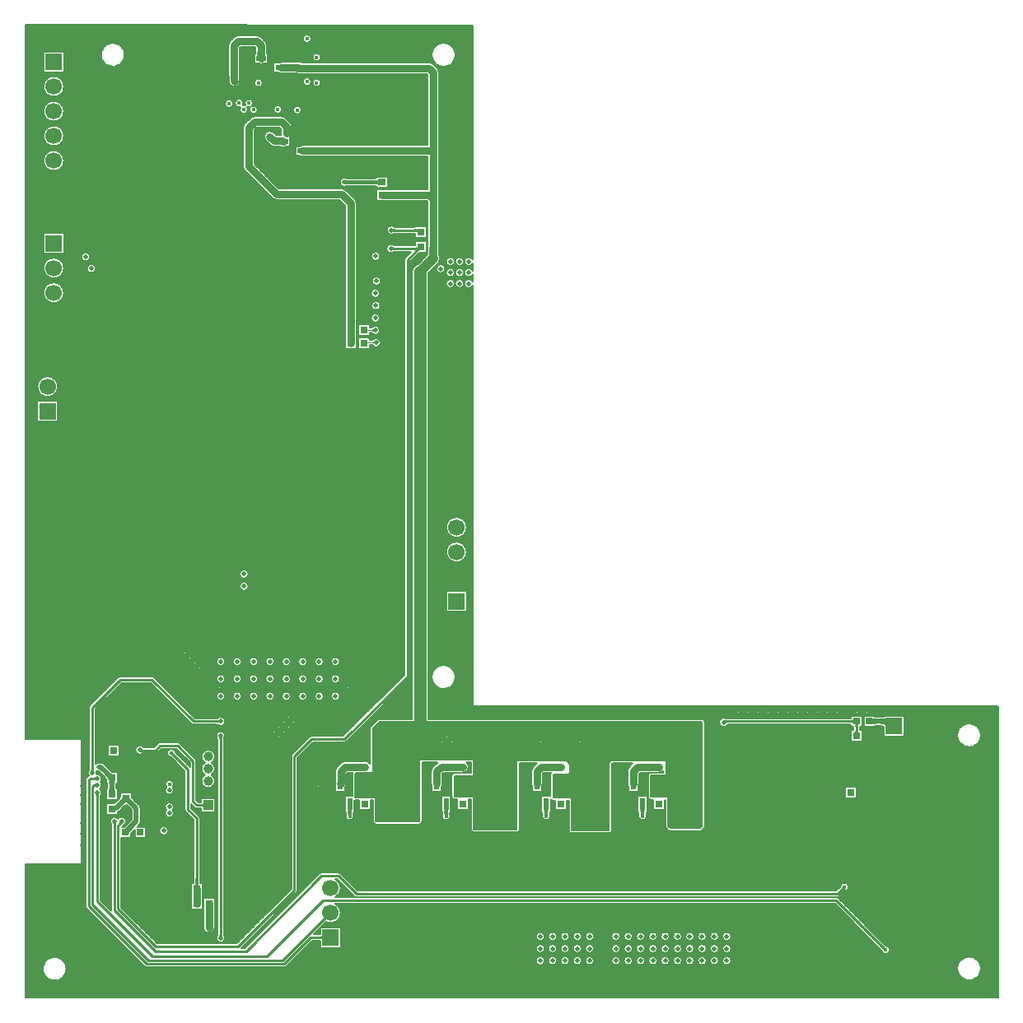
<source format=gbl>
G04*
G04 #@! TF.GenerationSoftware,Altium Limited,Altium Designer,21.0.8 (223)*
G04*
G04 Layer_Physical_Order=4*
G04 Layer_Color=16711680*
%FSLAX25Y25*%
%MOIN*%
G70*
G04*
G04 #@! TF.SameCoordinates,947A2CD8-D87E-4BA2-AADF-D00DD91F1A07*
G04*
G04*
G04 #@! TF.FilePolarity,Positive*
G04*
G01*
G75*
%ADD10C,0.01000*%
%ADD13C,0.00800*%
%ADD15C,0.00400*%
%ADD27R,0.03000X0.03000*%
%ADD28R,0.03000X0.03000*%
%ADD49R,0.02362X0.05118*%
%ADD114C,0.03000*%
%ADD115C,0.01500*%
%ADD117C,0.02000*%
%ADD118C,0.01375*%
%ADD120C,0.06693*%
%ADD121R,0.06693X0.06693*%
%ADD122O,0.04331X0.07082*%
%ADD123C,0.03937*%
%ADD124R,0.06693X0.06693*%
%ADD125R,0.03937X0.03937*%
%ADD126C,0.02000*%
%ADD127C,0.01772*%
%ADD128C,0.01968*%
%ADD129R,0.03937X0.02362*%
%ADD130C,0.05000*%
%ADD131C,0.04000*%
G36*
X96968Y384039D02*
X97077Y382359D01*
X97127Y382089D01*
X97187Y381879D01*
X97255Y381729D01*
X97333Y381639D01*
X97420Y381609D01*
X93506D01*
X93593Y381639D01*
X93671Y381729D01*
X93739Y381879D01*
X93799Y382089D01*
X93849Y382359D01*
X93890Y382689D01*
X93945Y383529D01*
X93963Y384609D01*
X96963D01*
X96968Y384039D01*
D02*
G37*
G36*
X78330Y111200D02*
X78287Y111238D01*
X78237Y111272D01*
X78180Y111302D01*
X78115Y111328D01*
X78044Y111350D01*
X77965Y111368D01*
X77879Y111382D01*
X77786Y111392D01*
X77578Y111400D01*
Y112400D01*
X77686Y112402D01*
X77879Y112418D01*
X77965Y112432D01*
X78044Y112450D01*
X78115Y112472D01*
X78180Y112498D01*
X78237Y112528D01*
X78287Y112562D01*
X78330Y112600D01*
Y111200D01*
D02*
G37*
G36*
X79662Y105443D02*
X79628Y105393D01*
X79598Y105336D01*
X79572Y105271D01*
X79550Y105200D01*
X79532Y105121D01*
X79518Y105035D01*
X79508Y104942D01*
X79500Y104734D01*
X78500D01*
X78498Y104842D01*
X78482Y105035D01*
X78468Y105121D01*
X78450Y105200D01*
X78428Y105271D01*
X78402Y105336D01*
X78372Y105393D01*
X78338Y105443D01*
X78300Y105486D01*
X79700D01*
X79662Y105443D01*
D02*
G37*
G36*
X59989Y99056D02*
X60000Y99016D01*
X60018Y98973D01*
X60043Y98926D01*
X60075Y98874D01*
X60115Y98820D01*
X60216Y98698D01*
X60346Y98561D01*
X59639Y97854D01*
X59569Y97922D01*
X59381Y98085D01*
X59325Y98125D01*
X59274Y98157D01*
X59227Y98182D01*
X59184Y98200D01*
X59144Y98211D01*
X59109Y98214D01*
X59986Y99091D01*
X59989Y99056D01*
D02*
G37*
G36*
X27626Y92382D02*
X27642Y92189D01*
X27656Y92102D01*
X27674Y92024D01*
X27696Y91952D01*
X27722Y91888D01*
X27752Y91831D01*
X27786Y91781D01*
X27824Y91738D01*
X26424D01*
X26462Y91781D01*
X26496Y91831D01*
X26526Y91888D01*
X26552Y91952D01*
X26574Y92024D01*
X26592Y92102D01*
X26606Y92189D01*
X26616Y92282D01*
X26624Y92490D01*
X27624D01*
X27626Y92382D01*
D02*
G37*
G36*
X28452Y88000D02*
X28410Y88038D01*
X28360Y88072D01*
X28302Y88102D01*
X28238Y88128D01*
X28166Y88150D01*
X28088Y88168D01*
X28002Y88182D01*
X27909Y88192D01*
X27700Y88200D01*
Y89200D01*
X27808Y89202D01*
X28002Y89218D01*
X28088Y89232D01*
X28166Y89250D01*
X28238Y89272D01*
X28302Y89298D01*
X28360Y89328D01*
X28410Y89362D01*
X28452Y89400D01*
Y88000D01*
D02*
G37*
G36*
X33923Y91446D02*
X34660Y90821D01*
X34985Y90593D01*
X35282Y90423D01*
X35551Y90308D01*
X35791Y90250D01*
X36003Y90249D01*
X36186Y90305D01*
X36340Y90417D01*
X33524Y87600D01*
X33636Y87755D01*
X33691Y87938D01*
X33690Y88149D01*
X33632Y88389D01*
X33518Y88658D01*
X33347Y88955D01*
X33119Y89281D01*
X32835Y89635D01*
X32098Y90429D01*
X33512Y91843D01*
X33923Y91446D01*
D02*
G37*
G36*
X28431Y85344D02*
X28394Y85377D01*
X28350Y85408D01*
X28297Y85434D01*
X28236Y85457D01*
X28167Y85477D01*
X28090Y85493D01*
X28004Y85505D01*
X27810Y85519D01*
X27700Y85521D01*
Y86521D01*
X27810Y86523D01*
X28004Y86537D01*
X28090Y86550D01*
X28167Y86566D01*
X28236Y86585D01*
X28297Y86608D01*
X28350Y86635D01*
X28394Y86665D01*
X28431Y86699D01*
Y85344D01*
D02*
G37*
G36*
X36395Y87433D02*
X36312Y87373D01*
X36239Y87273D01*
X36176Y87133D01*
X36122Y86953D01*
X36078Y86733D01*
X36044Y86473D01*
X36005Y85833D01*
X36003Y85670D01*
X36005Y85508D01*
X36078Y84608D01*
X36122Y84388D01*
X36176Y84208D01*
X36239Y84068D01*
X36312Y83968D01*
X36395Y83908D01*
X36488Y83888D01*
X33512D01*
X33605Y83908D01*
X33688Y83968D01*
X33761Y84068D01*
X33824Y84208D01*
X33878Y84388D01*
X33922Y84608D01*
X33956Y84868D01*
X33995Y85508D01*
X33997Y85670D01*
X33995Y85833D01*
X33922Y86733D01*
X33878Y86953D01*
X33824Y87133D01*
X33761Y87273D01*
X33687Y87373D01*
X33604Y87433D01*
X33512Y87453D01*
X36488D01*
X36395Y87433D01*
D02*
G37*
G36*
X29762Y82243D02*
X29728Y82193D01*
X29698Y82136D01*
X29672Y82072D01*
X29650Y82000D01*
X29632Y81921D01*
X29618Y81835D01*
X29608Y81742D01*
X29600Y81534D01*
X28600D01*
X28598Y81642D01*
X28582Y81835D01*
X28568Y81921D01*
X28550Y82000D01*
X28528Y82072D01*
X28502Y82136D01*
X28472Y82193D01*
X28438Y82243D01*
X28400Y82286D01*
X29800D01*
X29762Y82243D01*
D02*
G37*
G36*
X42074Y82025D02*
X42018Y81842D01*
Y81630D01*
X42074Y81389D01*
X42188Y81120D01*
X42357Y80823D01*
X42584Y80498D01*
X42867Y80145D01*
X43602Y79353D01*
X42188Y77938D01*
X41778Y78334D01*
X41042Y78957D01*
X40717Y79183D01*
X40697Y79194D01*
X40685Y79188D01*
X40360Y78960D01*
X40006Y78676D01*
X39212Y77938D01*
X37797Y79353D01*
X38195Y79764D01*
X38819Y80501D01*
X39047Y80826D01*
X39218Y81123D01*
X39332Y81392D01*
X39390Y81632D01*
X39391Y81844D01*
X39336Y82027D01*
X39224Y82181D01*
X40706Y80699D01*
X42188Y82181D01*
X42074Y82025D01*
D02*
G37*
G36*
X72056Y76918D02*
X72045Y77013D01*
X72015Y77098D01*
X71964Y77173D01*
X71894Y77238D01*
X71803Y77293D01*
X71691Y77338D01*
X71560Y77373D01*
X71408Y77398D01*
X71236Y77413D01*
X71043Y77418D01*
Y78418D01*
X71236Y78423D01*
X71408Y78438D01*
X71560Y78463D01*
X71691Y78498D01*
X71803Y78543D01*
X71894Y78598D01*
X71964Y78663D01*
X72015Y78738D01*
X72045Y78823D01*
X72056Y78918D01*
Y76918D01*
D02*
G37*
G36*
X132318Y75805D02*
X132236Y75764D01*
X132164Y75695D01*
X132101Y75599D01*
X132048Y75475D01*
X132005Y75324D01*
X131971Y75145D01*
X131947Y74939D01*
X131932Y74705D01*
X131928Y74444D01*
X130553D01*
X130548Y74705D01*
X130509Y75145D01*
X130476Y75324D01*
X130432Y75475D01*
X130379Y75599D01*
X130317Y75695D01*
X130244Y75764D01*
X130163Y75805D01*
X130071Y75819D01*
X132409D01*
X132318Y75805D01*
D02*
G37*
G36*
X39186Y70412D02*
X39138Y70400D01*
X39087Y70381D01*
X39033Y70355D01*
X38975Y70321D01*
X38914Y70281D01*
X38782Y70179D01*
X38711Y70117D01*
X38558Y69972D01*
X37689Y70517D01*
X37764Y70595D01*
X37885Y70743D01*
X37932Y70815D01*
X37970Y70883D01*
X37999Y70950D01*
X38019Y71014D01*
X38030Y71077D01*
X38032Y71137D01*
X38025Y71194D01*
X39186Y70412D01*
D02*
G37*
G36*
X36766Y70639D02*
X36732Y70589D01*
X36702Y70531D01*
X36676Y70467D01*
X36654Y70395D01*
X36636Y70317D01*
X36622Y70231D01*
X36612Y70138D01*
X36604Y69930D01*
X35604D01*
X35602Y70037D01*
X35586Y70231D01*
X35572Y70317D01*
X35554Y70395D01*
X35532Y70467D01*
X35506Y70531D01*
X35476Y70589D01*
X35442Y70639D01*
X35404Y70682D01*
X36804D01*
X36766Y70639D01*
D02*
G37*
G36*
X43343Y68388D02*
X42946Y67976D01*
X42322Y67240D01*
X42094Y66914D01*
X41923Y66617D01*
X41809Y66348D01*
X41751Y66108D01*
X41750Y65897D01*
X41805Y65714D01*
X41917Y65559D01*
X39101Y68376D01*
X39255Y68264D01*
X39438Y68208D01*
X39650Y68210D01*
X39890Y68267D01*
X40159Y68382D01*
X40456Y68553D01*
X40781Y68780D01*
X41135Y69064D01*
X41929Y69802D01*
X43343Y68388D01*
D02*
G37*
G36*
X69860Y47984D02*
X69995Y46286D01*
X70057Y45972D01*
X70130Y45704D01*
X70150Y45651D01*
X70175Y45634D01*
X70260Y45604D01*
X70355Y45594D01*
X70171D01*
X70214Y45480D01*
X70309Y45301D01*
X70416Y45166D01*
X68293D01*
X68400Y45301D01*
X68495Y45480D01*
X68538Y45594D01*
X68355D01*
X68450Y45604D01*
X68535Y45634D01*
X68560Y45651D01*
X68580Y45704D01*
X68653Y45972D01*
X68714Y46286D01*
X68765Y46643D01*
X68832Y47493D01*
X68855Y48520D01*
X69855D01*
X69860Y47984D01*
D02*
G37*
G36*
X79502Y25358D02*
X79518Y25165D01*
X79532Y25079D01*
X79550Y25000D01*
X79572Y24928D01*
X79598Y24864D01*
X79628Y24807D01*
X79662Y24757D01*
X79700Y24714D01*
X78300D01*
X78338Y24757D01*
X78372Y24807D01*
X78402Y24864D01*
X78428Y24928D01*
X78450Y25000D01*
X78468Y25079D01*
X78482Y25165D01*
X78492Y25258D01*
X78500Y25466D01*
X79500D01*
X79502Y25358D01*
D02*
G37*
G36*
X120177Y23370D02*
X120167Y23465D01*
X120137Y23550D01*
X120087Y23625D01*
X120016Y23690D01*
X119924Y23745D01*
X119813Y23790D01*
X119682Y23825D01*
X119530Y23850D01*
X119358Y23865D01*
X119166Y23870D01*
Y24870D01*
X119358Y24875D01*
X119530Y24890D01*
X119682Y24915D01*
X119813Y24950D01*
X119924Y24995D01*
X120016Y25050D01*
X120087Y25115D01*
X120137Y25190D01*
X120167Y25275D01*
X120177Y25370D01*
Y23370D01*
D02*
G37*
G36*
X169553Y74444D02*
X169548Y74705D01*
X169509Y75145D01*
X169476Y75324D01*
X169432Y75475D01*
X169379Y75599D01*
X169317Y75695D01*
X169244Y75764D01*
X169163Y75805D01*
X169071Y75819D01*
X171409D01*
X171318Y75805D01*
X171236Y75764D01*
X171164Y75695D01*
X171101Y75599D01*
X171048Y75475D01*
X171005Y75324D01*
X170971Y75145D01*
X170947Y74939D01*
X170932Y74705D01*
X170928Y74444D01*
X169553D01*
D02*
G37*
G36*
X154429Y108800D02*
X155030Y108805D01*
X157275Y108968D01*
X157572Y109029D01*
X157818Y109099D01*
X158013Y109179D01*
X158158Y109268D01*
Y105332D01*
X158013Y105421D01*
X157818Y105500D01*
X157572Y105571D01*
X157275Y105631D01*
X156927Y105683D01*
X156080Y105758D01*
X155030Y105795D01*
X154429Y105800D01*
Y108800D01*
D02*
G37*
G36*
X210053Y74444D02*
X210048Y74705D01*
X210009Y75145D01*
X209976Y75324D01*
X209932Y75475D01*
X209879Y75599D01*
X209817Y75695D01*
X209744Y75764D01*
X209663Y75805D01*
X209571Y75819D01*
X211909D01*
X211818Y75805D01*
X211736Y75764D01*
X211664Y75695D01*
X211601Y75599D01*
X211548Y75475D01*
X211505Y75324D01*
X211471Y75145D01*
X211447Y74939D01*
X211433Y74705D01*
X211428Y74444D01*
X210053D01*
D02*
G37*
G36*
X249053D02*
X249048Y74705D01*
X249009Y75145D01*
X248976Y75324D01*
X248932Y75475D01*
X248879Y75599D01*
X248817Y75695D01*
X248744Y75764D01*
X248663Y75805D01*
X248571Y75819D01*
X250909D01*
X250818Y75805D01*
X250736Y75764D01*
X250664Y75695D01*
X250601Y75599D01*
X250548Y75475D01*
X250505Y75324D01*
X250471Y75145D01*
X250447Y74939D01*
X250432Y74705D01*
X250428Y74444D01*
X249053D01*
D02*
G37*
G36*
X284195Y111400D02*
X284087Y111398D01*
X283988Y111390D01*
X283899Y111377D01*
X283819Y111359D01*
X283748Y111336D01*
X283687Y111308D01*
X283635Y111275D01*
X283592Y111237D01*
X283559Y111193D01*
X283535Y111144D01*
X282977Y112426D01*
X282995Y112421D01*
X283024Y112417D01*
X283063Y112413D01*
X283326Y112403D01*
X283635Y112400D01*
X284195Y111400D01*
D02*
G37*
G36*
X330250Y44343D02*
X330318Y44413D01*
X330481Y44601D01*
X330521Y44656D01*
X330553Y44708D01*
X330578Y44755D01*
X330596Y44798D01*
X330607Y44837D01*
X330610Y44873D01*
X331487Y43996D01*
X331452Y43993D01*
X331412Y43982D01*
X331369Y43964D01*
X331322Y43939D01*
X331271Y43907D01*
X331216Y43867D01*
X331094Y43766D01*
X330957Y43635D01*
X330250Y44343D01*
D02*
G37*
G36*
X334965Y110900D02*
X334955Y110995D01*
X334924Y111080D01*
X334874Y111155D01*
X334803Y111220D01*
X334712Y111275D01*
X334600Y111320D01*
X334469Y111355D01*
X334317Y111380D01*
X334145Y111395D01*
X333953Y111400D01*
Y112400D01*
X334145Y112405D01*
X334317Y112420D01*
X334469Y112445D01*
X334600Y112480D01*
X334712Y112525D01*
X334803Y112580D01*
X334874Y112645D01*
X334924Y112720D01*
X334955Y112805D01*
X334965Y112900D01*
Y110900D01*
D02*
G37*
G36*
X343067Y113296D02*
X343127Y113213D01*
X343227Y113139D01*
X343367Y113076D01*
X343547Y113022D01*
X343767Y112978D01*
X344027Y112944D01*
X344667Y112905D01*
X345047Y112900D01*
Y110900D01*
X344667Y110895D01*
X343767Y110822D01*
X343547Y110778D01*
X343367Y110725D01*
X343227Y110661D01*
X343127Y110588D01*
X343067Y110505D01*
X343047Y110412D01*
Y113388D01*
X343067Y113296D01*
D02*
G37*
G36*
X348130Y109900D02*
X348110Y110090D01*
X348049Y110260D01*
X347948Y110410D01*
X347807Y110540D01*
X347626Y110650D01*
X347404Y110740D01*
X347143Y110810D01*
X346842Y110860D01*
X346500Y110890D01*
X346118Y110900D01*
Y112900D01*
X346498Y112905D01*
X347398Y112970D01*
X347618Y113009D01*
X347798Y113057D01*
X347938Y113113D01*
X348038Y113178D01*
X348098Y113252D01*
X348118Y113334D01*
X348130Y109900D01*
D02*
G37*
G36*
X337346Y110402D02*
X337261Y110372D01*
X337186Y110322D01*
X337121Y110252D01*
X337066Y110162D01*
X337021Y110052D01*
X336986Y109922D01*
X336961Y109772D01*
X336946Y109602D01*
X336941Y109412D01*
X335941D01*
X335936Y109602D01*
X335921Y109772D01*
X335896Y109922D01*
X335861Y110052D01*
X335816Y110162D01*
X335761Y110252D01*
X335696Y110322D01*
X335621Y110372D01*
X335536Y110402D01*
X335441Y110412D01*
X337441D01*
X337346Y110402D01*
D02*
G37*
G36*
X336946Y108239D02*
X336961Y108069D01*
X336986Y107919D01*
X337021Y107789D01*
X337066Y107679D01*
X337121Y107589D01*
X337186Y107519D01*
X337261Y107469D01*
X337346Y107439D01*
X337441Y107429D01*
X335441D01*
X335536Y107439D01*
X335621Y107469D01*
X335696Y107519D01*
X335761Y107589D01*
X335816Y107679D01*
X335861Y107789D01*
X335896Y107919D01*
X335921Y108069D01*
X335936Y108239D01*
X335941Y108429D01*
X336941D01*
X336946Y108239D01*
D02*
G37*
G36*
X347641Y20547D02*
X347829Y20385D01*
X347884Y20345D01*
X347936Y20312D01*
X347983Y20287D01*
X348026Y20269D01*
X348065Y20259D01*
X348101Y20256D01*
X347224Y19379D01*
X347221Y19414D01*
X347210Y19454D01*
X347192Y19497D01*
X347167Y19544D01*
X347135Y19595D01*
X347095Y19650D01*
X346994Y19772D01*
X346864Y19909D01*
X347571Y20616D01*
X347641Y20547D01*
D02*
G37*
G36*
X142912Y328771D02*
X142897Y328913D01*
X142852Y329041D01*
X142777Y329154D01*
X142672Y329251D01*
X142537Y329334D01*
X142372Y329401D01*
X142177Y329454D01*
X141952Y329492D01*
X141697Y329514D01*
X141412Y329522D01*
Y331022D01*
X141697Y331029D01*
X141952Y331051D01*
X142177Y331087D01*
X142372Y331138D01*
X142537Y331203D01*
X142672Y331283D01*
X142777Y331377D01*
X142852Y331486D01*
X142897Y331609D01*
X142912Y331747D01*
Y328771D01*
D02*
G37*
G36*
X148897Y311502D02*
X148947Y311468D01*
X149004Y311438D01*
X149069Y311412D01*
X149140Y311390D01*
X149219Y311372D01*
X149305Y311358D01*
X149398Y311348D01*
X149606Y311340D01*
Y310340D01*
X149499Y310338D01*
X149305Y310322D01*
X149219Y310308D01*
X149140Y310290D01*
X149069Y310268D01*
X149004Y310242D01*
X148947Y310212D01*
X148897Y310178D01*
X148854Y310140D01*
Y311540D01*
X148897Y311502D01*
D02*
G37*
G36*
X158465Y309840D02*
X158454Y309935D01*
X158423Y310020D01*
X158372Y310095D01*
X158301Y310160D01*
X158210Y310215D01*
X158099Y310260D01*
X157967Y310295D01*
X157816Y310320D01*
X157644Y310335D01*
X157453Y310340D01*
Y311340D01*
X157643Y311343D01*
X158093Y311380D01*
X158203Y311402D01*
X158293Y311430D01*
X158363Y311462D01*
X158413Y311499D01*
X158443Y311541D01*
X158453Y311588D01*
X158465Y309840D01*
D02*
G37*
G36*
X148697Y304022D02*
X148747Y303988D01*
X148804Y303958D01*
X148869Y303932D01*
X148940Y303910D01*
X149019Y303892D01*
X149105Y303878D01*
X149198Y303868D01*
X149406Y303860D01*
Y302860D01*
X149299Y302858D01*
X149105Y302842D01*
X149019Y302828D01*
X148940Y302810D01*
X148869Y302788D01*
X148804Y302762D01*
X148747Y302732D01*
X148697Y302698D01*
X148654Y302660D01*
Y304060D01*
X148697Y304022D01*
D02*
G37*
G36*
X158462Y304017D02*
X159867Y302612D01*
X159789Y302669D01*
X159697Y302697D01*
X159591D01*
X159471Y302669D01*
X159336Y302612D01*
X159188Y302527D01*
X159025Y302414D01*
X158849Y302273D01*
X158453Y301905D01*
X157746Y302612D01*
X157943Y302817D01*
X157961Y302838D01*
X157643Y302857D01*
X157453Y302860D01*
Y303860D01*
X157644Y303865D01*
X157816Y303880D01*
X157967Y303905D01*
X158099Y303940D01*
X158210Y303985D01*
X158301Y304040D01*
X158372Y304105D01*
X158423Y304180D01*
X158454Y304265D01*
X158465Y304360D01*
X158462Y304017D01*
D02*
G37*
G36*
X166607Y300725D02*
X163511D01*
X163520Y300769D01*
X163528Y300879D01*
X163551Y301968D01*
X163559Y304100D01*
X166559D01*
X166607Y300725D01*
D02*
G37*
G36*
X138440Y270634D02*
X138452Y270600D01*
X138472Y270570D01*
X138501Y270544D01*
X138538Y270522D01*
X138584Y270504D01*
X138637Y270490D01*
X138699Y270480D01*
X138769Y270474D01*
X138847Y270472D01*
Y270072D01*
X138769Y270070D01*
X138699Y270064D01*
X138637Y270054D01*
X138584Y270040D01*
X138538Y270022D01*
X138501Y270000D01*
X138472Y269974D01*
X138452Y269944D01*
X138440Y269910D01*
X138435Y269872D01*
Y270672D01*
X138440Y270634D01*
D02*
G37*
G36*
X140914Y269572D02*
X140817Y269667D01*
X140630Y269827D01*
X140541Y269892D01*
X140453Y269947D01*
X140367Y269992D01*
X140284Y270027D01*
X140203Y270052D01*
X140125Y270067D01*
X140049Y270072D01*
Y270472D01*
X140125Y270477D01*
X140203Y270492D01*
X140284Y270517D01*
X140367Y270552D01*
X140453Y270597D01*
X140541Y270652D01*
X140630Y270717D01*
X140723Y270792D01*
X140914Y270972D01*
Y269572D01*
D02*
G37*
G36*
X138440Y265634D02*
X138452Y265600D01*
X138472Y265570D01*
X138501Y265544D01*
X138538Y265522D01*
X138584Y265504D01*
X138637Y265490D01*
X138699Y265480D01*
X138769Y265474D01*
X138847Y265472D01*
Y265072D01*
X138769Y265070D01*
X138699Y265064D01*
X138637Y265054D01*
X138584Y265040D01*
X138538Y265022D01*
X138501Y265000D01*
X138472Y264974D01*
X138452Y264944D01*
X138440Y264910D01*
X138435Y264872D01*
Y265672D01*
X138440Y265634D01*
D02*
G37*
G36*
X141214Y264572D02*
X141117Y264667D01*
X140930Y264827D01*
X140840Y264892D01*
X140753Y264947D01*
X140667Y264992D01*
X140584Y265027D01*
X140503Y265052D01*
X140425Y265067D01*
X140349Y265072D01*
Y265472D01*
X140425Y265477D01*
X140503Y265492D01*
X140584Y265517D01*
X140667Y265552D01*
X140753Y265597D01*
X140840Y265652D01*
X140930Y265717D01*
X141023Y265792D01*
X141214Y265972D01*
Y264572D01*
D02*
G37*
%LPC*%
G36*
X158462Y304013D02*
X158459Y303511D01*
X158509Y303630D01*
X158537Y303751D01*
Y303857D01*
X158509Y303949D01*
X158462Y304013D01*
D02*
G37*
%LPD*%
D10*
X46306Y100294D02*
X46400Y100200D01*
X52600D01*
X129100Y104700D02*
X154600Y130200D01*
Y298760D02*
X159200Y303360D01*
X154600Y130200D02*
Y298760D01*
X27586Y86021D02*
X29167D01*
X27000Y85435D02*
X27586Y86021D01*
X25600Y37120D02*
X49020Y13700D01*
X27000Y37700D02*
X49600Y15100D01*
X27000Y37700D02*
Y85435D01*
X25600Y88100D02*
X26200Y88700D01*
X25600Y37120D02*
Y88100D01*
X159200Y303360D02*
X159941Y304100D01*
X147940Y303360D02*
X159200D01*
X159201Y310840D02*
X159941Y310100D01*
X148140Y310840D02*
X159201D01*
X115900Y104700D02*
X129100D01*
X108900Y97700D02*
X115900Y104700D01*
X108900Y43500D02*
Y97700D01*
X26200Y88700D02*
X29167D01*
X59100Y99100D02*
X65800Y92400D01*
Y76200D02*
Y92400D01*
X69355Y44106D02*
Y72645D01*
X65800Y76200D02*
X69355Y72645D01*
X86000Y20600D02*
X108900Y43500D01*
X282600Y111500D02*
X283000Y111900D01*
X336441D01*
X68100D02*
X79044D01*
X52900Y20600D02*
X86000D01*
X79000Y24000D02*
Y106200D01*
X37504Y35996D02*
X52900Y20600D01*
X52700Y18800D02*
X89300D01*
X119800Y49300D02*
X126700D01*
X89300Y18800D02*
X119800Y49300D01*
X126700D02*
X134000Y42000D01*
X37504Y35996D02*
Y69625D01*
X39004Y71125D01*
Y71396D01*
X120570Y39370D02*
X328110D01*
X348110Y19370D01*
X134000Y42000D02*
X328614D01*
X331496Y44882D01*
X36104Y35396D02*
Y71396D01*
Y35396D02*
X52700Y18800D01*
X115570Y24370D02*
X123500D01*
X49020Y13700D02*
X104900D01*
X115570Y24370D01*
X51500Y16600D02*
X97800D01*
X104230Y15100D02*
X123500Y34370D01*
X29100Y39000D02*
X51500Y16600D01*
X97800D02*
X120570Y39370D01*
X49600Y15100D02*
X104230D01*
X29100Y39000D02*
Y83000D01*
X27124Y91024D02*
Y117524D01*
X38400Y128800D01*
X51200D01*
X68100Y111900D01*
X336441Y105996D02*
Y111900D01*
Y105996D02*
X336495Y105941D01*
X67900Y79500D02*
X69482Y77918D01*
X74000D01*
X67900Y79500D02*
Y95800D01*
X61600Y102100D02*
X67900Y95800D01*
X54500Y102100D02*
X61600D01*
X52600Y100200D02*
X54500Y102100D01*
D13*
X181000Y298925D02*
G03*
X181000Y297275I-1600J-825D01*
G01*
Y294475D02*
G03*
X181000Y292825I-1600J-825D01*
G01*
X177500Y298100D02*
G03*
X177500Y298100I-1800J0D01*
G01*
Y293650D02*
G03*
X177500Y293650I-1800J0D01*
G01*
X181000Y290025D02*
G03*
X181000Y288375I-1600J-825D01*
G01*
X177500Y289200D02*
G03*
X177500Y289200I-1800J0D01*
G01*
X178647Y190500D02*
G03*
X178647Y190500I-4146J0D01*
G01*
Y180500D02*
G03*
X178647Y180500I-4146J0D01*
G01*
X173800Y289200D02*
G03*
X173800Y289200I-1800J0D01*
G01*
X283102Y113228D02*
G03*
X284149Y110583I-502J-1728D01*
G01*
X275000Y111600D02*
G03*
X273800Y112800I-1200J0D01*
G01*
X275000Y111600D02*
G03*
X273800Y112800I-1200J0D01*
G01*
X167359Y309708D02*
G03*
X167400Y310142I-2259J434D01*
G01*
X167359Y309708D02*
G03*
X167400Y310142I-2259J434D01*
G01*
Y374743D02*
G03*
X166726Y376369I-2300J0D01*
G01*
X167400Y374743D02*
G03*
X166726Y376369I-2300J0D01*
G01*
X164969Y378126D02*
G03*
X163343Y378800I-1626J-1626D01*
G01*
X164969Y378126D02*
G03*
X163343Y378800I-1626J-1626D01*
G01*
X167859Y299459D02*
G03*
X167419Y300965I-2800J0D01*
G01*
X173800Y298100D02*
G03*
X173800Y298100I-1800J0D01*
G01*
X167039Y297279D02*
G03*
X167859Y299259I-1980J1980D01*
G01*
X167039Y297279D02*
G03*
X167859Y299259I-1980J1980D01*
G01*
X173800Y293650D02*
G03*
X173800Y293650I-1800J0D01*
G01*
X169900Y295200D02*
G03*
X169900Y295200I-1800J0D01*
G01*
X162715Y300990D02*
G03*
X162558Y300717I2344J-1531D01*
G01*
X158955Y297115D02*
G03*
X156400Y293900I745J-3215D01*
G01*
X153681Y299679D02*
G03*
X153300Y298760I919J-919D01*
G01*
X153681Y299679D02*
G03*
X153300Y298760I919J-919D01*
G01*
X149335Y312186D02*
G03*
X149335Y309494I-1195J-1346D01*
G01*
X149135Y304706D02*
G03*
X149135Y302014I-1195J-1346D01*
G01*
X143559Y300272D02*
G03*
X143559Y300272I-1800J0D01*
G01*
X143872Y290272D02*
G03*
X143872Y290272I-1800J0D01*
G01*
X143472Y285272D02*
G03*
X143472Y285272I-1800J0D01*
G01*
X143672Y280272D02*
G03*
X143672Y280272I-1800J0D01*
G01*
X143428Y270272D02*
G03*
X140421Y271607I-1800J0D01*
G01*
X143472Y275272D02*
G03*
X143472Y275272I-1800J0D01*
G01*
X140414Y268943D02*
G03*
X143428Y270272I1214J1329D01*
G01*
X143728Y265272D02*
G03*
X140721Y266607I-1800J0D01*
G01*
X140714Y263943D02*
G03*
X143728Y265272I1214J1329D01*
G01*
X155519Y129281D02*
G03*
X155900Y130200I-919J919D01*
G01*
X155519Y129281D02*
G03*
X155900Y130200I-919J919D01*
G01*
X143300Y112800D02*
G03*
X142452Y112449I0J-1200D01*
G01*
X143300Y112800D02*
G03*
X142452Y112449I0J-1200D01*
G01*
X139752Y109748D02*
G03*
X139400Y108900I848J-848D01*
G01*
X333182Y44882D02*
G03*
X329823Y45087I-1686J0D01*
G01*
X331699Y43208D02*
G03*
X333182Y44882I-203J1674D01*
G01*
X274648Y68551D02*
G03*
X275000Y69400I-848J848D01*
G01*
X274648Y68551D02*
G03*
X275000Y69400I-848J848D01*
G01*
X273100Y67500D02*
G03*
X273949Y67852I0J1200D01*
G01*
X273100Y67500D02*
G03*
X273949Y67852I0J1200D01*
G01*
X256500Y91208D02*
G03*
X258100Y91856I0J2300D01*
G01*
X259000Y69500D02*
G03*
X259351Y68651I1200J0D01*
G01*
X259000Y69500D02*
G03*
X259351Y68651I1200J0D01*
G01*
X260152Y67852D02*
G03*
X261000Y67500I848J848D01*
G01*
X260152Y67852D02*
G03*
X261000Y67500I848J848D01*
G01*
X349796Y19370D02*
G03*
X348315Y21043I-1686J0D01*
G01*
X346436Y19167D02*
G03*
X349796Y19370I1674J203D01*
G01*
X328614Y40700D02*
G03*
X329533Y41081I0J1300D01*
G01*
X328614Y40700D02*
G03*
X329533Y41081I0J1300D01*
G01*
X329029Y40289D02*
G03*
X328110Y40670I-919J-919D01*
G01*
X329029Y40289D02*
G03*
X328110Y40670I-919J-919D01*
G01*
X285658Y24803D02*
G03*
X285658Y24803I-1800J0D01*
G01*
Y19882D02*
G03*
X285658Y19882I-1800J0D01*
G01*
Y14961D02*
G03*
X285658Y14961I-1800J0D01*
G01*
X280671Y24803D02*
G03*
X280671Y24803I-1800J0D01*
G01*
Y19882D02*
G03*
X280671Y19882I-1800J0D01*
G01*
X275684Y24803D02*
G03*
X275684Y24803I-1800J0D01*
G01*
X270698D02*
G03*
X270698Y24803I-1800J0D01*
G01*
X275684Y19882D02*
G03*
X275684Y19882I-1800J0D01*
G01*
X270698D02*
G03*
X270698Y19882I-1800J0D01*
G01*
X265711Y24803D02*
G03*
X265711Y24803I-1800J0D01*
G01*
X260724D02*
G03*
X260724Y24803I-1800J0D01*
G01*
X265711Y19882D02*
G03*
X265711Y19882I-1800J0D01*
G01*
X260724D02*
G03*
X260724Y19882I-1800J0D01*
G01*
X280671Y14961D02*
G03*
X280671Y14961I-1800J0D01*
G01*
X275684D02*
G03*
X275684Y14961I-1800J0D01*
G01*
X270698D02*
G03*
X270698Y14961I-1800J0D01*
G01*
X265711D02*
G03*
X265711Y14961I-1800J0D01*
G01*
X260724D02*
G03*
X260724Y14961I-1800J0D01*
G01*
X244374Y93377D02*
G03*
X243700Y91751I1626J-1626D01*
G01*
X244374Y93377D02*
G03*
X243700Y91751I1626J-1626D01*
G01*
X253200Y91200D02*
G03*
X252000Y90000I0J-1200D01*
G01*
X253200Y91200D02*
G03*
X252000Y90000I0J-1200D01*
G01*
X247981Y85465D02*
G03*
X248300Y86634I-1981J1168D01*
G01*
X243700D02*
G03*
X244019Y85465I2300J0D01*
G01*
X205460Y93377D02*
G03*
X204787Y91751I1626J-1626D01*
G01*
X205460Y93377D02*
G03*
X204787Y91751I1626J-1626D01*
G01*
X212816Y91208D02*
G03*
X212400Y90300I784J-908D01*
G01*
X212816Y91208D02*
G03*
X212400Y90300I784J-908D01*
G01*
X208981Y85416D02*
G03*
X209387Y86721I-1894J1304D01*
G01*
X204787D02*
G03*
X205019Y85713I2300J0D01*
G01*
X252000Y81400D02*
G03*
X253200Y80200I1200J0D01*
G01*
X252000Y81400D02*
G03*
X253200Y80200I1200J0D01*
G01*
X248253Y74353D02*
G03*
X251426Y73560I1488J-793D01*
G01*
D02*
G03*
X251228Y74353I-1686J0D01*
G01*
X236200Y66600D02*
G03*
X237400Y67800I0J1200D01*
G01*
X236200Y66600D02*
G03*
X237400Y67800I0J1200D01*
G01*
X212721Y80083D02*
G03*
X214080Y79800I879J817D01*
G01*
X220000Y67800D02*
G03*
X221200Y66600I1200J0D01*
G01*
X212426Y73560D02*
G03*
X212228Y74353I-1686J0D01*
G01*
X209253D02*
G03*
X212426Y73560I1488J-793D01*
G01*
X179467Y93508D02*
G03*
X178609Y95300I-2300J0D01*
G01*
X177167Y91208D02*
G03*
X179467Y93508I0J2300D01*
G01*
X173774Y91074D02*
G03*
X172889Y90685I0J-1200D01*
G01*
D02*
G03*
X172500Y89800I811J-885D01*
G01*
Y81500D02*
G03*
X173700Y80300I1200J0D01*
G01*
X172500Y81500D02*
G03*
X173700Y80300I1200J0D01*
G01*
X164874Y93377D02*
G03*
X164200Y91751I1626J-1626D01*
G01*
X164874Y93377D02*
G03*
X164200Y91751I1626J-1626D01*
G01*
X139752Y109748D02*
G03*
X139400Y108900I848J-848D01*
G01*
Y94805D02*
G03*
X137500Y95808I-1900J-1297D01*
G01*
X168481Y85465D02*
G03*
X168800Y86634I-1981J1168D01*
G01*
X164200D02*
G03*
X164519Y85465I2300J0D01*
G01*
X180300Y68200D02*
G03*
X181500Y67000I1200J0D01*
G01*
X180300Y68200D02*
G03*
X181500Y67000I1200J0D01*
G01*
X198900Y67000D02*
G03*
X200100Y68200I0J1200D01*
G01*
X198900Y67000D02*
G03*
X200100Y68200I0J1200D01*
G01*
X171926Y73560D02*
G03*
X171728Y74353I-1686J0D01*
G01*
X168753D02*
G03*
X171926Y73560I1488J-793D01*
G01*
X159400Y70200D02*
G03*
X160600Y71400I0J1200D01*
G01*
X159400Y70200D02*
G03*
X160600Y71400I0J1200D01*
G01*
X140700D02*
G03*
X141900Y70200I1200J0D01*
G01*
X140700Y71400D02*
G03*
X141900Y70200I1200J0D01*
G01*
X255737Y24803D02*
G03*
X255737Y24803I-1800J0D01*
G01*
X250750D02*
G03*
X250750Y24803I-1800J0D01*
G01*
X245763D02*
G03*
X245763Y24803I-1800J0D01*
G01*
X230147D02*
G03*
X230147Y24803I-1800J0D01*
G01*
X220000Y67800D02*
G03*
X221200Y66600I1200J0D01*
G01*
X225160Y24803D02*
G03*
X225160Y24803I-1800J0D01*
G01*
X240776D02*
G03*
X240776Y24803I-1800J0D01*
G01*
X220173D02*
G03*
X220173Y24803I-1800J0D01*
G01*
X255737Y19882D02*
G03*
X255737Y19882I-1800J0D01*
G01*
X250750D02*
G03*
X250750Y19882I-1800J0D01*
G01*
X245763D02*
G03*
X245763Y19882I-1800J0D01*
G01*
X250750Y14961D02*
G03*
X250750Y14961I-1800J0D01*
G01*
X255737D02*
G03*
X255737Y14961I-1800J0D01*
G01*
X245763D02*
G03*
X245763Y14961I-1800J0D01*
G01*
X230147Y19882D02*
G03*
X230147Y19882I-1800J0D01*
G01*
X240776D02*
G03*
X240776Y19882I-1800J0D01*
G01*
X225160D02*
G03*
X225160Y19882I-1800J0D01*
G01*
X220173D02*
G03*
X220173Y19882I-1800J0D01*
G01*
X230147Y14961D02*
G03*
X230147Y14961I-1800J0D01*
G01*
X240776D02*
G03*
X240776Y14961I-1800J0D01*
G01*
X225160D02*
G03*
X225160Y14961I-1800J0D01*
G01*
X220173D02*
G03*
X220173Y14961I-1800J0D01*
G01*
X215186Y24803D02*
G03*
X215186Y24803I-1800J0D01*
G01*
Y19882D02*
G03*
X215186Y19882I-1800J0D01*
G01*
Y14961D02*
G03*
X215186Y14961I-1800J0D01*
G01*
X210199Y24803D02*
G03*
X210199Y24803I-1800J0D01*
G01*
Y19882D02*
G03*
X210199Y19882I-1800J0D01*
G01*
Y14961D02*
G03*
X210199Y14961I-1800J0D01*
G01*
X119586Y380800D02*
G03*
X119586Y380800I-1686J0D01*
G01*
X115686Y388400D02*
G03*
X115686Y388400I-1686J0D01*
G01*
X119586Y370500D02*
G03*
X119586Y370500I-1686J0D01*
G01*
X115686Y371000D02*
G03*
X115686Y371000I-1686J0D01*
G01*
X109471Y374300D02*
G03*
X110142Y374200I671J2200D01*
G01*
X109471Y374300D02*
G03*
X110142Y374200I671J2200D01*
G01*
X111786Y359500D02*
G03*
X111786Y359500I-1686J0D01*
G01*
X111069Y340919D02*
G03*
X113175Y340800I1168J1981D01*
G01*
X112437Y345400D02*
G03*
X110982Y344881I0J-2300D01*
G01*
X112437Y345400D02*
G03*
X110982Y344881I0J-2300D01*
G01*
X129944Y331822D02*
G03*
X129944Y328722I-915J-1550D01*
G01*
X129726Y327026D02*
G03*
X128100Y327700I-1626J-1626D01*
G01*
X129726Y327026D02*
G03*
X128100Y327700I-1626J-1626D01*
G01*
X134141Y321659D02*
G03*
X133468Y323285I-2300J0D01*
G01*
X134141Y321659D02*
G03*
X133468Y323285I-2300J0D01*
G01*
X107900Y352843D02*
G03*
X107226Y354469I-2300J0D01*
G01*
X107900Y352843D02*
G03*
X107226Y354469I-2300J0D01*
G01*
X107132Y348484D02*
G03*
X107900Y350200I-1531J1716D01*
G01*
X105469Y356226D02*
G03*
X103843Y356900I-1626J-1626D01*
G01*
X105469Y356226D02*
G03*
X103843Y356900I-1626J-1626D01*
G01*
X103195Y344659D02*
G03*
X105531Y344659I1168J1981D01*
G01*
X127300Y136100D02*
G03*
X127300Y136100I-1800J0D01*
G01*
X120671D02*
G03*
X120671Y136100I-1800J0D01*
G01*
X127300Y129100D02*
G03*
X127300Y129100I-1800J0D01*
G01*
X120671D02*
G03*
X120671Y129100I-1800J0D01*
G01*
X114043Y136100D02*
G03*
X114043Y136100I-1800J0D01*
G01*
Y129100D02*
G03*
X114043Y129100I-1800J0D01*
G01*
X127300Y122100D02*
G03*
X127300Y122100I-1800J0D01*
G01*
X120671D02*
G03*
X120671Y122100I-1800J0D01*
G01*
X114043D02*
G03*
X114043Y122100I-1800J0D01*
G01*
X107414Y136100D02*
G03*
X107414Y136100I-1800J0D01*
G01*
Y129100D02*
G03*
X107414Y129100I-1800J0D01*
G01*
Y122100D02*
G03*
X107414Y122100I-1800J0D01*
G01*
X95332Y389026D02*
G03*
X93706Y389700I-1626J-1626D01*
G01*
X95332Y389026D02*
G03*
X93706Y389700I-1626J-1626D01*
G01*
X97763Y385643D02*
G03*
X97089Y387269I-2300J0D01*
G01*
X97763Y385643D02*
G03*
X97089Y387269I-2300J0D01*
G01*
X104008Y378900D02*
G03*
X102169Y378681I-671J-2200D01*
G01*
X102114Y374719D02*
G03*
X103437Y374300I1323J1881D01*
G01*
X102114Y374719D02*
G03*
X103437Y374300I1323J1881D01*
G01*
X94295Y378459D02*
G03*
X96631Y378459I1168J1981D01*
G01*
X86157Y389700D02*
G03*
X84531Y389026I0J-2300D01*
G01*
X86157Y389700D02*
G03*
X84531Y389026I0J-2300D01*
G01*
X82774Y387269D02*
G03*
X82100Y385643I1626J-1626D01*
G01*
X82774Y387269D02*
G03*
X82100Y385643I1626J-1626D01*
G01*
Y374141D02*
G03*
X82241Y373347I2300J0D01*
G01*
X82100Y374141D02*
G03*
X82241Y373347I2300J0D01*
G01*
X95986Y370493D02*
G03*
X95986Y370493I-1686J0D01*
G01*
X103886Y359700D02*
G03*
X103886Y359700I-1686J0D01*
G01*
X93986Y359600D02*
G03*
X91630Y361147I-1686J0D01*
G01*
X91070Y360753D02*
G03*
X93986Y359600I1230J-1153D01*
G01*
X86900Y371200D02*
G03*
X86841Y371716I-2300J0D01*
G01*
X82241Y371259D02*
G03*
X82915Y369632I2300J0D01*
G01*
X82241Y371259D02*
G03*
X82915Y369632I2300J0D01*
G01*
X91630Y361147D02*
G03*
X92086Y362300I-1230J1153D01*
G01*
X89709Y360762D02*
G03*
X91070Y360753I691J1538D01*
G01*
X92086Y362300D02*
G03*
X89091Y361238I-1686J0D01*
G01*
X90086Y359700D02*
G03*
X89709Y360762I-1686J0D01*
G01*
X92600Y356900D02*
G03*
X90974Y356226I0J-2300D01*
G01*
X92600Y356900D02*
G03*
X90974Y356226I0J-2300D01*
G01*
X88674Y353926D02*
G03*
X88000Y352300I1626J-1626D01*
G01*
X89091Y361238D02*
G03*
X87853Y361295I-691J-1538D01*
G01*
X88186Y362300D02*
G03*
X87047Y360705I-1686J0D01*
G01*
X82974Y369574D02*
G03*
X86900Y371200I1626J1626D01*
G01*
X87853Y361295D02*
G03*
X88186Y362300I-1353J1005D01*
G01*
X87047Y360705D02*
G03*
X90086Y359700I1353J-1005D01*
G01*
X84186Y362100D02*
G03*
X84186Y362100I-1686J0D01*
G01*
X88674Y353926D02*
G03*
X88000Y352300I1626J-1626D01*
G01*
X15646Y369000D02*
G03*
X15646Y369000I-4146J0D01*
G01*
Y359000D02*
G03*
X15646Y359000I-4146J0D01*
G01*
Y349000D02*
G03*
X15646Y349000I-4146J0D01*
G01*
X103300Y350200D02*
G03*
X103501Y349259I2300J0D01*
G01*
X100526Y350326D02*
G03*
X97274Y347074I-1626J-1626D01*
G01*
X99015Y345333D02*
G03*
X100641Y344659I1626J1626D01*
G01*
X99015Y345333D02*
G03*
X100641Y344659I1626J1626D01*
G01*
X99974Y323774D02*
G03*
X101600Y323100I1626J1626D01*
G01*
X99974Y323774D02*
G03*
X101600Y323100I1626J1626D01*
G01*
X100786Y136100D02*
G03*
X100786Y136100I-1800J0D01*
G01*
X94157D02*
G03*
X94157Y136100I-1800J0D01*
G01*
X88000Y336700D02*
G03*
X88674Y335074I2300J0D01*
G01*
X88000Y336700D02*
G03*
X88674Y335074I2300J0D01*
G01*
X26225Y300025D02*
G03*
X26225Y300025I-1800J0D01*
G01*
X15646Y339000D02*
G03*
X15646Y339000I-4146J0D01*
G01*
Y295500D02*
G03*
X15646Y295500I-4146J0D01*
G01*
X28500Y295300D02*
G03*
X28500Y295300I-1800J0D01*
G01*
X90300Y171600D02*
G03*
X90300Y171600I-1800J0D01*
G01*
Y166600D02*
G03*
X90300Y166600I-1800J0D01*
G01*
X87529Y136100D02*
G03*
X87529Y136100I-1800J0D01*
G01*
X80900D02*
G03*
X80900Y136100I-1800J0D01*
G01*
X15646Y285500D02*
G03*
X15646Y285500I-4146J0D01*
G01*
X100786Y129100D02*
G03*
X100786Y129100I-1800J0D01*
G01*
X94157D02*
G03*
X94157Y129100I-1800J0D01*
G01*
X87529D02*
G03*
X87529Y129100I-1800J0D01*
G01*
X100786Y122100D02*
G03*
X100786Y122100I-1800J0D01*
G01*
X94157D02*
G03*
X94157Y122100I-1800J0D01*
G01*
X87529D02*
G03*
X87529Y122100I-1800J0D01*
G01*
X80900Y129100D02*
G03*
X80900Y129100I-1800J0D01*
G01*
X38400Y130100D02*
G03*
X37481Y129719I0J-1300D01*
G01*
X38400Y130100D02*
G03*
X37481Y129719I0J-1300D01*
G01*
X52119D02*
G03*
X51200Y130100I-919J-919D01*
G01*
X52119Y129719D02*
G03*
X51200Y130100I-919J-919D01*
G01*
X80900Y122100D02*
G03*
X80900Y122100I-1800J0D01*
G01*
X80844Y111900D02*
G03*
X77849Y113247I-1800J0D01*
G01*
X77849Y110554D02*
G03*
X80844Y111900I1195J1346D01*
G01*
X26204Y118443D02*
G03*
X25824Y117524I919J-919D01*
G01*
X26204Y118443D02*
G03*
X25824Y117524I919J-919D01*
G01*
X67180Y110981D02*
G03*
X68100Y110600I919J919D01*
G01*
X67180Y110981D02*
G03*
X68100Y110600I919J919D01*
G01*
X13147Y247500D02*
G03*
X13147Y247500I-4146J0D01*
G01*
X129100Y103400D02*
G03*
X130019Y103781I0J1300D01*
G01*
X129100Y103400D02*
G03*
X130019Y103781I0J1300D01*
G01*
X132372Y91208D02*
G03*
X132300Y90800I1128J-408D01*
G01*
X129481Y85421D02*
G03*
X129878Y86712I-1904J1291D01*
G01*
X129481Y85421D02*
G03*
X129878Y86712I-1904J1291D01*
G01*
X115900Y106000D02*
G03*
X114981Y105619I0J-1300D01*
G01*
X115900Y106000D02*
G03*
X114981Y105619I0J-1300D01*
G01*
X80346Y105005D02*
G03*
X80800Y106200I-1346J1195D01*
G01*
X129335Y95808D02*
G03*
X127709Y95135I0J-2300D01*
G01*
X129335Y95808D02*
G03*
X127709Y95135I0J-2300D01*
G01*
X125951Y93377D02*
G03*
X125278Y91751I1626J-1626D01*
G01*
X125951Y93377D02*
G03*
X125278Y91751I1626J-1626D01*
G01*
Y87226D02*
G03*
X125519Y85465I2222J-592D01*
G01*
X107981Y98619D02*
G03*
X107600Y97700I919J-919D01*
G01*
X107981Y98619D02*
G03*
X107600Y97700I919J-919D01*
G01*
X132926Y73560D02*
G03*
X132728Y74353I-1686J0D01*
G01*
X129753D02*
G03*
X132926Y73560I1488J-793D01*
G01*
X80800Y106200D02*
G03*
X77654Y105005I-1800J0D01*
G01*
X76768Y97603D02*
G03*
X72731Y95143I-2768J0D01*
G01*
X75269D02*
G03*
X76768Y97603I-1269J2461D01*
G01*
Y92682D02*
G03*
X75269Y95143I-2768J0D01*
G01*
X76768Y87761D02*
G03*
X75269Y90221I-2768J0D01*
G01*
Y90221D02*
G03*
X76768Y92682I-1269J2461D01*
G01*
X72731Y95143D02*
G03*
X72731Y90221I1269J-2461D01*
G01*
Y90221D02*
G03*
X76768Y87761I1269J-2461D01*
G01*
X133081Y41081D02*
G03*
X134000Y40700I919J919D01*
G01*
X133081Y41081D02*
G03*
X134000Y40700I919J919D01*
G01*
X127619Y50219D02*
G03*
X126700Y50600I-919J-919D01*
G01*
X127619Y50219D02*
G03*
X126700Y50600I-919J-919D01*
G01*
X127647Y44370D02*
G03*
X125504Y48000I-4146J0D01*
G01*
X125372Y40670D02*
G03*
X127647Y44370I-1872J3700D01*
G01*
Y34370D02*
G03*
X125372Y38070I-4146J0D01*
G01*
X121635Y30667D02*
G03*
X127647Y34370I1865J3703D01*
G01*
X119800Y50600D02*
G03*
X118881Y50219I0J-1300D01*
G01*
X119800Y50600D02*
G03*
X118881Y50219I0J-1300D01*
G01*
X109819Y42581D02*
G03*
X110200Y43500I-919J919D01*
G01*
X109819Y42581D02*
G03*
X110200Y43500I-919J919D01*
G01*
X104900Y12400D02*
G03*
X105819Y12781I0J1300D01*
G01*
X104900Y12400D02*
G03*
X105819Y12781I0J1300D01*
G01*
X76099Y27043D02*
G03*
X76772Y28669I-1626J1626D01*
G01*
X76099Y27043D02*
G03*
X76772Y28669I-1626J1626D01*
G01*
X80800Y24000D02*
G03*
X80346Y25195I-1800J0D01*
G01*
X77654Y25195D02*
G03*
X80800Y24000I1346J-1195D01*
G01*
X72172Y29398D02*
G03*
X75906Y26850I2107J-921D01*
G01*
X69200Y95800D02*
G03*
X68819Y96719I-1300J0D01*
G01*
X69200Y95800D02*
G03*
X68819Y96719I-1300J0D01*
G01*
X62519Y103019D02*
G03*
X61600Y103400I-919J-919D01*
G01*
X62519Y103019D02*
G03*
X61600Y103400I-919J-919D01*
G01*
X54500D02*
G03*
X53581Y103019I0J-1300D01*
G01*
X54500Y103400D02*
G03*
X53581Y103019I0J-1300D01*
G01*
X60774Y99303D02*
G03*
X58895Y97427I-1674J-203D01*
G01*
X47642Y101500D02*
G03*
X47446Y98900I-1336J-1206D01*
G01*
X60086Y86400D02*
G03*
X57132Y85290I-1686J0D01*
G01*
X59562Y85178D02*
G03*
X60086Y86400I-1161J1222D01*
G01*
X52600Y98900D02*
G03*
X53519Y99281I0J1300D01*
G01*
X52600Y98900D02*
G03*
X53519Y99281I0J1300D01*
G01*
X60086Y83908D02*
G03*
X59562Y85178I-1800J0D01*
G01*
X68563Y76999D02*
G03*
X69482Y76618I919J919D01*
G01*
X68563Y76999D02*
G03*
X69482Y76618I919J919D01*
G01*
X64500Y76200D02*
G03*
X64881Y75281I1300J0D01*
G01*
X64500Y76200D02*
G03*
X64881Y75281I1300J0D01*
G01*
X59545Y76000D02*
G03*
X60100Y77300I-1245J1300D01*
G01*
D02*
G03*
X57055Y76000I-1800J0D01*
G01*
X60100Y74700D02*
G03*
X59545Y76000I-1800J0D01*
G01*
X57055D02*
G03*
X60100Y74700I1245J-1300D01*
G01*
X57132Y85290D02*
G03*
X60086Y83908I1154J-1381D01*
G01*
X46600Y76740D02*
G03*
X46073Y78013I-1800J0D01*
G01*
X46600Y76740D02*
G03*
X46070Y78016I-1800J0D01*
G01*
X37300Y75107D02*
G03*
X37914Y75509I-659J1675D01*
G01*
X37300Y75107D02*
G03*
X37916Y75511I-659J1675D01*
G01*
X31815Y94670D02*
G03*
X30540Y95200I-1275J-1270D01*
G01*
X31813Y94673D02*
G03*
X30540Y95200I-1273J-1273D01*
G01*
X29700D02*
G03*
X28424Y94669I0J-1800D01*
G01*
X29700Y95200D02*
G03*
X28424Y94669I0J-1800D01*
G01*
X28690Y91910D02*
G03*
X29700Y91600I1010J1490D01*
G01*
X28690Y91910D02*
G03*
X29700Y91600I1010J1490D01*
G01*
X28924Y91024D02*
G03*
X28690Y91910I-1800J0D01*
G01*
X28836Y90469D02*
G03*
X28924Y91024I-1713J554D01*
G01*
X25778Y92219D02*
G03*
X25713Y89905I1346J-1195D01*
G01*
Y89905D02*
G03*
X25281Y89619I487J-1205D01*
G01*
X30967Y88700D02*
G03*
X28836Y90469I-1800J0D01*
G01*
X30369Y87361D02*
G03*
X30967Y88700I-1202J1339D01*
G01*
X25713Y89905D02*
G03*
X25281Y89619I487J-1205D01*
G01*
X24681Y89019D02*
G03*
X24300Y88100I919J-919D01*
G01*
X24681Y89019D02*
G03*
X24300Y88100I919J-919D01*
G01*
X30967Y86021D02*
G03*
X30369Y87361I-1800J0D01*
G01*
X30111Y84489D02*
G03*
X30967Y86021I-945J1532D01*
G01*
X30900Y83000D02*
G03*
X30111Y84489I-1800J0D01*
G01*
X30446Y81805D02*
G03*
X30900Y83000I-1346J1195D01*
G01*
X70655Y72645D02*
G03*
X70274Y73565I-1300J0D01*
G01*
X70655Y72645D02*
G03*
X70274Y73565I-1300J0D01*
G01*
X57800Y67600D02*
G03*
X57800Y67600I-1800J0D01*
G01*
X46073Y69986D02*
G03*
X46600Y71258I-1273J1273D01*
G01*
X46070Y69983D02*
G03*
X46600Y71258I-1270J1275D01*
G01*
X39449Y69652D02*
G03*
X40804Y71396I-445J1744D01*
G01*
D02*
G03*
X37554Y72462I-1800J0D01*
G01*
D02*
G03*
X34758Y70201I-1450J-1067D01*
G01*
X48101Y12781D02*
G03*
X49020Y12400I919J919D01*
G01*
X48101Y12781D02*
G03*
X49020Y12400I919J919D01*
G01*
X24300Y37120D02*
G03*
X24681Y36201I1300J0D01*
G01*
X24300Y37120D02*
G03*
X24681Y36201I1300J0D01*
G01*
X167400Y345170D02*
X181000Y358770D01*
X167400Y358729D02*
X181000Y345129D01*
X167400Y359529D02*
X181000Y345929D01*
X167400Y357929D02*
X181000Y344329D01*
X167400Y343570D02*
X181000Y357170D01*
X167400Y344370D02*
X181000Y357970D01*
X167400Y361129D02*
X181000Y347529D01*
X167400Y346770D02*
X181000Y360370D01*
X167400Y347570D02*
X181000Y361170D01*
X167400Y345970D02*
X181000Y359570D01*
X167400Y360329D02*
X181000Y346729D01*
X167400Y354729D02*
X181000Y341129D01*
X167400Y340370D02*
X181000Y353970D01*
X167400Y341170D02*
X181000Y354770D01*
X167400Y339570D02*
X181000Y353170D01*
X167400Y353929D02*
X181000Y340329D01*
X167400Y342770D02*
X181000Y356370D01*
X167400Y356329D02*
X181000Y342729D01*
X167400Y357129D02*
X181000Y343529D01*
X167400Y355529D02*
X181000Y341929D01*
X167400Y341970D02*
X181000Y355570D01*
X167400Y367529D02*
X181000Y353929D01*
X167400Y353170D02*
X181000Y366770D01*
X167400Y353970D02*
X181000Y367570D01*
X167400Y352370D02*
X181000Y365970D01*
X167400Y365929D02*
X181000Y352329D01*
X167400Y366729D02*
X181000Y353129D01*
X167400Y355570D02*
X181000Y369170D01*
X167400Y369129D02*
X181000Y355529D01*
X167400Y369929D02*
X181000Y356329D01*
X167400Y368329D02*
X181000Y354729D01*
X167400Y354770D02*
X181000Y368370D01*
X167400Y349170D02*
X181000Y362770D01*
X167400Y362729D02*
X181000Y349129D01*
X167400Y363529D02*
X181000Y349929D01*
X167400Y361929D02*
X181000Y348329D01*
X167400Y348370D02*
X181000Y361970D01*
X167400Y365129D02*
X181000Y351529D01*
X167400Y350770D02*
X181000Y364370D01*
X167400Y351570D02*
X181000Y365170D01*
X167400Y349970D02*
X181000Y363570D01*
X167400Y364329D02*
X181000Y350729D01*
X167400Y328370D02*
X181000Y341970D01*
X167400Y341929D02*
X181000Y328329D01*
X167400Y342729D02*
X181000Y329129D01*
X167400Y341129D02*
X181000Y327529D01*
X167400Y326770D02*
X181000Y340370D01*
X167400Y327570D02*
X181000Y341170D01*
X167400Y344329D02*
X181000Y330729D01*
X167400Y329970D02*
X181000Y343570D01*
X167400Y330770D02*
X181000Y344370D01*
X167400Y329170D02*
X181000Y342770D01*
X167400Y343529D02*
X181000Y329929D01*
X167810Y299980D02*
X181000Y313170D01*
X171706Y299876D02*
X181000Y309170D01*
X167620Y300590D02*
X181000Y313970D01*
X179704Y299874D02*
X181000Y301170D01*
X175730Y299900D02*
X181000Y305170D01*
X167400Y325970D02*
X181000Y339570D01*
X167400Y339529D02*
X181000Y325929D01*
X167400Y340329D02*
X181000Y326729D01*
X167416Y301186D02*
X181000Y314770D01*
X167405Y301975D02*
X181000Y315570D01*
X167400Y350729D02*
X181000Y337129D01*
X167400Y336370D02*
X181000Y349970D01*
X167400Y337170D02*
X181000Y350770D01*
X167400Y335570D02*
X181000Y349170D01*
X167400Y349129D02*
X181000Y335529D01*
X167400Y349929D02*
X181000Y336329D01*
X167400Y338770D02*
X181000Y352370D01*
X167400Y352329D02*
X181000Y338729D01*
X167400Y353129D02*
X181000Y339529D01*
X167400Y351529D02*
X181000Y337929D01*
X167400Y337970D02*
X181000Y351570D01*
X167400Y332370D02*
X181000Y345970D01*
X167400Y345929D02*
X181000Y332329D01*
X167400Y346729D02*
X181000Y333129D01*
X167400Y345129D02*
X181000Y331529D01*
X167400Y331570D02*
X181000Y345170D01*
X167400Y348329D02*
X181000Y334729D01*
X167400Y333970D02*
X181000Y347570D01*
X167400Y334770D02*
X181000Y348370D01*
X167400Y333170D02*
X181000Y346770D01*
X167400Y347529D02*
X181000Y333929D01*
X174820Y393710D02*
X181000Y387529D01*
X174018Y393711D02*
X181000Y386729D01*
X173217Y393712D02*
X181000Y385929D01*
X177224Y393706D02*
X181000Y389929D01*
X176422Y393707D02*
X181000Y389129D01*
X175621Y393708D02*
X181000Y388329D01*
X179628Y393702D02*
X181000Y392329D01*
X178826Y393703D02*
X181000Y391529D01*
X178025Y393704D02*
X181000Y390729D01*
X180600Y393700D02*
X181000Y393300D01*
X180429Y393700D02*
X181000Y393129D01*
X174044Y382214D02*
X181000Y389170D01*
X174028Y381398D02*
X181000Y388370D01*
X173935Y382905D02*
X181000Y389970D01*
X173811Y380381D02*
X181000Y387570D01*
X173726Y383603D02*
X181000Y376329D01*
X173519Y384089D02*
X181000Y391570D01*
X173757Y383527D02*
X181000Y390770D01*
X173210Y384580D02*
X181000Y392370D01*
X173877Y383197D02*
X174028Y382437D01*
X173534Y384067D02*
X173831Y383350D01*
X172415Y393714D02*
X181000Y385129D01*
X171614Y393715D02*
X181000Y384329D01*
X171525Y386095D02*
X179132Y393702D01*
X172466Y385436D02*
X180665Y393635D01*
X172866Y385036D02*
X181000Y393170D01*
X172016Y385786D02*
X179931Y393701D01*
X169672Y386642D02*
X176736Y393706D01*
X168865Y386635D02*
X175938Y393708D01*
X167866Y386436D02*
X175139Y393709D01*
X170969Y386339D02*
X178334Y393704D01*
X170354Y386524D02*
X177535Y393705D01*
X167400Y372370D02*
X181000Y385970D01*
X167400Y371570D02*
X181000Y385170D01*
X167400Y373170D02*
X181000Y386770D01*
X167400Y369970D02*
X181000Y383570D01*
X167400Y370770D02*
X181000Y384370D01*
X169210Y393719D02*
X181000Y381929D01*
X168409Y393720D02*
X181000Y381129D01*
X167607Y393722D02*
X181000Y380329D01*
X170813Y393716D02*
X181000Y383529D01*
X170011Y393718D02*
X181000Y382729D01*
X174044Y381685D02*
X181000Y374729D01*
X173955Y380974D02*
X181000Y373929D01*
X173792Y380337D02*
X181000Y373129D01*
X173558Y379771D02*
X181000Y372329D01*
X173258Y379271D02*
X181000Y371529D01*
X172926Y378803D02*
X181000Y370729D01*
X174044Y381890D02*
Y382277D01*
Y381502D02*
Y381890D01*
X174012Y382517D02*
X181000Y375529D01*
X173877Y380582D02*
X174028Y381343D01*
X173534Y379713D02*
X173831Y380429D01*
X169776Y377153D02*
X181000Y365929D01*
X168035Y377294D02*
X181000Y364329D01*
X167400Y363570D02*
X181000Y377170D01*
X168992Y377137D02*
X181000Y365129D01*
X167400Y372329D02*
X181000Y358729D01*
X172526Y378403D02*
X181000Y369929D01*
X172087Y378042D02*
X181000Y369129D01*
X171607Y377722D02*
X181000Y368329D01*
X171054Y377476D02*
X181000Y367529D01*
X170454Y377275D02*
X181000Y366729D01*
X167400Y364370D02*
X181000Y377970D01*
X167400Y362770D02*
X181000Y376370D01*
X167400Y365170D02*
X181000Y378770D01*
X167400Y361170D02*
X181000Y374770D01*
X167400Y374729D02*
X181000Y361129D01*
X167400Y361970D02*
X181000Y375570D01*
X167400Y368370D02*
X181000Y381970D01*
X167400Y367570D02*
X181000Y381170D01*
X167400Y369170D02*
X181000Y382770D01*
X167400Y365970D02*
X181000Y379570D01*
X167400Y366770D02*
X181000Y380370D01*
X167400Y371529D02*
X181000Y357929D01*
X167400Y357170D02*
X181000Y370770D01*
X167400Y357970D02*
X181000Y371570D01*
X167400Y356370D02*
X181000Y369970D01*
X167400Y370729D02*
X181000Y357129D01*
X167400Y373929D02*
X181000Y360329D01*
X167400Y359570D02*
X181000Y373170D01*
X167400Y360370D02*
X181000Y373970D01*
X167400Y358770D02*
X181000Y372370D01*
X167400Y373129D02*
X181000Y359529D01*
X178058Y192629D02*
X181000Y195570D01*
X178327Y192097D02*
X181000Y194770D01*
X177730Y193100D02*
X181000Y196370D01*
X178635Y190805D02*
X181000Y193170D01*
X178614Y189984D02*
X181000Y192370D01*
X178525Y191495D02*
X181000Y193970D01*
X180293Y299663D02*
X181000Y300370D01*
X180736Y299306D02*
X181000Y299570D01*
X178841Y299811D02*
X181000Y301970D01*
X177346Y193516D02*
X181000Y197170D01*
X176907Y193877D02*
X181000Y197970D01*
X178233Y188696D02*
X181000Y185929D01*
Y117900D02*
Y288375D01*
X177942Y188187D02*
X181000Y185129D01*
X177592Y187737D02*
X181000Y184329D01*
X177133Y183703D02*
X181000Y187570D01*
X178486Y191644D02*
X181000Y189129D01*
X178642Y190687D02*
X181000Y188329D01*
X178322Y188892D02*
X181000Y191570D01*
X178606Y189923D02*
X181000Y187529D01*
X178460Y189269D02*
X181000Y186729D01*
X173650Y288480D02*
X181000Y281129D01*
X173336Y287993D02*
X181000Y280329D01*
X172892Y287637D02*
X181000Y279529D01*
X175520Y287409D02*
X181000Y281929D01*
X172303Y287426D02*
X181000Y278729D01*
X171440Y287489D02*
X181000Y277929D01*
X176392Y299762D02*
X181000Y304370D01*
X173016Y299586D02*
X181000Y307570D01*
X167859Y299229D02*
X181000Y312370D01*
X176885Y299455D02*
X181000Y303570D01*
X176245Y287484D02*
X181000Y282729D01*
X174861Y184631D02*
X181000Y190770D01*
X175543Y184513D02*
X181000Y189970D01*
X172138Y193908D02*
X181000Y202770D01*
X176666Y184036D02*
X181000Y188370D01*
X176139Y184309D02*
X181000Y189170D01*
X174476Y194646D02*
X181000Y201170D01*
X175214Y194585D02*
X181000Y200370D01*
X173571Y194541D02*
X181000Y201970D01*
X176410Y194180D02*
X181000Y198770D01*
X175850Y194420D02*
X181000Y199570D01*
X178646Y180416D02*
X181000Y182770D01*
X178522Y179492D02*
X181000Y181970D01*
X178241Y182288D02*
X181000Y179529D01*
X178598Y181131D02*
X181000Y178729D01*
X178641Y180288D02*
X181000Y177929D01*
X177731Y177901D02*
X181000Y181170D01*
X177901Y182871D02*
X181000Y185970D01*
X178200Y182371D02*
X181000Y185170D01*
X177545Y183315D02*
X181000Y186770D01*
X178593Y181163D02*
X181000Y183570D01*
X178436Y181806D02*
X181000Y184370D01*
X178076Y164646D02*
X181000Y167570D01*
X178647Y164417D02*
X181000Y166770D01*
X177396Y177533D02*
X181000Y173929D01*
X178647Y162817D02*
X181000Y165170D01*
X178647Y163617D02*
X181000Y165970D01*
X178544Y179585D02*
X181000Y177129D01*
X178355Y178974D02*
X181000Y176329D01*
X177731Y177901D02*
X181000Y181170D01*
X178095Y178434D02*
X181000Y175529D01*
X177774Y177955D02*
X181000Y174729D01*
X176964Y177165D02*
X181000Y173129D01*
X176475Y176854D02*
X181000Y172329D01*
X175924Y176606D02*
X181000Y171529D01*
X175298Y176431D02*
X181000Y170729D01*
X174575Y176354D02*
X181000Y169929D01*
X173697Y176432D02*
X181000Y169129D01*
X177187Y187342D02*
X181000Y183529D01*
X176727Y187002D02*
X181000Y182729D01*
X176208Y186722D02*
X181000Y181929D01*
X175621Y186508D02*
X181000Y181129D01*
X174951Y186378D02*
X181000Y180329D01*
X174876Y164646D02*
X181000Y170770D01*
X175676Y164646D02*
X181000Y169970D01*
X174076Y164646D02*
X181000Y171570D01*
X177276Y164646D02*
X181000Y168370D01*
X176476Y164646D02*
X181000Y169170D01*
X172411Y176918D02*
X181000Y168329D01*
X171676Y164646D02*
X181000Y173970D01*
X170876Y164646D02*
X181000Y174770D01*
X173276Y164646D02*
X181000Y172370D01*
X172476Y164646D02*
X181000Y173170D01*
Y298925D02*
Y393300D01*
X177248Y299018D02*
X181000Y302770D01*
X180585Y296745D02*
X181000Y296329D01*
X180091Y296438D02*
X181000Y295529D01*
X179983Y295353D02*
X181000Y296370D01*
X177468Y298438D02*
X177689Y298659D01*
X177405Y297524D02*
X179481Y295448D01*
X176046Y295416D02*
X177837Y297207D01*
X179276Y295446D02*
X180524Y296694D01*
X177127Y297003D02*
X178787Y295342D01*
X179429Y296300D02*
X181000Y294729D01*
Y294475D02*
Y297275D01*
X177365Y294335D02*
X179331Y296301D01*
X180503Y295073D02*
X181000Y295570D01*
X176715Y296614D02*
X178275Y295055D01*
X177060Y294830D02*
X178680Y296450D01*
X176624Y295195D02*
X178194Y296764D01*
X177342Y294387D02*
X177652Y294078D01*
X176167Y296362D02*
X177894Y294635D01*
X172468Y299838D02*
X181000Y308370D01*
X168028Y296999D02*
X181000Y309970D01*
X167665Y298235D02*
X181000Y311570D01*
X173705Y298676D02*
X181000Y305970D01*
X173427Y299197D02*
X181000Y306770D01*
X173595Y298934D02*
X173962Y298567D01*
X173618Y297311D02*
X175491Y295438D01*
X172078Y295448D02*
X174038Y297408D01*
X175213Y295383D02*
X176201Y296371D01*
X172727Y295297D02*
X174345Y296915D01*
X175405Y296324D02*
X176437Y295292D01*
X173566Y294537D02*
X175362Y296332D01*
X173287Y296842D02*
X174878Y295251D01*
X175628Y290999D02*
X177697Y293067D01*
X173211Y294981D02*
X174782Y296552D01*
X172828Y296501D02*
X174417Y294912D01*
X172216Y296313D02*
X174085Y294444D01*
X173740Y293189D02*
X174096Y292833D01*
X173706Y293076D02*
X173934Y293304D01*
X180385Y292144D02*
X181000Y291529D01*
X179828Y291901D02*
X181000Y290729D01*
X179617Y290987D02*
X181000Y292370D01*
X180228Y290798D02*
X181000Y291570D01*
X180688Y290458D02*
X181000Y290770D01*
X179043Y291886D02*
X180051Y290878D01*
X177301Y292828D02*
X179147Y290982D01*
X176962Y292367D02*
X178545Y290784D01*
X176831Y290601D02*
X178390Y292160D01*
X178679Y290849D02*
X179706Y291876D01*
X177210Y290180D02*
X178940Y291910D01*
X178471Y287658D02*
X181000Y285129D01*
X177169Y288160D02*
X181000Y284329D01*
X176774Y287755D02*
X181000Y283529D01*
X180161Y287569D02*
X181000Y286729D01*
X179525Y287404D02*
X181000Y285929D01*
Y290025D02*
Y292825D01*
X177450Y289620D02*
X177751Y289921D01*
X180637Y287892D02*
X181000Y287529D01*
X177429Y288700D02*
X177858Y288271D01*
X174883Y292046D02*
X175946Y290983D01*
X176320Y290890D02*
X177977Y292547D01*
X173490Y292639D02*
X175200Y290929D01*
X176494Y292035D02*
X178092Y290437D01*
X175871Y291858D02*
X177769Y289961D01*
X173679Y289849D02*
X175680Y291850D01*
X172955Y290725D02*
X174520Y292290D01*
X173102Y292227D02*
X174660Y290669D01*
X172388Y290958D02*
X174155Y292726D01*
X173382Y290353D02*
X175015Y291985D01*
X172582Y291947D02*
X174255Y290274D01*
X174162Y186367D02*
X176288Y184241D01*
X170353Y164646D02*
X178647D01*
X173409Y290320D02*
X173984Y289745D01*
X174052Y184622D02*
X176108Y186678D01*
X173150Y186580D02*
X175131Y184598D01*
X172993Y184363D02*
X175016Y186386D01*
X167157Y375773D02*
X181000Y361929D01*
X167400Y317129D02*
X181000Y303529D01*
X163145Y293385D02*
X181000Y275529D01*
X163000Y267170D02*
X181000Y285170D01*
X163000Y284729D02*
X181000Y266729D01*
X163000Y285529D02*
X181000Y267529D01*
X166005Y393724D02*
X181000Y378729D01*
X165203Y393726D02*
X181000Y377929D01*
X164402Y393727D02*
X181000Y377129D01*
X166806Y393723D02*
X181000Y379529D01*
X166471Y378059D02*
X181000Y363529D01*
X163000Y263970D02*
X181000Y281970D01*
X163000Y281529D02*
X181000Y263529D01*
X163000Y282329D02*
X181000Y264329D01*
X163000Y280729D02*
X181000Y262729D01*
X163000Y263170D02*
X181000Y281170D01*
X163000Y283929D02*
X181000Y265929D01*
X163000Y265570D02*
X181000Y283570D01*
X163000Y266370D02*
X181000Y284370D01*
X163000Y264770D02*
X181000Y282770D01*
X163000Y283129D02*
X181000Y265129D01*
X163000Y288729D02*
X181000Y270729D01*
X163000Y287929D02*
X181000Y269929D01*
X163000Y289529D02*
X181000Y271529D01*
X163000Y287129D02*
X181000Y269129D01*
X163000Y268770D02*
X181000Y286770D01*
X163000Y269570D02*
X181000Y287570D01*
X163000Y292729D02*
X181000Y274729D01*
X163000Y291929D02*
X181000Y273929D01*
X149978Y393751D02*
X181000Y362729D01*
X163000Y290329D02*
X181000Y272329D01*
X163000Y291129D02*
X181000Y273129D01*
X163000Y260770D02*
X181000Y278770D01*
X163000Y278329D02*
X181000Y260329D01*
X163000Y279129D02*
X181000Y261129D01*
X163000Y277529D02*
X181000Y259529D01*
X163000Y259970D02*
X181000Y277970D01*
X163000Y267970D02*
X181000Y285970D01*
X163000Y262370D02*
X181000Y280370D01*
X163000Y286329D02*
X181000Y268329D01*
X163000Y261570D02*
X181000Y279570D01*
X163000Y279929D02*
X181000Y261929D01*
X163000Y266329D02*
X181000Y248329D01*
X163000Y247970D02*
X181000Y265970D01*
X163000Y248770D02*
X181000Y266770D01*
X163000Y247170D02*
X181000Y265170D01*
X163000Y264729D02*
X181000Y246729D01*
X163000Y265529D02*
X181000Y247529D01*
X163000Y250370D02*
X181000Y268370D01*
X163000Y267929D02*
X181000Y249929D01*
X163000Y268729D02*
X181000Y250729D01*
X163000Y267129D02*
X181000Y249129D01*
X163000Y249570D02*
X181000Y267570D01*
X163000Y243970D02*
X181000Y261970D01*
X163000Y261529D02*
X181000Y243529D01*
X163000Y262329D02*
X181000Y244329D01*
X163000Y260729D02*
X181000Y242729D01*
X163000Y243170D02*
X181000Y261170D01*
X163000Y263929D02*
X181000Y245929D01*
X163000Y245570D02*
X181000Y263570D01*
X163000Y246370D02*
X181000Y264370D01*
X163000Y244770D02*
X181000Y262770D01*
X163000Y263129D02*
X181000Y245129D01*
X163000Y256770D02*
X181000Y274770D01*
X163000Y274329D02*
X181000Y256329D01*
X163000Y275129D02*
X181000Y257129D01*
X163000Y273529D02*
X181000Y255529D01*
X163000Y255170D02*
X181000Y273170D01*
X163000Y255970D02*
X181000Y273970D01*
X163000Y276729D02*
X181000Y258729D01*
X163000Y258370D02*
X181000Y276370D01*
X163000Y259170D02*
X181000Y277170D01*
X163000Y257570D02*
X181000Y275570D01*
X163000Y275929D02*
X181000Y257929D01*
X163000Y270329D02*
X181000Y252329D01*
X163000Y251970D02*
X181000Y269970D01*
X163000Y252770D02*
X181000Y270770D01*
X163000Y251170D02*
X181000Y269170D01*
X163000Y269529D02*
X181000Y251529D01*
X163000Y254370D02*
X181000Y272370D01*
X163000Y271929D02*
X181000Y253929D01*
X163000Y272729D02*
X181000Y254729D01*
X163000Y271129D02*
X181000Y253129D01*
X163000Y253570D02*
X181000Y271570D01*
X167400Y315570D02*
X181000Y329170D01*
X167400Y329129D02*
X181000Y315529D01*
X167400Y329929D02*
X181000Y316329D01*
X167400Y328329D02*
X181000Y314729D01*
X167400Y313970D02*
X181000Y327570D01*
X167400Y314770D02*
X181000Y328370D01*
X167400Y338729D02*
X181000Y325129D01*
X167400Y317170D02*
X181000Y330770D01*
X167400Y325170D02*
X181000Y338770D01*
X167400Y316370D02*
X181000Y329970D01*
X167400Y330729D02*
X181000Y317129D01*
X167400Y325129D02*
X181000Y311529D01*
X167400Y310770D02*
X181000Y324370D01*
X167400Y311570D02*
X181000Y325170D01*
X167400Y323529D02*
X181000Y309929D01*
X167400Y324329D02*
X181000Y310729D01*
X167400Y313170D02*
X181000Y326770D01*
X167400Y326729D02*
X181000Y313129D01*
X167400Y327529D02*
X181000Y313929D01*
X167400Y325929D02*
X181000Y312329D01*
X167400Y312370D02*
X181000Y325970D01*
X167400Y336329D02*
X181000Y322729D01*
X167400Y321970D02*
X181000Y335570D01*
X167400Y322770D02*
X181000Y336370D01*
X167400Y321170D02*
X181000Y334770D01*
X167400Y334729D02*
X181000Y321129D01*
X167400Y335529D02*
X181000Y321929D01*
X167400Y324370D02*
X181000Y337970D01*
X167400Y337929D02*
X181000Y324329D01*
X159430Y378800D02*
X174340Y393710D01*
X167400Y337129D02*
X181000Y323529D01*
X167400Y323570D02*
X181000Y337170D01*
X167400Y317970D02*
X181000Y331570D01*
X167400Y331529D02*
X181000Y317929D01*
X167400Y332329D02*
X181000Y318729D01*
X167393Y309963D02*
X181000Y323570D01*
X167359Y309129D02*
X181000Y322770D01*
X167400Y333929D02*
X181000Y320329D01*
X167400Y319570D02*
X181000Y333170D01*
X167400Y320370D02*
X181000Y333970D01*
X167400Y318770D02*
X181000Y332370D01*
X167400Y333129D02*
X181000Y319529D01*
X167400Y318729D02*
X181000Y305129D01*
X167400Y317929D02*
X181000Y304329D01*
X167400Y319529D02*
X181000Y305929D01*
X167394Y302764D02*
X181000Y316370D01*
X167400Y316329D02*
X181000Y302729D01*
X167382Y303552D02*
X181000Y317170D01*
X167400Y322729D02*
X181000Y309129D01*
X167400Y321929D02*
X181000Y308329D01*
X167359Y308329D02*
X181000Y321970D01*
X167400Y320329D02*
X181000Y306729D01*
X167400Y321129D02*
X181000Y307529D01*
X167400Y314729D02*
X181000Y301129D01*
X167400Y313929D02*
X181000Y300329D01*
X167400Y315529D02*
X181000Y301929D01*
X167400Y312329D02*
X179900Y299829D01*
X167400Y313129D02*
X181000Y299529D01*
X167400Y311529D02*
X179061Y299868D01*
X167400Y310729D02*
X178481Y299648D01*
X167391Y309938D02*
X178045Y299285D01*
X167359Y308370D02*
X175834Y299895D01*
X167359Y309170D02*
X177738Y298791D01*
X167359Y305929D02*
X181000Y319570D01*
X167359Y305129D02*
X181000Y318770D01*
X167359Y306729D02*
X181000Y320370D01*
X167359Y304329D02*
X181000Y317970D01*
X163944Y294185D02*
X181000Y277129D01*
X163000Y292770D02*
X181000Y310770D01*
X167359Y307570D02*
X175124Y299805D01*
X167359Y306770D02*
X174602Y299527D01*
X167359Y307529D02*
X181000Y321170D01*
X167359Y305970D02*
X174214Y299115D01*
X163000Y277570D02*
X174010Y288580D01*
X163544Y293785D02*
X181000Y276329D01*
X163000Y270370D02*
X180236Y287606D01*
X163000Y272770D02*
X178142Y287912D01*
X163000Y271170D02*
X179237Y287407D01*
X163000Y271970D02*
X178612Y287582D01*
X163000Y276770D02*
X174299Y288069D01*
X163000Y275970D02*
X174720Y287690D01*
X163000Y273570D02*
X177802Y288372D01*
X163000Y274370D02*
X176068Y287438D01*
X163000Y275170D02*
X175280Y287450D01*
X163000Y222329D02*
X181000Y204329D01*
X163000Y203970D02*
X181000Y221970D01*
X163000Y204770D02*
X181000Y222770D01*
X163000Y203170D02*
X181000Y221170D01*
X163000Y220729D02*
X181000Y202729D01*
X163000Y221529D02*
X181000Y203529D01*
X163000Y206370D02*
X181000Y224370D01*
X163000Y223929D02*
X181000Y205929D01*
X163000Y224729D02*
X181000Y206729D01*
X163000Y223129D02*
X181000Y205129D01*
X163000Y205570D02*
X181000Y223570D01*
X163000Y199970D02*
X181000Y217970D01*
X163000Y217529D02*
X181000Y199529D01*
X163000Y218329D02*
X181000Y200329D01*
X163000Y216729D02*
X181000Y198729D01*
X163000Y199170D02*
X181000Y217170D01*
X163000Y219929D02*
X181000Y201929D01*
X163000Y201570D02*
X181000Y219570D01*
X163000Y202370D02*
X181000Y220370D01*
X163000Y200770D02*
X181000Y218770D01*
X163000Y219129D02*
X181000Y201129D01*
X163000Y239970D02*
X181000Y257970D01*
X163000Y257529D02*
X181000Y239529D01*
X163000Y258329D02*
X181000Y240329D01*
X163000Y256729D02*
X181000Y238729D01*
X163000Y238370D02*
X181000Y256370D01*
X163000Y239170D02*
X181000Y257170D01*
X163000Y259929D02*
X181000Y241929D01*
X163000Y241570D02*
X181000Y259570D01*
X163000Y242370D02*
X181000Y260370D01*
X163000Y240770D02*
X181000Y258770D01*
X163000Y259129D02*
X181000Y241129D01*
X163000Y226329D02*
X181000Y208329D01*
X163000Y207970D02*
X181000Y225970D01*
X163000Y208770D02*
X181000Y226770D01*
X163000Y207170D02*
X181000Y225170D01*
X163000Y225529D02*
X181000Y207529D01*
X163000Y237570D02*
X181000Y255570D01*
X163000Y255129D02*
X181000Y237129D01*
X163000Y255929D02*
X181000Y237929D01*
X163000Y254329D02*
X181000Y236329D01*
X163000Y236770D02*
X181000Y254770D01*
X163000Y185570D02*
X181000Y203570D01*
X163000Y185529D02*
X181000Y167529D01*
X163000Y186370D02*
X181000Y204370D01*
X163000Y183929D02*
X181000Y165929D01*
X163000Y183129D02*
X181000Y165129D01*
X163000Y184729D02*
X181000Y166729D01*
X163000Y189570D02*
X181000Y207570D01*
X163000Y188770D02*
X181000Y206770D01*
X163000Y207929D02*
X181000Y189929D01*
X163000Y187170D02*
X181000Y205170D01*
X163000Y187970D02*
X181000Y205970D01*
X163000Y159970D02*
X181000Y177970D01*
X163000Y159170D02*
X181000Y177170D01*
X163000Y160770D02*
X181000Y178770D01*
X163000Y157570D02*
X181000Y175570D01*
X163000Y158370D02*
X181000Y176370D01*
X163000Y181529D02*
X181000Y163529D01*
X163000Y180729D02*
X181000Y162729D01*
X163000Y182329D02*
X181000Y164329D01*
X163000Y161570D02*
X181000Y179570D01*
X163000Y162370D02*
X181000Y180370D01*
X163000Y195970D02*
X181000Y213970D01*
X163000Y213529D02*
X181000Y195529D01*
X163000Y214329D02*
X181000Y196329D01*
X163000Y212729D02*
X181000Y194729D01*
X163000Y194370D02*
X181000Y212370D01*
X163000Y195170D02*
X181000Y213170D01*
X163000Y215929D02*
X181000Y197929D01*
X163000Y197570D02*
X181000Y215570D01*
X163000Y198370D02*
X181000Y216370D01*
X163000Y196770D02*
X181000Y214770D01*
X163000Y215129D02*
X181000Y197129D01*
X163000Y209529D02*
X181000Y191529D01*
X163000Y191170D02*
X181000Y209170D01*
X163000Y191970D02*
X181000Y209970D01*
X163000Y190370D02*
X181000Y208370D01*
X163000Y208729D02*
X181000Y190729D01*
X163000Y193570D02*
X181000Y211570D01*
X163000Y211129D02*
X181000Y193129D01*
X163000Y211929D02*
X181000Y193929D01*
X163000Y210329D02*
X181000Y192329D01*
X163000Y192770D02*
X181000Y210770D01*
X163000Y243129D02*
X181000Y225129D01*
X163000Y224770D02*
X181000Y242770D01*
X163000Y225570D02*
X181000Y243570D01*
X163000Y223970D02*
X181000Y241970D01*
X163000Y241529D02*
X181000Y223529D01*
X163000Y242329D02*
X181000Y224329D01*
X163000Y227170D02*
X181000Y245170D01*
X163000Y244729D02*
X181000Y226729D01*
X163000Y245529D02*
X181000Y227529D01*
X163000Y243929D02*
X181000Y225929D01*
X163000Y226370D02*
X181000Y244370D01*
X163000Y220770D02*
X181000Y238770D01*
X163000Y238329D02*
X181000Y220329D01*
X163000Y239129D02*
X181000Y221129D01*
X163000Y237529D02*
X181000Y219529D01*
X163000Y219970D02*
X181000Y237970D01*
X163000Y240729D02*
X181000Y222729D01*
X163000Y222370D02*
X181000Y240370D01*
X163000Y223170D02*
X181000Y241170D01*
X163000Y221570D02*
X181000Y239570D01*
X163000Y239929D02*
X181000Y221929D01*
X163000Y233570D02*
X181000Y251570D01*
X163000Y251129D02*
X181000Y233129D01*
X163000Y251929D02*
X181000Y233929D01*
X163000Y250329D02*
X181000Y232329D01*
X163000Y231970D02*
X181000Y249970D01*
X163000Y232770D02*
X181000Y250770D01*
X163000Y253529D02*
X181000Y235529D01*
X163000Y235170D02*
X181000Y253170D01*
X163000Y235970D02*
X181000Y253970D01*
X163000Y234370D02*
X181000Y252370D01*
X163000Y252729D02*
X181000Y234729D01*
X163000Y247129D02*
X181000Y229129D01*
X163000Y228770D02*
X181000Y246770D01*
X163000Y229570D02*
X181000Y247570D01*
X163000Y227970D02*
X181000Y245970D01*
X163000Y246329D02*
X181000Y228329D01*
X163000Y231170D02*
X181000Y249170D01*
X163000Y248729D02*
X181000Y230729D01*
X163000Y249529D02*
X181000Y231529D01*
X163000Y247929D02*
X181000Y229929D01*
X163000Y230370D02*
X181000Y248370D01*
X163000Y210370D02*
X181000Y228370D01*
X163000Y227929D02*
X181000Y209929D01*
X163000Y228729D02*
X181000Y210729D01*
X163000Y227129D02*
X181000Y209129D01*
X163000Y207129D02*
X175644Y194486D01*
X163000Y209570D02*
X181000Y227570D01*
X163000Y205529D02*
X173923Y194606D01*
X163000Y195929D02*
X174288Y184641D01*
X163000Y206329D02*
X174687Y194642D01*
X163000Y165570D02*
X173837Y176407D01*
X163000Y175170D02*
X174195Y186365D01*
X163000Y179129D02*
X177483Y164646D01*
X163000Y178329D02*
X176683Y164646D01*
X163000Y179929D02*
X178283Y164646D01*
X163000Y163170D02*
X177099Y177269D01*
X163000Y163170D02*
X177099Y177269D01*
X163000Y176729D02*
X175083Y164646D01*
X163000Y163970D02*
X175508Y176478D01*
X163000Y177529D02*
X175883Y164646D01*
X163000Y175929D02*
X174283Y164646D01*
X163000Y164770D02*
X174584Y176354D01*
X163000Y216770D02*
X181000Y234770D01*
X163000Y234329D02*
X181000Y216329D01*
X163000Y235129D02*
X181000Y217129D01*
X163000Y233529D02*
X181000Y215529D01*
X163000Y215170D02*
X181000Y233170D01*
X163000Y215970D02*
X181000Y233970D01*
X163000Y236729D02*
X181000Y218729D01*
X163000Y218370D02*
X181000Y236370D01*
X163000Y219170D02*
X181000Y237170D01*
X163000Y217570D02*
X181000Y235570D01*
X163000Y235929D02*
X181000Y217929D01*
X163000Y230329D02*
X181000Y212329D01*
X163000Y211970D02*
X181000Y229970D01*
X163000Y212770D02*
X181000Y230770D01*
X163000Y211170D02*
X181000Y229170D01*
X163000Y229529D02*
X181000Y211529D01*
X163000Y214370D02*
X181000Y232370D01*
X163000Y231929D02*
X181000Y213929D01*
X163000Y232729D02*
X181000Y214729D01*
X163000Y231129D02*
X181000Y213129D01*
X163000Y213570D02*
X181000Y231570D01*
X393100Y117900D02*
X393500Y118300D01*
X393029Y117900D02*
X393600Y117329D01*
X352376Y114146D02*
X356130Y117900D01*
X392229D02*
X393600Y116529D01*
X391429Y117900D02*
X393600Y115729D01*
X390629Y117900D02*
X393600Y114929D01*
X340430Y114200D02*
X344130Y117900D01*
X341230Y114200D02*
X344930Y117900D01*
X339630Y114200D02*
X343330Y117900D01*
X342830Y114200D02*
X346530Y117900D01*
X342030Y114200D02*
X345730Y117900D01*
X355576Y114146D02*
X359330Y117900D01*
X355599Y113369D02*
X360130Y117900D01*
X354776Y114146D02*
X358530Y117900D01*
X389829D02*
X393600Y114129D01*
X389029Y117900D02*
X393600Y113329D01*
X341029Y117900D02*
X345229Y113700D01*
X341829Y117900D02*
X346029Y113700D01*
X340229Y117900D02*
X344390Y113739D01*
X353976Y114146D02*
X357730Y117900D01*
X353176Y114146D02*
X356930Y117900D01*
X334830Y114200D02*
X338530Y117900D01*
X335630Y114200D02*
X339330Y117900D01*
X334629D02*
X338329Y114200D01*
X336430D02*
X340130Y117900D01*
X337029D02*
X340729Y114200D01*
X336229Y117900D02*
X339929Y114200D01*
X331429Y117900D02*
X335129Y114200D01*
X332229Y117900D02*
X335929Y114200D01*
X330629Y117900D02*
X334329Y114200D01*
X333829Y117900D02*
X337529Y114200D01*
X333029Y117900D02*
X336729Y114200D01*
X338030D02*
X341730Y117900D01*
X338629D02*
X342329Y114200D01*
X337829Y117900D02*
X341529Y114200D01*
X339429Y117900D02*
X343129Y114200D01*
X338741Y114111D02*
X342530Y117900D01*
X329829D02*
X334141Y113589D01*
X321829Y117900D02*
X326529Y113200D01*
X321030D02*
X325730Y117900D01*
X337230Y114200D02*
X340930Y117900D01*
X335429D02*
X339259Y114070D01*
X349029Y117900D02*
X352783Y114146D01*
X349176D02*
X352930Y117900D01*
X348376Y114146D02*
X352130Y117900D01*
X349829D02*
X353583Y114146D01*
X349976D02*
X353730Y117900D01*
X348134Y114146D02*
X355599D01*
X347429Y117900D02*
X351183Y114146D01*
X347576D02*
X351330Y117900D01*
X346629D02*
X350383Y114146D01*
X348229Y117900D02*
X351983Y114146D01*
X347306D02*
X348097D01*
X350776D02*
X354530Y117900D01*
X351429D02*
X355183Y114146D01*
X350629Y117900D02*
X354383Y114146D01*
X355183D02*
X355599Y113730D01*
X351576Y114146D02*
X355330Y117900D01*
X347306Y113876D02*
X347576Y114146D01*
X347306Y113782D02*
Y114146D01*
X346349Y113719D02*
X350530Y117900D01*
X346464Y113720D02*
X347297Y113780D01*
X346109Y113716D02*
X346464Y113720D01*
X343630Y114200D02*
X347330Y117900D01*
X344229D02*
X347983Y114146D01*
X343429Y117900D02*
X347306Y114023D01*
X345029Y117900D02*
X348783Y114146D01*
X345829Y117900D02*
X349583Y114146D01*
X343859Y113792D02*
Y114200D01*
X339259Y113829D02*
X339630Y114200D01*
X338329D02*
X338741Y113788D01*
X334141Y114200D02*
X338741D01*
X343065D02*
X343859D01*
X339259D02*
X343028D01*
X344000Y113770D02*
X348130Y117900D01*
X344750Y113720D02*
X348930Y117900D01*
X342629D02*
X346786Y113743D01*
X345530Y113700D02*
X349730Y117900D01*
X345131Y113700D02*
X346035D01*
X338741Y113311D02*
X339259Y113829D01*
X338741Y113788D02*
X339259Y113270D01*
X334141Y113224D02*
Y114200D01*
X344697Y113721D02*
X345057Y113716D01*
X344105Y113757D02*
X344697Y113721D01*
X298629Y117900D02*
X303329Y113200D01*
X298630D02*
X303330Y117900D01*
X297830Y113200D02*
X302530Y117900D01*
X299430Y113200D02*
X304130Y117900D01*
X300229D02*
X304929Y113200D01*
X299429Y117900D02*
X304129Y113200D01*
X296230D02*
X300930Y117900D01*
X297029D02*
X301729Y113200D01*
X296229Y117900D02*
X300929Y113200D01*
X297829Y117900D02*
X302529Y113200D01*
X297030D02*
X301730Y117900D01*
X302630Y113200D02*
X307330Y117900D01*
X303429D02*
X308129Y113200D01*
X302629Y117900D02*
X307329Y113200D01*
X304229Y117900D02*
X308929Y113200D01*
X303430D02*
X308130Y117900D01*
X301029D02*
X305729Y113200D01*
X301030D02*
X305730Y117900D01*
X300230Y113200D02*
X304930Y117900D01*
X301830Y113200D02*
X306530Y117900D01*
X301829D02*
X306529Y113200D01*
X289830D02*
X294530Y117900D01*
X290629D02*
X295329Y113200D01*
X289829Y117900D02*
X294529Y113200D01*
X291429Y117900D02*
X296129Y113200D01*
X291430D02*
X296130Y117900D01*
X290630Y113200D02*
X295330Y117900D01*
X282726Y113296D02*
X287330Y117900D01*
X278629D02*
X283310Y113220D01*
X277829Y117900D02*
X282437Y113293D01*
X289030Y113200D02*
X293730Y117900D01*
X283447Y113217D02*
X288130Y117900D01*
X294629D02*
X299329Y113200D01*
X294630D02*
X299330Y117900D01*
X293830Y113200D02*
X298530Y117900D01*
X295430Y113200D02*
X300130Y117900D01*
X295429D02*
X300129Y113200D01*
X292230D02*
X296930Y117900D01*
X293029D02*
X297729Y113200D01*
X292229Y117900D02*
X296929Y113200D01*
X293829Y117900D02*
X298529Y113200D01*
X293030D02*
X297730Y117900D01*
X315429D02*
X320129Y113200D01*
X315430D02*
X320130Y117900D01*
X314630Y113200D02*
X319330Y117900D01*
X316230Y113200D02*
X320930Y117900D01*
X317029D02*
X321729Y113200D01*
X316229Y117900D02*
X320929Y113200D01*
X313030D02*
X317730Y117900D01*
X313829D02*
X318529Y113200D01*
X313029Y117900D02*
X317729Y113200D01*
X314629Y117900D02*
X319329Y113200D01*
X313830D02*
X318530Y117900D01*
X319430Y113200D02*
X324130Y117900D01*
X320229D02*
X324929Y113200D01*
X319429Y117900D02*
X324129Y113200D01*
X321029Y117900D02*
X325729Y113200D01*
X320230D02*
X324930Y117900D01*
X317829D02*
X322529Y113200D01*
X317830D02*
X322530Y117900D01*
X317030Y113200D02*
X321730Y117900D01*
X318630Y113200D02*
X323330Y117900D01*
X318629D02*
X323329Y113200D01*
X306630D02*
X311330Y117900D01*
X307429D02*
X312129Y113200D01*
X306629Y117900D02*
X311329Y113200D01*
X308229Y117900D02*
X312929Y113200D01*
X308230D02*
X312930Y117900D01*
X307430Y113200D02*
X312130Y117900D01*
X305029D02*
X309729Y113200D01*
X305030D02*
X309730Y117900D01*
X304230Y113200D02*
X308930Y117900D01*
X305830Y113200D02*
X310530Y117900D01*
X305829D02*
X310529Y113200D01*
X311429Y117900D02*
X316129Y113200D01*
X311430D02*
X316130Y117900D01*
X310630Y113200D02*
X315330Y117900D01*
X312230Y113200D02*
X316930Y117900D01*
X312229D02*
X316929Y113200D01*
X309030D02*
X313730Y117900D01*
X309829D02*
X314529Y113200D01*
X309029Y117900D02*
X313729Y113200D01*
X310629Y117900D02*
X315329Y113200D01*
X309830D02*
X314530Y117900D01*
X381247Y111017D02*
X388130Y117900D01*
X376229D02*
X383276Y110853D01*
X375429Y117900D02*
X382277Y111052D01*
X382795Y110965D02*
X389730Y117900D01*
X383434Y110804D02*
X390530Y117900D01*
X382082Y111052D02*
X388930Y117900D01*
X355599Y111769D02*
X361730Y117900D01*
X355599Y110969D02*
X362530Y117900D01*
X355599Y112569D02*
X360930Y117900D01*
X374629D02*
X381481Y111048D01*
X373829Y117900D02*
X380801Y110928D01*
X380155Y110725D02*
X387330Y117900D01*
X383999Y110570D02*
X391330Y117900D01*
X373029D02*
X380190Y110739D01*
X384969Y109939D02*
X392930Y117900D01*
X384501Y110271D02*
X392130Y117900D01*
X370629D02*
X378699Y109830D01*
X369829Y117900D02*
X378299Y109430D01*
X369029Y117900D02*
X377959Y108970D01*
X372229Y117900D02*
X379636Y110493D01*
X371429Y117900D02*
X379147Y110182D01*
X326629Y117900D02*
X331329Y113200D01*
X326630D02*
X331330Y117900D01*
X325830Y113200D02*
X330530Y117900D01*
X327430Y113200D02*
X332130Y117900D01*
X328229D02*
X332929Y113200D01*
X327429Y117900D02*
X332129Y113200D01*
X324230D02*
X328930Y117900D01*
X325029D02*
X329729Y113200D01*
X324229Y117900D02*
X328929Y113200D01*
X325829Y117900D02*
X330529Y113200D01*
X325030D02*
X329730Y117900D01*
X332230Y113200D02*
X336930Y117900D01*
X333030Y113200D02*
X337730Y117900D01*
X331430Y113200D02*
X336130Y117900D01*
X355599Y109369D02*
X364130Y117900D01*
X355599Y110169D02*
X363330Y117900D01*
X329029D02*
X333729Y113200D01*
X329030D02*
X333730Y117900D01*
X328230Y113200D02*
X332930Y117900D01*
X330630Y113200D02*
X335330Y117900D01*
X329830Y113200D02*
X334530Y117900D01*
X388229D02*
X393600Y112529D01*
X387429Y117900D02*
X393600Y111729D01*
X386629Y117900D02*
X393600Y110929D01*
X383350Y110838D02*
X384067Y110542D01*
X385829Y117900D02*
X393600Y110129D01*
X382437Y111036D02*
X383197Y110885D01*
X381502Y111052D02*
X382277D01*
X380582Y110885D02*
X381343Y111036D01*
X379713Y110542D02*
X380429Y110838D01*
X345131Y110100D02*
X346029D01*
X344705Y110080D02*
X345057Y110085D01*
X385370Y109540D02*
X393600Y117770D01*
X385733Y109103D02*
X393600Y116970D01*
X385029Y117900D02*
X393600Y109329D01*
X384976Y109934D02*
X385525Y109386D01*
X384208Y110466D02*
X384853Y110036D01*
X346097Y110085D02*
X346454Y110076D01*
X378927Y110036D02*
X379572Y110466D01*
X343880Y110013D02*
X344705Y110080D01*
X378255Y109386D02*
X378803Y109934D01*
X346453Y110076D02*
X347306Y109223D01*
X338741Y112188D02*
X339259Y111670D01*
X338741Y110911D02*
X339259Y111429D01*
X338741Y111711D02*
X339259Y112229D01*
X338741Y110111D02*
X339259Y110629D01*
X338741Y110589D02*
X339259Y110070D01*
X338741Y111389D02*
X339259Y110870D01*
X333830Y113200D02*
X334141Y113511D01*
X338741Y112511D02*
X339259Y113029D01*
X283717Y113200D02*
X333863D01*
X338741Y112988D02*
X339259Y112470D01*
X284322Y110600D02*
X333863D01*
X343859Y109629D02*
X344275Y110045D01*
X343859Y109600D02*
Y110009D01*
X339259Y109600D02*
Y114200D01*
X343065Y109600D02*
X343859D01*
X339259D02*
X343028D01*
X334141D02*
X335117D01*
X338741D02*
Y114200D01*
X334141Y109600D02*
Y110577D01*
X337764Y109600D02*
X338741D01*
X337741Y109111D02*
X338230Y109600D01*
X264630Y112800D02*
X269730Y117900D01*
X265029D02*
X270129Y112800D01*
X264229Y117900D02*
X269329Y112800D01*
X323430Y113200D02*
X328130Y117900D01*
X265829D02*
X270929Y112800D01*
X265430D02*
X270530Y117900D01*
X262629D02*
X267729Y112800D01*
X263030D02*
X268130Y117900D01*
X262230Y112800D02*
X267330Y117900D01*
X263830Y112800D02*
X268930Y117900D01*
X263429D02*
X268529Y112800D01*
X268630D02*
X273730Y117900D01*
X269029D02*
X274197Y112733D01*
X268229Y117900D02*
X273329Y112800D01*
X273829Y117900D02*
X280951Y110778D01*
X269430Y112800D02*
X274530Y117900D01*
X266629D02*
X271729Y112800D01*
X267030D02*
X272130Y117900D01*
X266230Y112800D02*
X271330Y117900D01*
X267830Y112800D02*
X272930Y117900D01*
X267429D02*
X272529Y112800D01*
X256229Y117900D02*
X261329Y112800D01*
X256630D02*
X261730Y117900D01*
X255830Y112800D02*
X260930Y117900D01*
X257430Y112800D02*
X262530Y117900D01*
X257829D02*
X262929Y112800D01*
X257029Y117900D02*
X262129Y112800D01*
X254230D02*
X259330Y117900D01*
X254629D02*
X259729Y112800D01*
X253829Y117900D02*
X258929Y112800D01*
X255429Y117900D02*
X260529Y112800D01*
X255030D02*
X260130Y117900D01*
X260630Y112800D02*
X265730Y117900D01*
X261029D02*
X266129Y112800D01*
X260229Y117900D02*
X265329Y112800D01*
X261829Y117900D02*
X266929Y112800D01*
X261430D02*
X266530Y117900D01*
X258629D02*
X263729Y112800D01*
X259030D02*
X264130Y117900D01*
X258230Y112800D02*
X263330Y117900D01*
X259830Y112800D02*
X264930Y117900D01*
X259429D02*
X264529Y112800D01*
X285030Y113200D02*
X289730Y117900D01*
X285829D02*
X290529Y113200D01*
X285029Y117900D02*
X289729Y113200D01*
X286629Y117900D02*
X291329Y113200D01*
X286630D02*
X291330Y117900D01*
X285830Y113200D02*
X290530Y117900D01*
X282629D02*
X287329Y113200D01*
X283429Y117900D02*
X288129Y113200D01*
X281829Y117900D02*
X286529Y113200D01*
X284230D02*
X288930Y117900D01*
X284229D02*
X288929Y113200D01*
X321830D02*
X326530Y117900D01*
X322629D02*
X327329Y113200D01*
X289029Y117900D02*
X293729Y113200D01*
X323429Y117900D02*
X328129Y113200D01*
X322630D02*
X327330Y117900D01*
X287429D02*
X292129Y113200D01*
X287430D02*
X292130Y117900D01*
X281673Y113043D02*
X286530Y117900D01*
X288230Y113200D02*
X292930Y117900D01*
X288229D02*
X292929Y113200D01*
X277029Y117900D02*
X281811Y113118D01*
X276229Y117900D02*
X281342Y112787D01*
X274171Y112741D02*
X279330Y117900D01*
X280229D02*
X284929Y113200D01*
X281029Y117900D02*
X285729Y113200D01*
X279429Y117900D02*
X284129Y113200D01*
X271030Y112800D02*
X276130Y117900D01*
X271830Y112800D02*
X276930Y117900D01*
X270230Y112800D02*
X275330Y117900D01*
X273430Y112800D02*
X278530Y117900D01*
X272630Y112800D02*
X277730Y117900D01*
X275429D02*
X281001Y112328D01*
X275000Y110370D02*
X282530Y117900D01*
X275000Y111170D02*
X281730Y117900D01*
X275000Y109570D02*
X283330Y117900D01*
X274663Y112433D02*
X280130Y117900D01*
X274955Y111925D02*
X280930Y117900D01*
X274629D02*
X280813Y111716D01*
X178647Y159616D02*
X181000Y161970D01*
X178647Y161883D02*
X181000Y159529D01*
X178647Y162683D02*
X181000Y160329D01*
X178647Y161083D02*
X181000Y158729D01*
X178647Y158017D02*
X181000Y160370D01*
X178647Y158817D02*
X181000Y161170D01*
X178647Y164283D02*
X181000Y161929D01*
X178647Y161216D02*
X181000Y163570D01*
X178647Y162016D02*
X181000Y164370D01*
X178647Y160416D02*
X181000Y162770D01*
X178647Y163483D02*
X181000Y161129D01*
X174020Y130509D02*
X181000Y123529D01*
X174044Y129685D02*
X181000Y122729D01*
X173748Y131581D02*
X181000Y124329D01*
X173950Y128979D02*
X181000Y121929D01*
X173783Y128346D02*
X181000Y121129D01*
X178647Y160283D02*
X181000Y157929D01*
X178647Y157217D02*
X181000Y159570D01*
X174044Y130214D02*
X181000Y137170D01*
X174028Y129398D02*
X181000Y136370D01*
X173788Y128358D02*
X181000Y135570D01*
X163000Y143929D02*
X181000Y125929D01*
X163000Y143129D02*
X181000Y125129D01*
X163000Y144729D02*
X181000Y126729D01*
X173549Y127780D02*
X181000Y120329D01*
X173245Y127284D02*
X181000Y119529D01*
X172910Y126819D02*
X181000Y118729D01*
X163000Y147929D02*
X181000Y129929D01*
X163000Y147129D02*
X181000Y129129D01*
X163000Y130370D02*
X181000Y148370D01*
X163000Y145529D02*
X181000Y127529D01*
X163000Y146329D02*
X181000Y128329D01*
X163830Y112800D02*
X181000Y129970D01*
X164630Y112800D02*
X181000Y129170D01*
X163030Y112800D02*
X181000Y130770D01*
X166230Y112800D02*
X181000Y127570D01*
X165430Y112800D02*
X181000Y128370D01*
X163000Y115970D02*
X181000Y133970D01*
X163000Y115170D02*
X181000Y133170D01*
X163000Y116770D02*
X181000Y134770D01*
X163000Y113570D02*
X181000Y131570D01*
X163000Y114370D02*
X181000Y132370D01*
X181430Y112800D02*
X186530Y117900D01*
X181829D02*
X186929Y112800D01*
X181029Y117900D02*
X186129Y112800D01*
X182230D02*
X187330Y117900D01*
X182629D02*
X187729Y112800D01*
X181000Y117900D02*
X393100D01*
X178230Y112800D02*
X183330Y117900D01*
X179030Y112800D02*
X184130Y117900D01*
X177430Y112800D02*
X182530Y117900D01*
X180630Y112800D02*
X185730Y117900D01*
X179830Y112800D02*
X184930Y117900D01*
X185430Y112800D02*
X190530Y117900D01*
X185829D02*
X190929Y112800D01*
X185029Y117900D02*
X190129Y112800D01*
X186629Y117900D02*
X191729Y112800D01*
X186230D02*
X191330Y117900D01*
X183429D02*
X188529Y112800D01*
X183830D02*
X188930Y117900D01*
X183030Y112800D02*
X188130Y117900D01*
X184630Y112800D02*
X189730Y117900D01*
X184229D02*
X189329Y112800D01*
X169747Y125182D02*
X182129Y112800D01*
X170428Y125302D02*
X182929Y112800D01*
X168961Y125169D02*
X181329Y112800D01*
X170230D02*
X181000Y123570D01*
X171030Y112800D02*
X181000Y122770D01*
X163000Y112800D02*
X273800D01*
X172510Y126419D02*
X181000Y117929D01*
X167830Y112800D02*
X181000Y125970D01*
X167030Y112800D02*
X181000Y126770D01*
X169430Y112800D02*
X181000Y124370D01*
X168630Y112800D02*
X181000Y125170D01*
X171585Y125744D02*
X184529Y112800D01*
X172068Y126061D02*
X185329Y112800D01*
X171031Y125498D02*
X183729Y112800D01*
X176630D02*
X181730Y117900D01*
X175830Y112800D02*
X181000Y117970D01*
X172630Y112800D02*
X181000Y121170D01*
X173430Y112800D02*
X181000Y120370D01*
X171830Y112800D02*
X181000Y121970D01*
X175030Y112800D02*
X181000Y118770D01*
X174230Y112800D02*
X181000Y119570D01*
X178647Y157883D02*
X181000Y155529D01*
X178647Y157083D02*
X181000Y154729D01*
X178647Y158683D02*
X181000Y156329D01*
X178576Y156353D02*
X181000Y153929D01*
X177776Y156353D02*
X181000Y153129D01*
X176976Y156353D02*
X181000Y152329D01*
X178647Y159483D02*
X181000Y157129D01*
X178647Y156353D02*
Y164646D01*
X178283D02*
X178647Y164283D01*
Y156416D02*
X181000Y158770D01*
X170353Y156353D02*
X178647D01*
X172176D02*
X181000Y147529D01*
X171376Y156353D02*
X181000Y146729D01*
X170576Y156353D02*
X181000Y145929D01*
X163000Y136770D02*
X181000Y154770D01*
X163000Y155129D02*
X181000Y137129D01*
X176176Y156353D02*
X181000Y151529D01*
X175376Y156353D02*
X181000Y150729D01*
X174576Y156353D02*
X181000Y149929D01*
X173776Y156353D02*
X181000Y149129D01*
X172976Y156353D02*
X181000Y148329D01*
X163000Y162329D02*
X181000Y144329D01*
X163000Y161529D02*
X181000Y143529D01*
X163000Y163129D02*
X181000Y145129D01*
X163000Y159929D02*
X181000Y141929D01*
X163000Y159129D02*
X181000Y141129D01*
X163000Y160729D02*
X181000Y142729D01*
X163000Y143970D02*
X175383Y156353D01*
X163000Y143170D02*
X176183Y156353D01*
X163000Y144770D02*
X174583Y156353D01*
X163000Y141570D02*
X177784Y156353D01*
X163000Y142370D02*
X176983Y156353D01*
X163000Y138370D02*
X181000Y156370D01*
X163000Y155929D02*
X181000Y137929D01*
X163000Y156729D02*
X181000Y138729D01*
X163000Y154329D02*
X181000Y136329D01*
X163000Y137570D02*
X181000Y155570D01*
X163000Y139970D02*
X181000Y157970D01*
X163000Y157529D02*
X181000Y139529D01*
X163000Y158329D02*
X181000Y140329D01*
X163000Y140770D02*
X178584Y156353D01*
X163000Y139170D02*
X181000Y157170D01*
X172034Y133804D02*
X181000Y142770D01*
X172482Y133452D02*
X181000Y141970D01*
X171545Y134115D02*
X181000Y143570D01*
X173222Y132592D02*
X181000Y140370D01*
X173532Y132102D02*
X181000Y139570D01*
X172882Y133052D02*
X181000Y141170D01*
X168904Y134674D02*
X181000Y146770D01*
X169700Y134670D02*
X181000Y145970D01*
X167905Y134475D02*
X181000Y147570D01*
X170991Y134361D02*
X181000Y144370D01*
X170380Y134550D02*
X181000Y145170D01*
X173940Y130910D02*
X181000Y137970D01*
X174044Y129534D02*
Y129921D01*
X173767Y131537D02*
X181000Y138770D01*
X167996Y125333D02*
X180529Y112800D01*
X166376Y126153D02*
X179729Y112800D01*
X173877Y131229D02*
X174028Y130468D01*
X174044Y129921D02*
Y130309D01*
X173534Y132098D02*
X173831Y131382D01*
X173877Y128614D02*
X174028Y129374D01*
X173534Y127744D02*
X173831Y128461D01*
X163000Y133570D02*
X181000Y151570D01*
X163000Y151129D02*
X181000Y133129D01*
X163000Y151929D02*
X181000Y133929D01*
X163000Y150329D02*
X181000Y132329D01*
X163000Y131970D02*
X181000Y149970D01*
X163000Y132770D02*
X181000Y150770D01*
X163000Y153529D02*
X181000Y135529D01*
X163000Y135170D02*
X181000Y153170D01*
X163000Y135970D02*
X181000Y153970D01*
X163000Y134370D02*
X181000Y152370D01*
X163000Y152729D02*
X181000Y134729D01*
X163000Y131170D02*
X181000Y149170D01*
X163000Y148729D02*
X181000Y130729D01*
X163000Y149529D02*
X181000Y131529D01*
X163000Y127929D02*
X178129Y112800D01*
X163000Y128729D02*
X178929Y112800D01*
X163000Y126329D02*
X176529Y112800D01*
X163000Y125529D02*
X175729Y112800D01*
X163000Y127129D02*
X177329Y112800D01*
X163000Y123929D02*
X174129Y112800D01*
X163000Y124729D02*
X174929Y112800D01*
X231030D02*
X236130Y117900D01*
X231429D02*
X236529Y112800D01*
X230629Y117900D02*
X235729Y112800D01*
X232229Y117900D02*
X237329Y112800D01*
X232630D02*
X237730Y117900D01*
X231830Y112800D02*
X236930Y117900D01*
X229029D02*
X234129Y112800D01*
X229430D02*
X234530Y117900D01*
X228630Y112800D02*
X233730Y117900D01*
X230230Y112800D02*
X235330Y117900D01*
X229829D02*
X234929Y112800D01*
X235429Y117900D02*
X240529Y112800D01*
X235830D02*
X240930Y117900D01*
X235030Y112800D02*
X240130Y117900D01*
X236630Y112800D02*
X241730Y117900D01*
X236229D02*
X241329Y112800D01*
X233430D02*
X238530Y117900D01*
X233829D02*
X238929Y112800D01*
X233029Y117900D02*
X238129Y112800D01*
X234629Y117900D02*
X239729Y112800D01*
X234230D02*
X239330Y117900D01*
X222629D02*
X227729Y112800D01*
X223030D02*
X228130Y117900D01*
X222230Y112800D02*
X227330Y117900D01*
X223830Y112800D02*
X228930Y117900D01*
X224229D02*
X229329Y112800D01*
X223429Y117900D02*
X228529Y112800D01*
X220630D02*
X225730Y117900D01*
X221029D02*
X226129Y112800D01*
X220229Y117900D02*
X225329Y112800D01*
X221829Y117900D02*
X226929Y112800D01*
X221430D02*
X226530Y117900D01*
X227030Y112800D02*
X232130Y117900D01*
X227429D02*
X232529Y112800D01*
X226629Y117900D02*
X231729Y112800D01*
X228229Y117900D02*
X233329Y112800D01*
X227830D02*
X232930Y117900D01*
X225029D02*
X230129Y112800D01*
X225430D02*
X230530Y117900D01*
X224630Y112800D02*
X229730Y117900D01*
X226230Y112800D02*
X231330Y117900D01*
X225829D02*
X230929Y112800D01*
X247830D02*
X252930Y117900D01*
X248229D02*
X253329Y112800D01*
X247429Y117900D02*
X252529Y112800D01*
X249029Y117900D02*
X254129Y112800D01*
X249430D02*
X254530Y117900D01*
X248630Y112800D02*
X253730Y117900D01*
X245829D02*
X250929Y112800D01*
X246230D02*
X251330Y117900D01*
X245430Y112800D02*
X250530Y117900D01*
X247030Y112800D02*
X252130Y117900D01*
X246629D02*
X251729Y112800D01*
X252229Y117900D02*
X257329Y112800D01*
X252630D02*
X257730Y117900D01*
X251830Y112800D02*
X256930Y117900D01*
X253430Y112800D02*
X258530Y117900D01*
X253029D02*
X258129Y112800D01*
X250230D02*
X255330Y117900D01*
X250629D02*
X255729Y112800D01*
X249829Y117900D02*
X254929Y112800D01*
X251429Y117900D02*
X256529Y112800D01*
X251030D02*
X256130Y117900D01*
X239429D02*
X244529Y112800D01*
X239830D02*
X244930Y117900D01*
X239030Y112800D02*
X244130Y117900D01*
X240630Y112800D02*
X245730Y117900D01*
X241029D02*
X246129Y112800D01*
X240229Y117900D02*
X245329Y112800D01*
X237430D02*
X242530Y117900D01*
X237829D02*
X242929Y112800D01*
X237029Y117900D02*
X242129Y112800D01*
X238629Y117900D02*
X243729Y112800D01*
X238230D02*
X243330Y117900D01*
X243830Y112800D02*
X248930Y117900D01*
X244229D02*
X249329Y112800D01*
X243429Y117900D02*
X248529Y112800D01*
X245029Y117900D02*
X250129Y112800D01*
X244630D02*
X249730Y117900D01*
X241829D02*
X246929Y112800D01*
X242230D02*
X247330Y117900D01*
X241430Y112800D02*
X246530Y117900D01*
X243030Y112800D02*
X248130Y117900D01*
X242629D02*
X247729Y112800D01*
X197829Y117900D02*
X202929Y112800D01*
X198230D02*
X203330Y117900D01*
X197430Y112800D02*
X202530Y117900D01*
X199030Y112800D02*
X204130Y117900D01*
X199429D02*
X204529Y112800D01*
X198629Y117900D02*
X203729Y112800D01*
X195830D02*
X200930Y117900D01*
X196229D02*
X201329Y112800D01*
X195429Y117900D02*
X200529Y112800D01*
X197029Y117900D02*
X202129Y112800D01*
X196630D02*
X201730Y117900D01*
X202230Y112800D02*
X207330Y117900D01*
X202629D02*
X207729Y112800D01*
X201829Y117900D02*
X206929Y112800D01*
X203429Y117900D02*
X208529Y112800D01*
X203030D02*
X208130Y117900D01*
X200229D02*
X205329Y112800D01*
X200630D02*
X205730Y117900D01*
X199830Y112800D02*
X204930Y117900D01*
X201430Y112800D02*
X206530Y117900D01*
X201029D02*
X206129Y112800D01*
X189430D02*
X194530Y117900D01*
X189829D02*
X194929Y112800D01*
X189029Y117900D02*
X194129Y112800D01*
X190629Y117900D02*
X195729Y112800D01*
X191030D02*
X196130Y117900D01*
X190230Y112800D02*
X195330Y117900D01*
X187429D02*
X192529Y112800D01*
X187830D02*
X192930Y117900D01*
X187030Y112800D02*
X192130Y117900D01*
X188630Y112800D02*
X193730Y117900D01*
X188229D02*
X193329Y112800D01*
X193829Y117900D02*
X198929Y112800D01*
X194230D02*
X199330Y117900D01*
X193430Y112800D02*
X198530Y117900D01*
X195030Y112800D02*
X200130Y117900D01*
X194629D02*
X199729Y112800D01*
X191830D02*
X196930Y117900D01*
X192229D02*
X197329Y112800D01*
X191429Y117900D02*
X196529Y112800D01*
X193029Y117900D02*
X198129Y112800D01*
X192630D02*
X197730Y117900D01*
X214230Y112800D02*
X219330Y117900D01*
X214629D02*
X219729Y112800D01*
X213829Y117900D02*
X218929Y112800D01*
X215429Y117900D02*
X220529Y112800D01*
X215830D02*
X220930Y117900D01*
X215030Y112800D02*
X220130Y117900D01*
X212229D02*
X217329Y112800D01*
X212630D02*
X217730Y117900D01*
X211830Y112800D02*
X216930Y117900D01*
X213430Y112800D02*
X218530Y117900D01*
X213029D02*
X218129Y112800D01*
X218629Y117900D02*
X223729Y112800D01*
X219030D02*
X224130Y117900D01*
X218230Y112800D02*
X223330Y117900D01*
X219830Y112800D02*
X224930Y117900D01*
X219429D02*
X224529Y112800D01*
X216630D02*
X221730Y117900D01*
X217029D02*
X222129Y112800D01*
X216229Y117900D02*
X221329Y112800D01*
X217829Y117900D02*
X222929Y112800D01*
X217430D02*
X222530Y117900D01*
X206230Y112800D02*
X211330Y117900D01*
X206629D02*
X211729Y112800D01*
X205829Y117900D02*
X210929Y112800D01*
X207429Y117900D02*
X212529Y112800D01*
X207030D02*
X212130Y117900D01*
X204229D02*
X209329Y112800D01*
X204630D02*
X209730Y117900D01*
X203830Y112800D02*
X208930Y117900D01*
X205430Y112800D02*
X210530Y117900D01*
X205029D02*
X210129Y112800D01*
X210230D02*
X215330Y117900D01*
X210629D02*
X215729Y112800D01*
X209829Y117900D02*
X214929Y112800D01*
X211429Y117900D02*
X216529Y112800D01*
X211030D02*
X216130Y117900D01*
X208229D02*
X213329Y112800D01*
X208630D02*
X213730Y117900D01*
X207830Y112800D02*
X212930Y117900D01*
X209430Y112800D02*
X214530Y117900D01*
X209029D02*
X214129Y112800D01*
X168904Y386642D02*
X169679D01*
X169838Y386627D02*
X170599Y386475D01*
X163601Y393728D02*
X171005Y386324D01*
X171609Y386057D02*
X172254Y385626D01*
X172378Y385525D02*
X172926Y384976D01*
X170752Y386429D02*
X171468Y386132D01*
X167984Y386475D02*
X168744Y386627D01*
X167114Y386132D02*
X167831Y386429D01*
X166329Y385626D02*
X166973Y386057D01*
X165656Y384976D02*
X166205Y385525D01*
X165124Y384208D02*
X165555Y384853D01*
X173028Y384853D02*
X173459Y384208D01*
X164752Y380429D02*
X165049Y379713D01*
X164752Y383350D02*
X165049Y384067D01*
X165124Y379572D02*
X165555Y378927D01*
X164101Y378671D02*
X165086Y379657D01*
X164554Y382437D02*
X164706Y383197D01*
X164539Y381502D02*
Y381890D01*
Y382277D01*
X164554Y381343D02*
X164706Y380582D01*
X163428Y378798D02*
X164842Y380212D01*
X160396Y393734D02*
X167738Y386391D01*
X159594Y393735D02*
X167173Y386156D01*
X158793Y393736D02*
X166673Y385856D01*
X161998Y393731D02*
X169087Y386642D01*
X162800Y393730D02*
X169918Y386611D01*
X161197Y393732D02*
X168376Y386553D01*
X156389Y393740D02*
X165444Y384686D01*
X155588Y393742D02*
X165123Y384206D01*
X154786Y393743D02*
X164877Y383652D01*
X157992Y393738D02*
X166205Y385524D01*
X157190Y393739D02*
X165805Y385124D01*
X156230Y378800D02*
X171146Y393716D01*
X157030Y378800D02*
X171944Y393714D01*
X155430Y378800D02*
X170347Y393717D01*
X158630Y378800D02*
X173542Y393712D01*
X157830Y378800D02*
X172743Y393713D01*
X160230Y378800D02*
X164745Y383315D01*
X161030Y378800D02*
X164546Y382316D01*
X154630Y378800D02*
X169548Y393718D01*
X162630Y378800D02*
X164657Y380827D01*
X161830Y378800D02*
X164539Y381509D01*
X173028Y378927D02*
X173459Y379572D01*
X172378Y378255D02*
X172926Y378803D01*
X171609Y377723D02*
X172254Y378153D01*
X170752Y377350D02*
X171468Y377647D01*
X169838Y377153D02*
X170599Y377304D01*
X167400Y374770D02*
X169783Y377153D01*
X167114Y377647D02*
X167831Y377350D01*
X167984Y377304D02*
X168745Y377153D01*
X167027Y375998D02*
X168276Y377246D01*
X168904Y377137D02*
X169679D01*
X167286Y375457D02*
X168967Y377137D01*
X167400Y323383D02*
Y343100D01*
Y310142D02*
Y323383D01*
Y373970D02*
X170800Y377371D01*
X167400Y343100D02*
Y374743D01*
X167359Y307800D02*
Y309708D01*
X167359Y307800D02*
Y309708D01*
X165656Y378803D02*
X166205Y378255D01*
X166329Y378153D02*
X166973Y377723D01*
X164969Y378126D02*
X166726Y376369D01*
X166263Y376833D02*
X167092Y377662D01*
X166663Y376433D02*
X167654Y377424D01*
X165863Y377233D02*
X166601Y377971D01*
X164634Y378404D02*
X165395Y379166D01*
X165463Y377633D02*
X166145Y378315D01*
X165063Y378033D02*
X165745Y378715D01*
X162129Y340800D02*
X162800Y340129D01*
X161329Y340800D02*
X162800Y339329D01*
X160529Y340800D02*
X162800Y338529D01*
X160230Y312400D02*
X162800Y314970D01*
X159729Y340800D02*
X162800Y337729D01*
X157230Y345400D02*
X162800Y350970D01*
X158830Y345400D02*
X162800Y349370D01*
X156430Y345400D02*
X162800Y351770D01*
X162030Y345400D02*
X162800Y346170D01*
X160430Y345400D02*
X162800Y347770D01*
X159129Y374200D02*
X162800Y370529D01*
Y345400D02*
Y373790D01*
X158329Y374200D02*
X162800Y369729D01*
X159630Y345400D02*
X162800Y348570D01*
X161230Y345400D02*
X162800Y346970D01*
X158929Y340800D02*
X162800Y336929D01*
X162390Y374200D02*
X162800Y373790D01*
X162329Y374200D02*
X162800Y373729D01*
X161529Y374200D02*
X162800Y372929D01*
X160729Y374200D02*
X162800Y372129D01*
X159929Y374200D02*
X162800Y371329D01*
X162470Y327441D02*
X162800Y327770D01*
Y327441D02*
Y340800D01*
X161670Y327441D02*
X162800Y328570D01*
X162390Y322841D02*
X162800Y322431D01*
X161688Y322841D02*
X162800Y321729D01*
X158470Y327441D02*
X162800Y331770D01*
X159271Y327441D02*
X162800Y330970D01*
X158129Y340800D02*
X162800Y336129D01*
X160871Y327441D02*
X162800Y329370D01*
X160071Y327441D02*
X162800Y330170D01*
X155630Y345400D02*
X162800Y352570D01*
X158030Y345400D02*
X162800Y350170D01*
X154830Y345400D02*
X162800Y353370D01*
X157329Y340800D02*
X162800Y335329D01*
X156529Y340800D02*
X162800Y334529D01*
X155729Y340800D02*
X162800Y333729D01*
X157529Y374200D02*
X162800Y368929D01*
X156729Y374200D02*
X162800Y368129D01*
X155929Y374200D02*
X162800Y367329D01*
X155129Y374200D02*
X162800Y366529D01*
X154329Y374200D02*
X162800Y365729D01*
X157670Y327441D02*
X162800Y332570D01*
X156888Y322841D02*
X162800Y316929D01*
X156088Y322841D02*
X162800Y316129D01*
X155289Y322841D02*
X162800Y315329D01*
X154489Y322841D02*
X162800Y314529D01*
X154929Y340800D02*
X162800Y332929D01*
X155271Y327441D02*
X162800Y334970D01*
X154471Y327441D02*
X162800Y335770D01*
X156870Y327441D02*
X162800Y333370D01*
X156070Y327441D02*
X162800Y334170D01*
X160889Y322841D02*
X162800Y320929D01*
Y312400D02*
Y322431D01*
X160089Y322841D02*
X162800Y320129D01*
X161830Y312400D02*
X162800Y313370D01*
X162241Y312011D02*
X162800Y312570D01*
X161030Y312400D02*
X162800Y314170D01*
X162241Y311211D02*
X162759Y311729D01*
Y310107D02*
Y312400D01*
X162241Y311889D02*
X162759Y311370D01*
X162241Y310411D02*
X162759Y310929D01*
X162241Y311088D02*
X162759Y310570D01*
X162241Y308011D02*
X162759Y308529D01*
X162759Y307800D02*
Y310093D01*
X162241Y309611D02*
X162759Y310129D01*
X162241Y307889D02*
X162759Y307370D01*
X161529Y307800D02*
X162759Y306570D01*
X162241Y310289D02*
X162759Y309770D01*
X162241Y309489D02*
X162759Y308970D01*
X162241Y307800D02*
Y312400D01*
Y308688D02*
X162759Y308170D01*
X162241Y308811D02*
X162759Y309329D01*
X155170Y312140D02*
X162800Y319770D01*
X155970Y312140D02*
X162800Y318970D01*
X154370Y312140D02*
X162800Y320570D01*
X158630Y312400D02*
X162800Y316570D01*
X159430Y312400D02*
X162800Y315770D01*
X157830Y312400D02*
X162800Y317370D01*
X159289Y322841D02*
X162800Y319329D01*
X158489Y322841D02*
X162800Y318529D01*
X157688Y322841D02*
X162800Y317729D01*
X158466Y312400D02*
X162241D01*
X157641D02*
X158429D01*
X159030Y306400D02*
X160430Y307800D01*
X159129D02*
X160529Y306400D01*
X156770Y312140D02*
X162800Y318170D01*
X157641Y306400D02*
X162241D01*
X157641Y307800D02*
X162241D01*
X156589Y309540D02*
X157641Y308488D01*
X155789Y309540D02*
X158929Y306400D01*
X154989Y309540D02*
X158129Y306400D01*
X157641Y307800D02*
Y309517D01*
X157396Y309533D02*
X157641Y309289D01*
X167359Y304370D02*
X171837Y299893D01*
X167382Y303547D02*
X171211Y299718D01*
X167359Y305170D02*
X172834Y299695D01*
X167405Y301924D02*
X170402Y298928D01*
X167417Y301112D02*
X170213Y298316D01*
X167394Y302735D02*
X170742Y299387D01*
X167359Y304185D02*
Y306400D01*
Y304185D02*
Y306400D01*
Y307800D01*
X167374Y304112D02*
X167419Y300965D01*
X167853Y299076D02*
X171539Y295390D01*
X167823Y299906D02*
X170351Y297378D01*
X169231Y296601D02*
X170262Y297632D01*
X167725Y298404D02*
X170990Y295140D01*
X168720Y296890D02*
X170224Y298394D01*
X167479Y297850D02*
X168346Y296983D01*
X167142Y297388D02*
X167600Y296929D01*
X162759Y304181D02*
Y306400D01*
Y304181D02*
Y306400D01*
X162241Y305611D02*
X162759Y306129D01*
X162241Y304811D02*
X162759Y305329D01*
X162241Y304011D02*
X162759Y304529D01*
X162241Y305488D02*
X162759Y304970D01*
X162230Y306400D02*
X162759Y306929D01*
Y306400D02*
Y310100D01*
X161430Y306400D02*
X162759Y307729D01*
X162241Y304689D02*
X162757Y304172D01*
X162241Y306289D02*
X162759Y305770D01*
X162241Y303211D02*
X162742Y303712D01*
X162735Y301979D02*
X162743Y304103D01*
X162241Y303889D02*
X162741Y303389D01*
X162241Y302411D02*
X162739Y302909D01*
X162241Y303088D02*
X162738Y302591D01*
X162241Y302289D02*
X162732Y301798D01*
X162715Y300990D02*
X162735Y301979D01*
X155900Y295270D02*
X162736Y302106D01*
X161929Y301800D02*
X162715Y301014D01*
X158334Y296904D02*
X162721Y301291D01*
X169850Y295620D02*
X170903Y296673D01*
X171278Y296451D02*
X172305Y295424D01*
X169610Y296180D02*
X170514Y297084D01*
X170920Y295090D02*
X172135Y296305D01*
X169883Y295446D02*
X170577Y294752D01*
X169862Y294832D02*
X171424Y296394D01*
X166744Y296985D02*
X167060Y296669D01*
X166344Y296585D02*
X166655Y296274D01*
X165945Y296185D02*
X166384Y295745D01*
X169829Y294700D02*
X170297Y294232D01*
X165544Y295785D02*
X166309Y295020D01*
X169174Y293755D02*
X171931Y290999D01*
X168645Y293484D02*
X171280Y290849D01*
X171875Y291854D02*
X173120Y290609D01*
X171580Y290950D02*
X172574Y291944D01*
X165145Y295385D02*
X170437Y290092D01*
X164744Y294985D02*
X170226Y289503D01*
X169569Y294160D02*
X170204Y293525D01*
X167920Y293409D02*
X170793Y290536D01*
X164345Y294585D02*
X170289Y288640D01*
X163000Y286370D02*
X170202Y293572D01*
X163000Y287170D02*
X170560Y294730D01*
X163000Y287970D02*
X168468Y293438D01*
X163000Y285570D02*
X170353Y292923D01*
X163000Y288770D02*
X167680Y293450D01*
X163000Y291970D02*
X166301Y295271D01*
X163000Y291170D02*
X166410Y294580D01*
X163000Y293240D02*
X167039Y297279D01*
X163000Y289570D02*
X167120Y293690D01*
X163000Y290370D02*
X166699Y294069D01*
X163000Y283170D02*
X171704Y291874D01*
X163000Y279970D02*
X170847Y287818D01*
X163000Y283970D02*
X171113Y292084D01*
X163000Y278370D02*
X172030Y287400D01*
X163000Y279170D02*
X171351Y287521D01*
X163000Y284770D02*
X170669Y292439D01*
X163000Y282370D02*
X170250Y289620D01*
X163000Y112800D02*
Y293240D01*
Y280770D02*
X170475Y288245D01*
X163000Y281570D02*
X170242Y288812D01*
X159929Y307800D02*
X161329Y306400D01*
X160630D02*
X162030Y307800D01*
X159830Y306400D02*
X161230Y307800D01*
X160729D02*
X162129Y306400D01*
X162241Y301800D02*
Y306400D01*
X159885Y301800D02*
X162241D01*
X158230Y306400D02*
X159630Y307800D01*
X158329D02*
X159729Y306400D01*
X157641Y304683D02*
Y306400D01*
X159008Y301308D02*
X159382Y301655D01*
X157290Y304660D02*
X157641Y305011D01*
X161129Y301800D02*
X162385Y300545D01*
X160329Y301800D02*
X161985Y300145D01*
X159546Y301783D02*
X161585Y299745D01*
X158955Y297115D02*
X162558Y300717D01*
X159119Y301411D02*
X161185Y299344D01*
X158704Y301025D02*
X160785Y298944D01*
X158304Y300625D02*
X160385Y298545D01*
X157904Y300225D02*
X159985Y298145D01*
X157504Y299825D02*
X159585Y297744D01*
X155900Y297670D02*
X160030Y301800D01*
X155900Y296870D02*
X160830Y301800D01*
X155690Y304660D02*
X158830Y307800D01*
X157104Y299425D02*
X159185Y297344D01*
X156704Y299025D02*
X158688Y297041D01*
X155900Y298221D02*
X158952Y301273D01*
X154890Y304660D02*
X158030Y307800D01*
X156490Y304660D02*
X157641Y305811D01*
X154469Y302060D02*
X155265Y301264D01*
X156304Y298625D02*
X158128Y296801D01*
X155269Y302060D02*
X155666Y301664D01*
X155904Y298225D02*
X157646Y296483D01*
X155900Y297429D02*
X157235Y296094D01*
X155900Y296070D02*
X161630Y301800D01*
X155900Y296629D02*
X156893Y295636D01*
X155900Y295829D02*
X156627Y295102D01*
X155900Y294470D02*
X156696Y295266D01*
X155900Y130200D02*
Y298221D01*
Y294229D02*
X156400Y293729D01*
X155900Y295029D02*
X156451Y294478D01*
X155900Y283270D02*
X156400Y283770D01*
X155900Y283029D02*
X156400Y282529D01*
X155900Y283829D02*
X156400Y283329D01*
X155900Y282229D02*
X156400Y281729D01*
X155900Y281670D02*
X156400Y282170D01*
X155900Y282470D02*
X156400Y282970D01*
X155900Y285429D02*
X156400Y284929D01*
X155900Y284870D02*
X156400Y285370D01*
X155900Y285670D02*
X156400Y286170D01*
X155900Y284070D02*
X156400Y284570D01*
X155900Y284629D02*
X156400Y284129D01*
X155900Y279029D02*
X156400Y278529D01*
Y112800D02*
Y293900D01*
X155900Y279270D02*
X156400Y279770D01*
X155900Y278229D02*
X156400Y277729D01*
X155900Y278470D02*
X156400Y278970D01*
X155900Y280870D02*
X156400Y281370D01*
X155900Y280629D02*
X156400Y280129D01*
X155900Y281429D02*
X156400Y280929D01*
X155900Y279829D02*
X156400Y279329D01*
X155900Y280070D02*
X156400Y280570D01*
X155900Y291270D02*
X156400Y291770D01*
X155900Y291029D02*
X156400Y290529D01*
X155900Y293670D02*
X156412Y294182D01*
X155900Y290229D02*
X156400Y289729D01*
X155900Y289670D02*
X156400Y290170D01*
X155900Y290470D02*
X156400Y290970D01*
X155900Y292870D02*
X156400Y293370D01*
X155900Y292629D02*
X156400Y292129D01*
X155900Y293429D02*
X156400Y292929D01*
X155900Y291829D02*
X156400Y291329D01*
X155900Y292070D02*
X156400Y292570D01*
X155900Y287029D02*
X156400Y286529D01*
X155900Y286470D02*
X156400Y286970D01*
X155900Y287270D02*
X156400Y287770D01*
X155900Y277670D02*
X156400Y278170D01*
X155900Y286229D02*
X156400Y285729D01*
X155900Y288870D02*
X156400Y289370D01*
X155900Y288629D02*
X156400Y288129D01*
X155900Y289429D02*
X156400Y288929D01*
X155900Y287829D02*
X156400Y287329D01*
X155900Y288070D02*
X156400Y288570D01*
X151581Y393748D02*
X164695Y380634D01*
X150780Y393749D02*
X165460Y379069D01*
X149830Y378800D02*
X164756Y393726D01*
X151430Y378800D02*
X166354Y393724D01*
X152230Y378800D02*
X167152Y393722D01*
X150630Y378800D02*
X165555Y393725D01*
X153184Y393746D02*
X164554Y382375D01*
X152382Y393747D02*
X164539Y381591D01*
X148376Y393754D02*
X163329Y378800D01*
X153985Y393744D02*
X164677Y383052D01*
X149030Y378800D02*
X163958Y393728D01*
X153030Y378800D02*
X167951Y393721D01*
X153830Y378800D02*
X168750Y393720D01*
X149177Y393752D02*
X164373Y378556D01*
X149529Y374200D02*
X162800Y360929D01*
X148729Y374200D02*
X162800Y360129D01*
X153529Y374200D02*
X162800Y364929D01*
X152729Y374200D02*
X162800Y364129D01*
X151929Y374200D02*
X162800Y363329D01*
X151129Y374200D02*
X162800Y362529D01*
X150329Y374200D02*
X162800Y361729D01*
X148230Y378800D02*
X163159Y393729D01*
X147129Y374200D02*
X162800Y358529D01*
X146329Y374200D02*
X162800Y357729D01*
X145529Y374200D02*
X162800Y356929D01*
X144729Y374200D02*
X162800Y356129D01*
X143929Y374200D02*
X162800Y355329D01*
X146773Y393756D02*
X161729Y378800D01*
X147574Y393755D02*
X162529Y378800D01*
X146630D02*
X161562Y393732D01*
X147929Y374200D02*
X162800Y359329D01*
X147430Y378800D02*
X162360Y393730D01*
X138329Y374200D02*
X162800Y349729D01*
X137529Y374200D02*
X162800Y348929D01*
X136729Y374200D02*
X162800Y348129D01*
X135929Y374200D02*
X162800Y347329D01*
X135129Y374200D02*
X162800Y346529D01*
X143129Y374200D02*
X162800Y354529D01*
X142329Y374200D02*
X162800Y353729D01*
X140729Y374200D02*
X162800Y352129D01*
X139929Y374200D02*
X162800Y351329D01*
X139129Y374200D02*
X162800Y350529D01*
X154030Y345400D02*
X162800Y354170D01*
X154129Y340800D02*
X162800Y332129D01*
X153230Y345400D02*
X162800Y354970D01*
X153329Y340800D02*
X162800Y331329D01*
X152529Y340800D02*
X162800Y330529D01*
X151729Y340800D02*
X162800Y329729D01*
X150030Y345400D02*
X162800Y358170D01*
X150830Y345400D02*
X162800Y357370D01*
X149230Y345400D02*
X162800Y358970D01*
X152430Y345400D02*
X162800Y355770D01*
X151630Y345400D02*
X162800Y356570D01*
X151270Y327441D02*
X162800Y338970D01*
X152070Y327441D02*
X162800Y338170D01*
X150470Y327441D02*
X162800Y339770D01*
X153671Y327441D02*
X162800Y336570D01*
X152871Y327441D02*
X162800Y337370D01*
X150929Y340800D02*
X162800Y328929D01*
X149329Y340800D02*
X162689Y327441D01*
X148871D02*
X162230Y340800D01*
X150129D02*
X162800Y328129D01*
X149671Y327441D02*
X162800Y340570D01*
X138830Y345400D02*
X162800Y369370D01*
X139630Y345400D02*
X162800Y368570D01*
X138030Y345400D02*
X162800Y370170D01*
X141230Y345400D02*
X162800Y366970D01*
X142030Y345400D02*
X162800Y366170D01*
X140430Y345400D02*
X162800Y367770D01*
X141529Y374200D02*
X162800Y352929D01*
X135630Y345400D02*
X162800Y372570D01*
X134830Y345400D02*
X162800Y373370D01*
X137230Y345400D02*
X162800Y370970D01*
X136430Y345400D02*
X162800Y371770D01*
X146830Y345400D02*
X162800Y361370D01*
X147630Y345400D02*
X162800Y360570D01*
X146030Y345400D02*
X162800Y362170D01*
X148430Y345400D02*
X162800Y359770D01*
X146700Y327441D02*
X162800D01*
X143630Y345400D02*
X162800Y364570D01*
X144430Y345400D02*
X162800Y363770D01*
X142830Y345400D02*
X162800Y365370D01*
X148529Y340800D02*
X161889Y327441D01*
X145230Y345400D02*
X162800Y362970D01*
X142766Y393763D02*
X157729Y378800D01*
X143568Y393761D02*
X158529Y378800D01*
X141965Y393764D02*
X156929Y378800D01*
X143430D02*
X158367Y393737D01*
X144230Y378800D02*
X159166Y393736D01*
X142630Y378800D02*
X157568Y393738D01*
X140362Y393767D02*
X155329Y378800D01*
X141164Y393765D02*
X156129Y378800D01*
X140230D02*
X155172Y393742D01*
X141830Y378800D02*
X156770Y393740D01*
X141030Y378800D02*
X155971Y393741D01*
X145170Y393759D02*
X160129Y378800D01*
X145972Y393758D02*
X160929Y378800D01*
X144369Y393760D02*
X159329Y378800D01*
X145830D02*
X160763Y393733D01*
X145030Y378800D02*
X159964Y393734D01*
X142789Y332559D02*
X151030Y340800D01*
X141252Y331822D02*
X150230Y340800D01*
X140452Y331822D02*
X149430Y340800D01*
X146700Y328470D02*
X159030Y340800D01*
X143589Y332559D02*
X151830Y340800D01*
X137958Y393771D02*
X152929Y378800D01*
X138760Y393770D02*
X153729Y378800D01*
X137157Y393772D02*
X152129Y378800D01*
X137830D02*
X152776Y393746D01*
X138630Y378800D02*
X153575Y393745D01*
X137030Y378800D02*
X151978Y393748D01*
X135554Y393775D02*
X150529Y378800D01*
X136356Y393774D02*
X151329Y378800D01*
X134753Y393776D02*
X149729Y378800D01*
X136230D02*
X151179Y393749D01*
X135430Y378800D02*
X150380Y393750D01*
X139430Y378800D02*
X154374Y393744D01*
X139561Y393768D02*
X154529Y378800D01*
X138052Y331822D02*
X147030Y340800D01*
X139652Y331822D02*
X148630Y340800D01*
X138852Y331822D02*
X147830Y340800D01*
X136529D02*
X144770Y332559D01*
X137329Y340800D02*
X145570Y332559D01*
X136452Y331822D02*
X145430Y340800D01*
X138129D02*
X146370Y332559D01*
X137252Y331822D02*
X146230Y340800D01*
X146700Y332470D02*
X155030Y340800D01*
X146700Y331670D02*
X155830Y340800D01*
X145989Y332559D02*
X154230Y340800D01*
X146700Y330070D02*
X157430Y340800D01*
X146700Y329270D02*
X158230Y340800D01*
X146700Y330870D02*
X156630Y340800D01*
X145189Y332559D02*
X153430Y340800D01*
X146370Y332559D02*
X146700Y332229D01*
X144389Y332559D02*
X152630Y340800D01*
X146700Y327959D02*
Y332559D01*
X143271Y327441D02*
X143789Y327959D01*
X146929Y340800D02*
X160289Y327441D01*
X147271D02*
X160630Y340800D01*
X143729D02*
X157088Y327441D01*
X148071D02*
X161430Y340800D01*
X147729D02*
X161089Y327441D01*
X146700Y330629D02*
X149889Y327441D01*
X146700Y329830D02*
X149089Y327441D01*
X146700Y331430D02*
X150689Y327441D01*
X146700Y328229D02*
X147488Y327441D01*
X146700Y329029D02*
X148289Y327441D01*
X134929Y340800D02*
X143170Y332559D01*
X135729Y340800D02*
X143970Y332559D01*
X134852Y331822D02*
X143830Y340800D01*
X142930Y332559D02*
X146700D01*
X142930Y327959D02*
X146700D01*
X135652Y331822D02*
X144630Y340800D01*
X142100Y332559D02*
X142893D01*
X142100Y331910D02*
Y332559D01*
X141424Y328705D02*
X142100Y328029D01*
Y327959D02*
X142893D01*
X142100D02*
Y328630D01*
X140529Y340800D02*
X153888Y327441D01*
X141329Y340800D02*
X154689Y327441D01*
X139729Y340800D02*
X153088Y327441D01*
X142929Y340800D02*
X156289Y327441D01*
X142129Y340800D02*
X155489Y327441D01*
X142170Y327959D02*
X142689Y327441D01*
X142471D02*
X142989Y327959D01*
X138929Y340800D02*
X152288Y327441D01*
X142970Y327959D02*
X143489Y327441D01*
X142100D02*
X144400D01*
X153689Y322841D02*
X162800Y313729D01*
X152889Y322841D02*
X162800Y312929D01*
X152088Y322841D02*
X162759Y312170D01*
X152770Y312140D02*
X162800Y322170D01*
X153570Y312140D02*
X162800Y321370D01*
X151970Y312140D02*
X162530Y322700D01*
X150488Y322841D02*
X160929Y312400D01*
X151288Y322841D02*
X161729Y312400D01*
X150370Y312140D02*
X161071Y322841D01*
X151170Y312140D02*
X161871Y322841D01*
X149700Y312140D02*
X157369D01*
X154189Y309540D02*
X157641Y306088D01*
X152589Y309540D02*
X157453Y304676D01*
X151789Y309540D02*
X156669Y304660D01*
X153389Y309540D02*
X157641Y305289D01*
X152490Y304660D02*
X157369Y309539D01*
X150189Y309540D02*
X155069Y304660D01*
X150890D02*
X155770Y309540D01*
X150090Y304660D02*
X154970Y309540D01*
X151690Y304660D02*
X156570Y309540D01*
X150989D02*
X155869Y304660D01*
X146129Y340800D02*
X159488Y327441D01*
X146470D02*
X159830Y340800D01*
X145329D02*
X158688Y327441D01*
X149033Y312403D02*
X159470Y322841D01*
X148889D02*
X159329Y312400D01*
X146700Y322841D02*
X162390D01*
X147581Y312551D02*
X157870Y322841D01*
X147289D02*
X157729Y312400D01*
X144529Y340800D02*
X157888Y327441D01*
X148444Y312614D02*
X158670Y322841D01*
X148089D02*
X158529Y312400D01*
X149688Y322841D02*
X160129Y312400D01*
X146488Y322841D02*
X157189Y312140D01*
X145688Y322841D02*
X156389Y312140D01*
X149692Y309540D02*
X157363D01*
X149587Y312157D02*
X160271Y322841D01*
X144088D02*
X154789Y312140D01*
X144888Y322841D02*
X155589Y312140D01*
X143289Y322841D02*
X153989Y312140D01*
X149310Y304680D02*
X154170Y309540D01*
X148781Y304951D02*
X153370Y309540D01*
X153290Y304660D02*
X157641Y309011D01*
X154090Y304660D02*
X157641Y308211D01*
X149501Y304660D02*
X157363D01*
X153669Y302060D02*
X154866Y300864D01*
X153681Y299679D02*
X156062Y302060D01*
X149493D02*
X156062D01*
X149416Y309513D02*
X154269Y304660D01*
X151269Y302060D02*
X153666Y299663D01*
X148914Y309215D02*
X153469Y304660D01*
X152869Y302060D02*
X154465Y300464D01*
X152069Y302060D02*
X154066Y300064D01*
X150469Y302060D02*
X153365Y299165D01*
X143864Y290434D02*
X155490Y302060D01*
X143738Y289591D02*
X153300Y280029D01*
X149669Y302060D02*
X153300Y298429D01*
X149014Y301915D02*
X153300Y297629D01*
X148485Y301644D02*
X153300Y296829D01*
X147760Y301569D02*
X153300Y296029D01*
X143872Y290258D02*
X153300Y280829D01*
X143690Y291060D02*
X154690Y302060D01*
X143666Y289436D02*
X153351Y299121D01*
X143359Y291529D02*
X153890Y302060D01*
X142059Y287029D02*
X153300Y298270D01*
X142627Y286797D02*
X153300Y297470D01*
X142036Y298493D02*
X153300Y287229D01*
X143556Y300173D02*
X153300Y290429D01*
X143399Y299530D02*
X153300Y289629D01*
X143251Y301278D02*
X153300Y291229D01*
X143080Y299049D02*
X153300Y288829D01*
X142632Y298697D02*
X153300Y288029D01*
X143057Y281627D02*
X153300Y291870D01*
X143420Y281190D02*
X153300Y291070D01*
X142563Y281933D02*
X153300Y292670D01*
X143640Y280610D02*
X153300Y290270D01*
X142471Y283659D02*
X153300Y272829D01*
X143054Y286424D02*
X153300Y296670D01*
X143351Y285921D02*
X153300Y295870D01*
X141152Y298577D02*
X153300Y286429D01*
X143471Y285242D02*
X153300Y295070D01*
X141901Y282071D02*
X153300Y293470D01*
X146170Y327959D02*
X146688Y327441D01*
X146700Y332229D02*
X151488Y327441D01*
X145670D02*
X146189Y327959D01*
X144400Y327441D02*
X146700D01*
X144400Y322841D02*
X146700D01*
X144400Y327441D02*
X146700D01*
X144070D02*
X144589Y327959D01*
X144570D02*
X145089Y327441D01*
X143770Y327959D02*
X144289Y327441D01*
X145370Y327959D02*
X145888Y327441D01*
X144870D02*
X145389Y327959D01*
X148175Y305145D02*
X152570Y309540D01*
X147254Y305024D02*
X151770Y309540D01*
X148283Y309046D02*
X152669Y304660D01*
X147258Y309271D02*
X151869Y304660D01*
X144400Y322841D02*
X146700D01*
X143348Y301118D02*
X146276Y304046D01*
X143543Y300513D02*
X146156Y303126D01*
X143428Y299598D02*
X146349Y302519D01*
X142100Y327070D02*
X142471Y327441D01*
X137408Y328722D02*
X142100Y324029D01*
X136608Y328722D02*
X142100Y323230D01*
X142489Y322841D01*
X142100D02*
X144400D01*
X142100D02*
Y325141D01*
X140608Y328722D02*
X142100Y327229D01*
X139807Y328722D02*
X142100Y326430D01*
X139007Y328722D02*
X142100Y325629D01*
Y325141D02*
Y327441D01*
X138207Y328722D02*
X142100Y324830D01*
X135808Y328722D02*
X152389Y312140D01*
X142489Y322841D02*
X153189Y312140D01*
X135008Y328722D02*
X151589Y312140D01*
X142900Y291870D02*
X153090Y302060D01*
X141351Y291921D02*
X151490Y302060D01*
X142529Y301899D02*
X150170Y309540D01*
X143003Y301573D02*
X150970Y309540D01*
X141896Y302066D02*
X149264Y309434D01*
X140863Y301833D02*
X148071Y309042D01*
X143440Y275610D02*
X153300Y285470D01*
X143460Y285069D02*
X153300Y275229D01*
X143308Y286021D02*
X153300Y276029D01*
X143401Y274771D02*
X153300Y284670D01*
X143275Y284454D02*
X153300Y274429D01*
X142937Y283992D02*
X153300Y273629D01*
X143600Y279771D02*
X153300Y289470D01*
X143434Y289095D02*
X153300Y279229D01*
X143000Y288729D02*
X153300Y278429D01*
X143220Y276190D02*
X153300Y286270D01*
X142857Y276627D02*
X153300Y287070D01*
X143475Y279454D02*
X153300Y269629D01*
Y130738D02*
Y298760D01*
X143403Y269974D02*
X153300Y279870D01*
X143137Y278992D02*
X153300Y268829D01*
X142719Y266889D02*
X153300Y277470D01*
X143116Y271286D02*
X153300Y281470D01*
X143508Y281021D02*
X153300Y271229D01*
X142727Y271697D02*
X153300Y282270D01*
X143660Y280069D02*
X153300Y270429D01*
X143367Y270737D02*
X153300Y280670D01*
X142288Y292058D02*
X152290Y302060D01*
X141701Y277071D02*
X153300Y288670D01*
X142423Y288506D02*
X153300Y277629D01*
X142363Y276933D02*
X153300Y287870D01*
X141593Y288537D02*
X153300Y276829D01*
X141252Y287022D02*
X142907Y288677D01*
X140868Y283661D02*
X142621Y281908D01*
X134830Y272600D02*
X140953Y278724D01*
X142671Y278659D02*
X153300Y268029D01*
X141099Y266869D02*
X153300Y279070D01*
X141068Y278661D02*
X153300Y266429D01*
X142094Y267064D02*
X153300Y278270D01*
X142049Y278480D02*
X153300Y267229D01*
X141849Y283480D02*
X153300Y272029D01*
X142206Y271976D02*
X153300Y283070D01*
X141497Y272067D02*
X153300Y283870D01*
X136430Y272600D02*
X142373Y278543D01*
X135630Y272600D02*
X141534Y278504D01*
X163000Y203929D02*
X172696Y194233D01*
X163000Y203129D02*
X172187Y193942D01*
X163000Y204729D02*
X173269Y194460D01*
X163000Y180770D02*
X170820Y188590D01*
X163000Y179970D02*
X171123Y188093D01*
X163000Y189529D02*
X170606Y181924D01*
X163000Y181570D02*
X170580Y189150D01*
X163000Y188729D02*
X170431Y181298D01*
X163000Y182370D02*
X170415Y189786D01*
X163000Y187129D02*
X170432Y179697D01*
X163000Y187929D02*
X170354Y180575D01*
X163000Y178370D02*
X171900Y187270D01*
X163000Y177570D02*
X172371Y186942D01*
X163000Y179170D02*
X171484Y187654D01*
X163000Y175970D02*
X173505Y186475D01*
X163000Y176770D02*
X172903Y186673D01*
X163000Y174370D02*
X170637Y182007D01*
X163000Y173570D02*
X170378Y180948D01*
X163000Y186329D02*
X170918Y178411D01*
X163000Y171970D02*
X170487Y179457D01*
X163000Y172770D02*
X170369Y180139D01*
X163000Y201529D02*
X171342Y193187D01*
X163000Y200729D02*
X171002Y192727D01*
X163000Y202329D02*
X171737Y193592D01*
X163000Y184770D02*
X171092Y192862D01*
X163000Y194329D02*
X172974Y184355D01*
X163000Y195129D02*
X173585Y184544D01*
X163000Y199129D02*
X170508Y191621D01*
X163000Y198329D02*
X170378Y190951D01*
X163000Y199929D02*
X170721Y192208D01*
X163000Y196729D02*
X170580Y189149D01*
X163000Y197529D02*
X170367Y190162D01*
X163000Y192729D02*
X171955Y183774D01*
X163000Y191929D02*
X171533Y183396D01*
X163000Y193529D02*
X172434Y184095D01*
X163000Y190329D02*
X170854Y182475D01*
X163000Y191129D02*
X171165Y182964D01*
X163000Y183970D02*
X170459Y191429D01*
X163000Y183170D02*
X170354Y190524D01*
X155900Y179829D02*
X156400Y179329D01*
X155900Y179029D02*
X156400Y178529D01*
X155900Y179270D02*
X156400Y179770D01*
X163000Y168770D02*
X171685Y177455D01*
X163000Y167970D02*
X172128Y177099D01*
X163000Y169570D02*
X171297Y177867D01*
X163000Y166370D02*
X173194Y176565D01*
X163000Y175129D02*
X173483Y164646D01*
X163000Y167170D02*
X172629Y176799D01*
X163000Y170370D02*
X170964Y178334D01*
X163000Y172729D02*
X171083Y164646D01*
X163000Y171170D02*
X170691Y178861D01*
X155900Y170229D02*
X156400Y169729D01*
X155900Y170470D02*
X156400Y170970D01*
X163000Y173529D02*
X171883Y164646D01*
X163000Y167929D02*
X170353Y160576D01*
X163000Y174329D02*
X172683Y164646D01*
X163000Y166329D02*
X170353Y158976D01*
X163000Y167129D02*
X170353Y159776D01*
X163000Y171129D02*
X170353Y163776D01*
X163000Y170329D02*
X170353Y162976D01*
X163000Y171929D02*
X170353Y164576D01*
X163000Y168729D02*
X170353Y161376D01*
X163000Y169529D02*
X170353Y162176D01*
X155900Y176070D02*
X156400Y176570D01*
X155900Y175829D02*
X156400Y175329D01*
X155900Y176629D02*
X156400Y176129D01*
X155900Y175029D02*
X156400Y174529D01*
X155900Y174470D02*
X156400Y174970D01*
X155900Y175270D02*
X156400Y175770D01*
X155900Y178229D02*
X156400Y177729D01*
X155900Y177670D02*
X156400Y178170D01*
X155900Y178470D02*
X156400Y178970D01*
X155900Y176870D02*
X156400Y177370D01*
X155900Y177429D02*
X156400Y176929D01*
X155900Y171829D02*
X156400Y171329D01*
X155900Y171270D02*
X156400Y171770D01*
X155900Y172070D02*
X156400Y172570D01*
X155900Y169670D02*
X156400Y170170D01*
X155900Y171029D02*
X156400Y170529D01*
X155900Y173670D02*
X156400Y174170D01*
X155900Y173429D02*
X156400Y172929D01*
X155900Y174229D02*
X156400Y173729D01*
X155900Y172629D02*
X156400Y172129D01*
X155900Y172870D02*
X156400Y173370D01*
X155900Y266470D02*
X156400Y266970D01*
X155900Y266229D02*
X156400Y265729D01*
X155900Y267029D02*
X156400Y266529D01*
X155900Y265429D02*
X156400Y264929D01*
X155900Y264870D02*
X156400Y265370D01*
X155900Y265670D02*
X156400Y266170D01*
X155900Y268629D02*
X156400Y268129D01*
X155900Y268070D02*
X156400Y268570D01*
X155900Y268870D02*
X156400Y269370D01*
X155900Y267270D02*
X156400Y267770D01*
X155900Y267829D02*
X156400Y267329D01*
X155900Y262229D02*
X156400Y261729D01*
X155900Y261670D02*
X156400Y262170D01*
X155900Y262470D02*
X156400Y262970D01*
X155900Y186470D02*
X156400Y186970D01*
X155900Y261429D02*
X156400Y260929D01*
X155900Y264070D02*
X156400Y264570D01*
X155900Y263829D02*
X156400Y263329D01*
X155900Y264629D02*
X156400Y264129D01*
X155900Y263029D02*
X156400Y262529D01*
X155900Y263270D02*
X156400Y263770D01*
X155900Y275029D02*
X156400Y274529D01*
X155900Y274470D02*
X156400Y274970D01*
X155900Y275270D02*
X156400Y275770D01*
X155900Y273670D02*
X156400Y274170D01*
X155900Y273429D02*
X156400Y272929D01*
X155900Y274229D02*
X156400Y273729D01*
X155900Y276870D02*
X156400Y277370D01*
X155900Y276629D02*
X156400Y276129D01*
X155900Y277429D02*
X156400Y276929D01*
X155900Y275829D02*
X156400Y275329D01*
X155900Y276070D02*
X156400Y276570D01*
X155900Y270470D02*
X156400Y270970D01*
X155900Y270229D02*
X156400Y269729D01*
X155900Y271029D02*
X156400Y270529D01*
X155900Y269429D02*
X156400Y268929D01*
X155900Y269670D02*
X156400Y270170D01*
X155900Y272629D02*
X156400Y272129D01*
X155900Y272070D02*
X156400Y272570D01*
X155900Y272870D02*
X156400Y273370D01*
X155900Y271270D02*
X156400Y271770D01*
X155900Y271829D02*
X156400Y271329D01*
X155900Y164870D02*
X156400Y165370D01*
X155900Y164629D02*
X156400Y164129D01*
X155900Y165429D02*
X156400Y164929D01*
X155900Y163829D02*
X156400Y163329D01*
X155900Y163270D02*
X156400Y163770D01*
X155900Y164070D02*
X156400Y164570D01*
X155900Y167029D02*
X156400Y166529D01*
X155900Y166470D02*
X156400Y166970D01*
X155900Y167270D02*
X156400Y167770D01*
X155900Y165670D02*
X156400Y166170D01*
X155900Y166229D02*
X156400Y165729D01*
X155900Y160629D02*
X156400Y160129D01*
X155900Y160070D02*
X156400Y160570D01*
X155900Y160870D02*
X156400Y161370D01*
X155900Y159270D02*
X156400Y159770D01*
X155900Y159829D02*
X156400Y159329D01*
X155900Y162470D02*
X156400Y162970D01*
X155900Y162229D02*
X156400Y161729D01*
X155900Y163029D02*
X156400Y162529D01*
X155900Y161429D02*
X156400Y160929D01*
X155900Y161670D02*
X156400Y162170D01*
X155900Y183829D02*
X156400Y183329D01*
X155900Y183270D02*
X156400Y183770D01*
X155900Y184070D02*
X156400Y184570D01*
X155900Y182470D02*
X156400Y182970D01*
X155900Y182229D02*
X156400Y181729D01*
X155900Y183029D02*
X156400Y182529D01*
X155900Y185670D02*
X156400Y186170D01*
X155900Y185429D02*
X156400Y184929D01*
X155900Y186229D02*
X156400Y185729D01*
X155900Y184629D02*
X156400Y184129D01*
X155900Y184870D02*
X156400Y185370D01*
X155900Y168870D02*
X156400Y169370D01*
X155900Y168629D02*
X156400Y168129D01*
X155900Y169429D02*
X156400Y168929D01*
X155900Y167829D02*
X156400Y167329D01*
X155900Y168070D02*
X156400Y168570D01*
X155900Y181429D02*
X156400Y180929D01*
X155900Y180870D02*
X156400Y181370D01*
X155900Y181670D02*
X156400Y182170D01*
X155900Y180070D02*
X156400Y180570D01*
X155900Y180629D02*
X156400Y180129D01*
X170353Y156353D02*
Y164646D01*
Y156576D02*
X170576Y156353D01*
X163000Y141529D02*
X169879Y134650D01*
X168904Y134674D02*
X169679D01*
X169838Y134658D02*
X170599Y134507D01*
X163000Y140729D02*
X169055Y134674D01*
X163000Y139129D02*
X167716Y134413D01*
X163000Y138329D02*
X167150Y134179D01*
X163000Y139929D02*
X168349Y134580D01*
X167984Y134507D02*
X168744Y134658D01*
X167114Y134164D02*
X167831Y134460D01*
X170752D02*
X171468Y134164D01*
X171609Y134088D02*
X172254Y133658D01*
X166329D02*
X166973Y134088D01*
X173028Y132884D02*
X173459Y132239D01*
X172378Y133556D02*
X172926Y133008D01*
X163000Y136729D02*
X166189Y133540D01*
X163000Y135929D02*
X165789Y133140D01*
X163000Y137529D02*
X166654Y133875D01*
X165656Y133008D02*
X166205Y133556D01*
X163000Y135129D02*
X165431Y132698D01*
X163000Y154370D02*
X170353Y161724D01*
X163000Y153570D02*
X170353Y160924D01*
X163000Y155170D02*
X170353Y162524D01*
X163000Y151970D02*
X170353Y159324D01*
X163000Y151170D02*
X170353Y158524D01*
X163000Y152770D02*
X170353Y160124D01*
X163000Y164729D02*
X170353Y157376D01*
X163000Y156770D02*
X170353Y164124D01*
X163000Y165529D02*
X170353Y158176D01*
X163000Y155970D02*
X170353Y163324D01*
X163000Y163929D02*
X170353Y156576D01*
X163000Y147170D02*
X172184Y156353D01*
X163000Y146370D02*
X172984Y156353D01*
X163000Y147970D02*
X171384Y156353D01*
X163000Y142329D02*
X170951Y134378D01*
X163000Y145570D02*
X173784Y156353D01*
X163000Y149570D02*
X170353Y156924D01*
X163000Y148770D02*
X170583Y156353D01*
X163000Y150370D02*
X170353Y157724D01*
X163000Y133529D02*
X164868Y131661D01*
X163000Y134329D02*
X165114Y132215D01*
X173028Y126958D02*
X173459Y127603D01*
X165656Y126835D02*
X166205Y126286D01*
X165124Y127603D02*
X165555Y126958D01*
X172378Y126286D02*
X172926Y126835D01*
X171609Y125754D02*
X172254Y126185D01*
X166329D02*
X166973Y125754D01*
X165124Y132239D02*
X165555Y132884D01*
X164752Y131382D02*
X165049Y132098D01*
X164554Y130468D02*
X164706Y131229D01*
X164752Y128461D02*
X165049Y127744D01*
X164554Y129374D02*
X164706Y128614D01*
X170752Y125382D02*
X171468Y125679D01*
X169838Y125184D02*
X170599Y125336D01*
X167984D02*
X168745Y125184D01*
X168904Y125169D02*
X169679D01*
X163000Y118329D02*
X168529Y112800D01*
X167114Y125679D02*
X167831Y125382D01*
X163000Y116729D02*
X166929Y112800D01*
X163000Y117529D02*
X167729Y112800D01*
X163000Y115129D02*
X165329Y112800D01*
X163000Y115929D02*
X166129Y112800D01*
X163000Y123970D02*
X165761Y126731D01*
X163000Y123170D02*
X166161Y126331D01*
X163000Y129529D02*
X165524Y127006D01*
X163000Y121570D02*
X167111Y125681D01*
X163000Y120770D02*
X167676Y125446D01*
X163000Y122370D02*
X166620Y125990D01*
X163000Y130329D02*
X164703Y128626D01*
X163000Y126370D02*
X164851Y128221D01*
X163000Y129570D02*
X164737Y131307D01*
X163000Y124770D02*
X165408Y127178D01*
X163000Y125570D02*
X165097Y127668D01*
X163000Y123129D02*
X173329Y112800D01*
X163000Y122329D02*
X172529Y112800D01*
X163000Y117570D02*
X170854Y125424D01*
X163000Y120729D02*
X170929Y112800D01*
X163000Y121529D02*
X171729Y112800D01*
X163000Y119170D02*
X168999Y125169D01*
X163000Y118370D02*
X169814Y125184D01*
X163000Y119970D02*
X168302Y125272D01*
X163000Y119129D02*
X169329Y112800D01*
X163000Y119929D02*
X170129Y112800D01*
X155900Y148629D02*
X156400Y148129D01*
X155900Y148070D02*
X156400Y148570D01*
X155900Y148870D02*
X156400Y149370D01*
X155900Y147270D02*
X156400Y147770D01*
X155900Y147029D02*
X156400Y146529D01*
X155900Y147829D02*
X156400Y147329D01*
X155900Y150470D02*
X156400Y150970D01*
X155900Y150229D02*
X156400Y149729D01*
X155900Y151029D02*
X156400Y150529D01*
X155900Y149429D02*
X156400Y148929D01*
X155900Y149670D02*
X156400Y150170D01*
X155900Y144070D02*
X156400Y144570D01*
X155900Y143829D02*
X156400Y143329D01*
X155900Y144629D02*
X156400Y144129D01*
X155900Y143029D02*
X156400Y142529D01*
X155900Y143270D02*
X156400Y143770D01*
X155900Y146229D02*
X156400Y145729D01*
X155900Y145670D02*
X156400Y146170D01*
X155900Y146470D02*
X156400Y146970D01*
X155900Y144870D02*
X156400Y145370D01*
X155900Y145429D02*
X156400Y144929D01*
X155900Y156629D02*
X156400Y156129D01*
X155900Y156070D02*
X156400Y156570D01*
X155900Y156870D02*
X156400Y157370D01*
X155900Y155829D02*
X156400Y155329D01*
X155900Y155270D02*
X156400Y155770D01*
X155900Y156070D02*
X156400Y156570D01*
X155900Y158470D02*
X156400Y158970D01*
X155900Y158229D02*
X156400Y157729D01*
X155900Y159029D02*
X156400Y158529D01*
X155900Y157429D02*
X156400Y156929D01*
X155900Y157670D02*
X156400Y158170D01*
X155900Y152629D02*
X156400Y152129D01*
X155900Y152070D02*
X156400Y152570D01*
X155900Y152870D02*
X156400Y153370D01*
X155900Y151270D02*
X156400Y151770D01*
X155900Y151829D02*
X156400Y151329D01*
X155900Y154470D02*
X156400Y154970D01*
X155900Y154229D02*
X156400Y153729D01*
X155900Y155029D02*
X156400Y154529D01*
X155900Y153429D02*
X156400Y152929D01*
X155900Y153670D02*
X156400Y154170D01*
X155900Y131829D02*
X156400Y131329D01*
X163000Y132729D02*
X164672Y131058D01*
X155900Y132070D02*
X156400Y132570D01*
X155900Y131029D02*
X156400Y130529D01*
X155900Y130470D02*
X156400Y130970D01*
X155900Y131270D02*
X156400Y131770D01*
X155900Y133670D02*
X156400Y134170D01*
X155900Y133429D02*
X156400Y132929D01*
X155900Y134229D02*
X156400Y133729D01*
X155900Y132629D02*
X156400Y132129D01*
X155900Y132870D02*
X156400Y133370D01*
X164539Y129534D02*
Y129921D01*
X163000Y128770D02*
X164539Y130309D01*
X163000Y131929D02*
X164552Y130377D01*
X163000Y127170D02*
X164662Y128832D01*
X163000Y127970D02*
X164543Y129513D01*
X164539Y129921D02*
Y130309D01*
X163000Y131129D02*
X164539Y129590D01*
X155900Y130229D02*
X156400Y129729D01*
X163000Y113529D02*
X163729Y112800D01*
X163000Y114329D02*
X164529Y112800D01*
X155900Y140070D02*
X156400Y140570D01*
X155900Y139829D02*
X156400Y139329D01*
X155900Y140629D02*
X156400Y140129D01*
X155900Y139029D02*
X156400Y138529D01*
X155900Y138470D02*
X156400Y138970D01*
X155900Y139270D02*
X156400Y139770D01*
X155900Y142229D02*
X156400Y141729D01*
X155900Y141670D02*
X156400Y142170D01*
X155900Y142470D02*
X156400Y142970D01*
X155900Y140870D02*
X156400Y141370D01*
X155900Y141429D02*
X156400Y140929D01*
X155900Y135829D02*
X156400Y135329D01*
X155900Y135270D02*
X156400Y135770D01*
X155900Y136070D02*
X156400Y136570D01*
X155900Y134470D02*
X156400Y134970D01*
X155900Y135029D02*
X156400Y134529D01*
X155900Y137670D02*
X156400Y138170D01*
X155900Y137429D02*
X156400Y136929D01*
X155900Y138229D02*
X156400Y137729D01*
X155900Y136629D02*
X156400Y136129D01*
X155900Y136870D02*
X156400Y137370D01*
X155900Y247270D02*
X156400Y247770D01*
X155900Y247029D02*
X156400Y246529D01*
X155900Y247829D02*
X156400Y247329D01*
X155900Y246229D02*
X156400Y245729D01*
X155900Y245670D02*
X156400Y246170D01*
X155900Y246470D02*
X156400Y246970D01*
X155900Y249429D02*
X156400Y248929D01*
X155900Y248870D02*
X156400Y249370D01*
X155900Y249670D02*
X156400Y250170D01*
X155900Y248070D02*
X156400Y248570D01*
X155900Y248629D02*
X156400Y248129D01*
X155900Y243029D02*
X156400Y242529D01*
X155900Y242470D02*
X156400Y242970D01*
X155900Y243270D02*
X156400Y243770D01*
X155900Y241670D02*
X156400Y242170D01*
X155900Y242229D02*
X156400Y241729D01*
X155900Y244870D02*
X156400Y245370D01*
X155900Y244629D02*
X156400Y244129D01*
X155900Y245429D02*
X156400Y244929D01*
X155900Y243829D02*
X156400Y243329D01*
X155900Y244070D02*
X156400Y244570D01*
X155900Y255829D02*
X156400Y255329D01*
X155900Y255270D02*
X156400Y255770D01*
X155900Y256070D02*
X156400Y256570D01*
X155900Y254470D02*
X156400Y254970D01*
X155900Y254229D02*
X156400Y253729D01*
X155900Y255029D02*
X156400Y254529D01*
X155900Y257670D02*
X156400Y258170D01*
X155900Y257429D02*
X156400Y256929D01*
X155900Y258229D02*
X156400Y257729D01*
X155900Y256629D02*
X156400Y256129D01*
X155900Y256870D02*
X156400Y257370D01*
X155900Y251270D02*
X156400Y251770D01*
X155900Y251029D02*
X156400Y250529D01*
X155900Y251829D02*
X156400Y251329D01*
X155900Y250229D02*
X156400Y249729D01*
X155900Y250470D02*
X156400Y250970D01*
X155900Y253429D02*
X156400Y252929D01*
X155900Y252870D02*
X156400Y253370D01*
X155900Y253670D02*
X156400Y254170D01*
X155900Y252070D02*
X156400Y252570D01*
X155900Y252629D02*
X156400Y252129D01*
X155900Y230470D02*
X156400Y230970D01*
X155900Y230229D02*
X156400Y229729D01*
X155900Y231029D02*
X156400Y230529D01*
X155900Y229429D02*
X156400Y228929D01*
X155900Y228870D02*
X156400Y229370D01*
X155900Y229670D02*
X156400Y230170D01*
X155900Y232629D02*
X156400Y232129D01*
X155900Y232070D02*
X156400Y232570D01*
X155900Y232870D02*
X156400Y233370D01*
X155900Y231270D02*
X156400Y231770D01*
X155900Y231829D02*
X156400Y231329D01*
X155900Y226229D02*
X156400Y225729D01*
X155900Y225670D02*
X156400Y226170D01*
X155900Y226470D02*
X156400Y226970D01*
X155900Y224870D02*
X156400Y225370D01*
X155900Y225429D02*
X156400Y224929D01*
X155900Y228070D02*
X156400Y228570D01*
X155900Y227829D02*
X156400Y227329D01*
X155900Y228629D02*
X156400Y228129D01*
X155900Y227029D02*
X156400Y226529D01*
X155900Y227270D02*
X156400Y227770D01*
X155900Y239029D02*
X156400Y238529D01*
X155900Y238470D02*
X156400Y238970D01*
X155900Y239270D02*
X156400Y239770D01*
X155900Y237670D02*
X156400Y238170D01*
X155900Y237429D02*
X156400Y236929D01*
X155900Y238229D02*
X156400Y237729D01*
X155900Y240870D02*
X156400Y241370D01*
X155900Y240629D02*
X156400Y240129D01*
X155900Y241429D02*
X156400Y240929D01*
X155900Y239829D02*
X156400Y239329D01*
X155900Y240070D02*
X156400Y240570D01*
X155900Y234470D02*
X156400Y234970D01*
X155900Y234229D02*
X156400Y233729D01*
X155900Y235029D02*
X156400Y234529D01*
X155900Y233429D02*
X156400Y232929D01*
X155900Y233670D02*
X156400Y234170D01*
X155900Y236629D02*
X156400Y236129D01*
X155900Y236070D02*
X156400Y236570D01*
X155900Y236870D02*
X156400Y237370D01*
X155900Y235270D02*
X156400Y235770D01*
X155900Y235829D02*
X156400Y235329D01*
X143528Y266098D02*
X153300Y275870D01*
X143461Y275468D02*
X153300Y265629D01*
X143188Y266558D02*
X153300Y276670D01*
X143716Y265486D02*
X153300Y275070D01*
X143575Y264545D02*
X153300Y274270D01*
X143391Y274738D02*
X153300Y264829D01*
X139902Y271272D02*
X142173Y273543D01*
X140254Y269075D02*
X142295Y267034D01*
X143396Y269933D02*
X153300Y260029D01*
X143176Y269353D02*
X153300Y259229D01*
X142813Y268916D02*
X153300Y258429D01*
X142320Y268610D02*
X153300Y257629D01*
X141657Y268472D02*
X153300Y256829D01*
X143123Y274206D02*
X153300Y264029D01*
X142720Y273809D02*
X153300Y263229D01*
X142183Y273546D02*
X153300Y262429D01*
X143358Y270772D02*
X153300Y260829D01*
X141443Y273486D02*
X153300Y261629D01*
X138830Y272600D02*
X140317Y274087D01*
X139259Y272230D02*
X140753Y273724D01*
X138030Y272600D02*
X140010Y274580D01*
X139259Y272470D02*
X140256Y271473D01*
X139259Y269272D02*
X139943D01*
X139259Y271429D02*
X141334Y273504D01*
X137230Y272600D02*
X139872Y275242D01*
X139259Y271272D02*
Y272600D01*
X134659D02*
X139259D01*
Y271272D02*
X139943D01*
X139259Y271670D02*
X139657Y271272D01*
X139259Y269270D02*
X141507Y267022D01*
X139259Y266630D02*
X141163Y268533D01*
X139130Y267300D02*
X140614Y268784D01*
X139702Y266272D02*
X141926Y268496D01*
X139259Y268470D02*
X140948Y266781D01*
X139259Y269029D02*
X139502Y269272D01*
X139259Y268000D02*
Y269272D01*
X134659Y268000D02*
Y272600D01*
X139259Y268230D02*
X140174Y269144D01*
X139030Y268000D02*
X139259Y268230D01*
X155900Y260070D02*
X156400Y260570D01*
X155900Y259829D02*
X156400Y259329D01*
X155900Y260629D02*
X156400Y260129D01*
X155900Y259029D02*
X156400Y258529D01*
X155900Y258470D02*
X156400Y258970D01*
X155900Y259270D02*
X156400Y259770D01*
X139259Y266272D02*
Y267300D01*
X155900Y260870D02*
X156400Y261370D01*
X139259Y264272D02*
X140243D01*
X140263Y264266D02*
X153300Y251229D01*
X139457Y264272D02*
X153300Y250429D01*
X139259Y263670D02*
X153300Y249629D01*
X141856Y263473D02*
X153300Y252029D01*
X139259Y262870D02*
X153300Y248829D01*
X143691Y265639D02*
X153300Y256029D01*
X143678Y264851D02*
X153300Y255229D01*
X143438Y264291D02*
X153300Y254429D01*
X143059Y263871D02*
X153300Y253629D01*
X142548Y263581D02*
X153300Y252829D01*
X137329Y268000D02*
X138030Y267300D01*
X137530D02*
X138230Y268000D01*
X136730Y267300D02*
X137430Y268000D01*
X138330Y267300D02*
X139030Y268000D01*
X138830Y267300D02*
X139259Y266870D01*
X138129Y268000D02*
X138830Y267300D01*
X135130D02*
X135830Y268000D01*
X135730D02*
X136430Y267300D01*
X134930Y268000D02*
X135629Y267300D01*
X136530Y268000D02*
X137230Y267300D01*
X135930D02*
X136630Y268000D01*
X138629Y262700D02*
X153300Y248029D01*
X137829Y262700D02*
X153300Y247229D01*
X137030Y262700D02*
X153300Y246429D01*
X136230Y262700D02*
X153300Y245629D01*
X135430Y262700D02*
X153300Y244829D01*
X139259Y266870D02*
X139857Y266272D01*
X139259D02*
X140243D01*
X138929Y268000D02*
X140505Y266424D01*
X139259Y263429D02*
X140102Y264272D01*
X139259Y262700D02*
Y264272D01*
X155900Y213670D02*
X156400Y214170D01*
X155900Y213429D02*
X156400Y212929D01*
X155900Y214229D02*
X156400Y213729D01*
X155900Y212629D02*
X156400Y212129D01*
X155900Y212070D02*
X156400Y212570D01*
X155900Y212870D02*
X156400Y213370D01*
X155900Y215829D02*
X156400Y215329D01*
X155900Y215270D02*
X156400Y215770D01*
X155900Y216070D02*
X156400Y216570D01*
X155900Y214470D02*
X156400Y214970D01*
X155900Y215029D02*
X156400Y214529D01*
X155900Y188870D02*
X156400Y189370D01*
X155900Y188629D02*
X156400Y188129D01*
X155900Y189429D02*
X156400Y188929D01*
X155900Y187829D02*
X156400Y187329D01*
X155900Y188070D02*
X156400Y188570D01*
X155900Y191029D02*
X156400Y190529D01*
X155900Y190470D02*
X156400Y190970D01*
X155900Y191270D02*
X156400Y191770D01*
X155900Y189670D02*
X156400Y190170D01*
X155900Y190229D02*
X156400Y189729D01*
X155900Y222229D02*
X156400Y221729D01*
X155900Y221670D02*
X156400Y222170D01*
X155900Y222470D02*
X156400Y222970D01*
X155900Y220870D02*
X156400Y221370D01*
X155900Y220629D02*
X156400Y220129D01*
X155900Y221429D02*
X156400Y220929D01*
X155900Y224070D02*
X156400Y224570D01*
X155900Y223829D02*
X156400Y223329D01*
X155900Y224629D02*
X156400Y224129D01*
X155900Y223029D02*
X156400Y222529D01*
X155900Y223270D02*
X156400Y223770D01*
X155900Y217670D02*
X156400Y218170D01*
X155900Y217429D02*
X156400Y216929D01*
X155900Y218229D02*
X156400Y217729D01*
X155900Y216629D02*
X156400Y216129D01*
X155900Y216870D02*
X156400Y217370D01*
X155900Y219829D02*
X156400Y219329D01*
X155900Y219270D02*
X156400Y219770D01*
X155900Y220070D02*
X156400Y220570D01*
X155900Y218470D02*
X156400Y218970D01*
X155900Y219029D02*
X156400Y218529D01*
X154984Y128745D02*
X156400Y127329D01*
X154584Y128345D02*
X156400Y126529D01*
X154184Y127945D02*
X156400Y125729D01*
X153784Y127545D02*
X156400Y124929D01*
X153384Y127145D02*
X156400Y124129D01*
X152984Y126745D02*
X156400Y123329D01*
X155900Y187270D02*
X156400Y187770D01*
X155900Y187029D02*
X156400Y186529D01*
X155604Y129374D02*
X156400Y130170D01*
X155745Y129584D02*
X156400Y128929D01*
X155384Y129145D02*
X156400Y128129D01*
X153430Y112800D02*
X156400Y115770D01*
X154230Y112800D02*
X156400Y114970D01*
X152630Y112800D02*
X156400Y116570D01*
X155830Y112800D02*
X156400Y113370D01*
X155030Y112800D02*
X156400Y114170D01*
X152584Y126345D02*
X156400Y122529D01*
X152184Y125945D02*
X156400Y121729D01*
X151784Y125545D02*
X156400Y120929D01*
X151830Y112800D02*
X156400Y117370D01*
X151384Y125145D02*
X156400Y120129D01*
X148984Y122745D02*
X156400Y115329D01*
X148584Y122345D02*
X156400Y114529D01*
X143830Y112800D02*
X156400Y125370D01*
X148184Y121945D02*
X156400Y113729D01*
X147784Y121545D02*
X156400Y112929D01*
X143300Y112800D02*
X156400D01*
X150984Y124745D02*
X156400Y119329D01*
X150584Y124345D02*
X156400Y118529D01*
X150184Y123945D02*
X156400Y117729D01*
X149784Y123545D02*
X156400Y116929D01*
X149384Y123145D02*
X156400Y116129D01*
X148630Y112800D02*
X156400Y120570D01*
X149430Y112800D02*
X156400Y119770D01*
X142989Y112759D02*
X156400Y126170D01*
X151030Y112800D02*
X156400Y118170D01*
X150230Y112800D02*
X156400Y118970D01*
X145430Y112800D02*
X156400Y123770D01*
X146230Y112800D02*
X156400Y122970D01*
X144630Y112800D02*
X156400Y124570D01*
X147830Y112800D02*
X156400Y121370D01*
X147030Y112800D02*
X156400Y122170D01*
X155900Y200870D02*
X156400Y201370D01*
X155900Y200629D02*
X156400Y200129D01*
X155900Y201429D02*
X156400Y200929D01*
X155900Y199829D02*
X156400Y199329D01*
X155900Y199270D02*
X156400Y199770D01*
X155900Y200070D02*
X156400Y200570D01*
X155900Y203029D02*
X156400Y202529D01*
X155900Y202470D02*
X156400Y202970D01*
X155900Y203270D02*
X156400Y203770D01*
X155900Y201670D02*
X156400Y202170D01*
X155900Y202229D02*
X156400Y201729D01*
X155900Y196629D02*
X156400Y196129D01*
X155900Y196070D02*
X156400Y196570D01*
X155900Y196870D02*
X156400Y197370D01*
X155900Y195270D02*
X156400Y195770D01*
X155900Y195829D02*
X156400Y195329D01*
X155900Y198470D02*
X156400Y198970D01*
X155900Y198229D02*
X156400Y197729D01*
X155900Y199029D02*
X156400Y198529D01*
X155900Y197429D02*
X156400Y196929D01*
X155900Y197670D02*
X156400Y198170D01*
X155900Y209429D02*
X156400Y208929D01*
X155900Y208870D02*
X156400Y209370D01*
X155900Y209670D02*
X156400Y210170D01*
X155900Y208070D02*
X156400Y208570D01*
X155900Y207829D02*
X156400Y207329D01*
X155900Y208629D02*
X156400Y208129D01*
X155900Y211270D02*
X156400Y211770D01*
X155900Y211029D02*
X156400Y210529D01*
X155900Y211829D02*
X156400Y211329D01*
X155900Y210229D02*
X156400Y209729D01*
X155900Y210470D02*
X156400Y210970D01*
X155900Y204870D02*
X156400Y205370D01*
X155900Y204629D02*
X156400Y204129D01*
X155900Y205429D02*
X156400Y204929D01*
X155900Y203829D02*
X156400Y203329D01*
X155900Y204070D02*
X156400Y204570D01*
X155900Y207029D02*
X156400Y206529D01*
X155900Y206470D02*
X156400Y206970D01*
X155900Y207270D02*
X156400Y207770D01*
X155900Y205670D02*
X156400Y206170D01*
X155900Y206229D02*
X156400Y205729D01*
X155900Y193429D02*
X156400Y192929D01*
X155900Y192870D02*
X156400Y193370D01*
X155900Y193670D02*
X156400Y194170D01*
X155900Y192070D02*
X156400Y192570D01*
X155900Y191829D02*
X156400Y191329D01*
X155900Y192629D02*
X156400Y192129D01*
X155900Y194470D02*
X156400Y194970D01*
X155900Y194229D02*
X156400Y193729D01*
X155900Y195029D02*
X156400Y194529D01*
X146984Y120745D02*
X154929Y112800D01*
X147384Y121145D02*
X155729Y112800D01*
X146584Y120345D02*
X154129Y112800D01*
X146184Y119945D02*
X153329Y112800D01*
X145784Y119545D02*
X152529Y112800D01*
X144984Y118745D02*
X150929Y112800D01*
X145384Y119145D02*
X151729Y112800D01*
X144584Y118345D02*
X150129Y112800D01*
X144184Y117945D02*
X149329Y112800D01*
X143784Y117545D02*
X148529Y112800D01*
X142984Y116745D02*
X146929Y112800D01*
X143384Y117145D02*
X147729Y112800D01*
X142584Y116345D02*
X146129Y112800D01*
X142184Y115945D02*
X145329Y112800D01*
X141784Y115545D02*
X144529Y112800D01*
X141384Y115145D02*
X143729Y112800D01*
X140984Y114745D02*
X142974Y112755D01*
X140584Y114345D02*
X142466Y112463D01*
X140184Y113945D02*
X142066Y112063D01*
X139784Y113545D02*
X141666Y111663D01*
X139384Y113145D02*
X141266Y111263D01*
X139752Y109748D02*
X142452Y112449D01*
X138984Y112745D02*
X140866Y110863D01*
X138584Y112345D02*
X140466Y110463D01*
X138184Y111945D02*
X140066Y110063D01*
X137784Y111545D02*
X139670Y109659D01*
X137384Y111145D02*
X139419Y109110D01*
X382629Y117900D02*
X393600Y106929D01*
X381829Y117900D02*
X393600Y106129D01*
X381029Y117900D02*
X393600Y105329D01*
X386627Y106797D02*
X393600Y113770D01*
X386642Y106012D02*
X393600Y112970D01*
X386489Y105059D02*
X393600Y112170D01*
X386053Y108623D02*
X393600Y116170D01*
X384229Y117900D02*
X393600Y108529D01*
X383429Y117900D02*
X393600Y107729D01*
X386502Y107472D02*
X393600Y114570D01*
X386300Y108070D02*
X393600Y115370D01*
X377029Y117900D02*
X393600Y101329D01*
X363429Y117900D02*
X393600Y87729D01*
X362629Y117900D02*
X393600Y86929D01*
X361829Y117900D02*
X393600Y86129D01*
X361029Y117900D02*
X393600Y85329D01*
X380229Y117900D02*
X393600Y104529D01*
X379429Y117900D02*
X393600Y103729D01*
X378629Y117900D02*
X393600Y102929D01*
X385746Y103516D02*
X393600Y111370D01*
X377829Y117900D02*
X393600Y102129D01*
X356229Y117900D02*
X393600Y80529D01*
X355429Y117900D02*
X393600Y79729D01*
X354629Y117900D02*
X393600Y78929D01*
X353829Y117900D02*
X393600Y78129D01*
X353029Y117900D02*
X393600Y77329D01*
X352229Y117900D02*
X393600Y76529D01*
X360229Y117900D02*
X393600Y84529D01*
X359429Y117900D02*
X393600Y83729D01*
X358629Y117900D02*
X393600Y82929D01*
X357829Y117900D02*
X393600Y82129D01*
X357029Y117900D02*
X393600Y81329D01*
X355599Y109730D02*
X393600Y71729D01*
X342129Y109600D02*
X393600Y58129D01*
X341329Y109600D02*
X393600Y57329D01*
X340529Y109600D02*
X393600Y56529D01*
X339729Y109600D02*
X393600Y55729D01*
X355599Y112930D02*
X393600Y74929D01*
X355599Y112130D02*
X393600Y74129D01*
X355599Y113730D02*
X393600Y75729D01*
X355599Y110530D02*
X393600Y72529D01*
X355599Y111330D02*
X393600Y73329D01*
X386475Y107607D02*
X386627Y106846D01*
X386642Y106299D02*
Y106687D01*
X386444Y107685D02*
X393600Y100529D01*
X386642Y105911D02*
Y106299D01*
X386475Y104992D02*
X386627Y105752D01*
X386132Y104122D02*
X386429Y104839D01*
X386132Y108476D02*
X386429Y107760D01*
X385626Y103336D02*
X386057Y103981D01*
X385626Y109262D02*
X386057Y108617D01*
X384976Y102664D02*
X385525Y103213D01*
X384208Y102132D02*
X384853Y102563D01*
X385773Y103556D02*
X393600Y95729D01*
X385420Y103109D02*
X393600Y94929D01*
X385020Y102709D02*
X393600Y94129D01*
X384561Y102368D02*
X393600Y93329D01*
X384070Y102059D02*
X393600Y92529D01*
X386642Y106687D02*
X393600Y99729D01*
X386638Y105891D02*
X393600Y98929D01*
X386519Y105210D02*
X393600Y98129D01*
X386330Y104599D02*
X393600Y97329D01*
X386084Y104046D02*
X393600Y96529D01*
X355599Y108130D02*
X393600Y70129D01*
X355599Y107330D02*
X393600Y69329D01*
X355599Y108930D02*
X393600Y70929D01*
X355599Y106530D02*
X393600Y68529D01*
X355476Y105853D02*
X393600Y67729D01*
X354676Y105853D02*
X393600Y66929D01*
X383505Y101824D02*
X393600Y91729D01*
X382879Y101650D02*
X393600Y90929D01*
X380327Y101802D02*
X393600Y88529D01*
X382183Y101547D02*
X393600Y90129D01*
X381367Y101562D02*
X393600Y89329D01*
X349876Y105853D02*
X393600Y62129D01*
X349076Y105853D02*
X393600Y61329D01*
X342929Y109600D02*
X393600Y58929D01*
X348276Y105853D02*
X393600Y60529D01*
X347476Y105853D02*
X393600Y59729D01*
X353876Y105853D02*
X393600Y66129D01*
X353076Y105853D02*
X393600Y65329D01*
X352276Y105853D02*
X393600Y64529D01*
X351476Y105853D02*
X393600Y63729D01*
X350676Y105853D02*
X393600Y62929D01*
X355599Y107769D02*
X365730Y117900D01*
X355599Y106969D02*
X366530Y117900D01*
X355599Y108569D02*
X364930Y117900D01*
X368229D02*
X377649Y108480D01*
X367429Y117900D02*
X377415Y107915D01*
X366629Y117900D02*
X377241Y107288D01*
X345629Y110100D02*
X347306Y108423D01*
X344847Y110082D02*
X347306Y107623D01*
X337759Y108329D02*
X339259Y109829D01*
X338795Y106965D02*
X341430Y109600D01*
X338795Y107765D02*
X340630Y109600D01*
X365829Y117900D02*
X377137Y106592D01*
X336359Y83729D02*
X370530Y117900D01*
X336359Y84529D02*
X369730Y117900D01*
X365029D02*
X377153Y105776D01*
X364229Y117900D02*
X377393Y104736D01*
X355599Y106169D02*
X367330Y117900D01*
X355599Y105853D02*
Y114146D01*
X338795Y103765D02*
X345130Y110100D01*
X347306Y105853D02*
Y109890D01*
X344098Y110031D02*
X347306Y106823D01*
X329929Y110600D02*
X334195Y106334D01*
X329129Y110600D02*
X334195Y105534D01*
X328329Y110600D02*
X334195Y104734D01*
X333129Y110600D02*
X335141Y108589D01*
X332329Y110600D02*
X334688Y108241D01*
X327529Y110600D02*
X334195Y103934D01*
X307529Y110600D02*
X332829Y85300D01*
X308329Y110600D02*
X333629Y85300D01*
X306729Y110600D02*
X332029Y85300D01*
X331529Y110600D02*
X334195Y107934D01*
X330729Y110600D02*
X334195Y107134D01*
X336330Y85300D02*
X368930Y117900D01*
X336359Y82929D02*
X371330Y117900D01*
X335530Y85300D02*
X368130Y117900D01*
X336359Y81329D02*
X372930Y117900D01*
X336359Y82129D02*
X372130Y117900D01*
X309129Y110600D02*
X334429Y85300D01*
X305929Y110600D02*
X331759Y84770D01*
X305129Y110600D02*
X331759Y83970D01*
X310729Y110600D02*
X336029Y85300D01*
X309929Y110600D02*
X335229Y85300D01*
X377723Y108617D02*
X378153Y109262D01*
X377350Y107760D02*
X377647Y108476D01*
X377153Y106846D02*
X377304Y107607D01*
X377137Y105911D02*
Y106299D01*
X377153Y105752D02*
X377304Y104992D01*
X377137Y106299D02*
Y106687D01*
X343729Y109600D02*
X347306Y106023D01*
X338795Y105365D02*
X343030Y109600D01*
X338795Y106165D02*
X342230Y109600D01*
X355283Y105853D02*
X355599Y106169D01*
X347306Y105853D02*
X355599D01*
X383350Y101760D02*
X384067Y102057D01*
X380582Y101714D02*
X381343Y101562D01*
X379713Y102057D02*
X380429Y101760D01*
X382437Y101562D02*
X383197Y101714D01*
X381502Y101547D02*
X382277D01*
X377350Y104839D02*
X377647Y104122D01*
X377723Y103981D02*
X378153Y103336D01*
X338795Y103641D02*
Y108241D01*
X378927Y102563D02*
X379572Y102132D01*
X378255Y103213D02*
X378803Y102664D01*
X338471Y108241D02*
X339830Y109600D01*
X338795Y104565D02*
X343830Y109600D01*
X337741Y108518D02*
Y109323D01*
Y109188D02*
X338688Y108241D01*
X337764D02*
X338795D01*
X334471D02*
X335141Y108911D01*
Y108518D02*
Y109323D01*
X334195Y107965D02*
X334471Y108241D01*
X334195Y103641D02*
Y108241D01*
Y103934D02*
X334488Y103641D01*
X334195Y108241D02*
X335117D01*
X333130Y85300D02*
X353683Y105853D01*
X333930Y85300D02*
X354484Y105853D01*
X332330Y85300D02*
X352884Y105853D01*
X334730Y85300D02*
X355283Y105853D01*
X334195Y103641D02*
X338795D01*
X331759Y85300D02*
X336359D01*
X336029D02*
X336359Y84970D01*
X331759Y80700D02*
Y85300D01*
X336359Y80700D02*
Y85300D01*
X331759Y80700D02*
X336359D01*
X337774Y31544D02*
X393600Y87370D01*
X338174Y31144D02*
X393600Y86570D01*
X337374Y31944D02*
X393600Y88170D01*
X338974Y30344D02*
X393600Y84970D01*
X339374Y29944D02*
X393600Y84170D01*
X338574Y30744D02*
X393600Y85770D01*
X338795Y108134D02*
X393600Y53329D01*
X338795Y107334D02*
X393600Y52529D01*
X338129Y109600D02*
X393600Y54129D01*
X338795Y106534D02*
X393600Y51729D01*
X336974Y32344D02*
X393600Y88970D01*
X342174Y27144D02*
X393600Y78570D01*
Y0D02*
Y118200D01*
X341774Y27544D02*
X393600Y79370D01*
X342974Y26344D02*
X393600Y76970D01*
X342574Y26744D02*
X393600Y77770D01*
X340174Y29144D02*
X393600Y82570D01*
X340574Y28744D02*
X393600Y81770D01*
X339774Y29544D02*
X393600Y83370D01*
X341374Y27944D02*
X393600Y80170D01*
X340974Y28344D02*
X393600Y80970D01*
X313929Y110600D02*
X393600Y30929D01*
X313129Y110600D02*
X393600Y30129D01*
X312329Y110600D02*
X393600Y29329D01*
X336359Y84970D02*
X393600Y27729D01*
X336359Y84170D02*
X393600Y26929D01*
X311529Y110600D02*
X393600Y28529D01*
X316329Y110600D02*
X393600Y33329D01*
X315529Y110600D02*
X393600Y32529D01*
X314729Y110600D02*
X393600Y31729D01*
X336574Y32744D02*
X393600Y89770D01*
X336174Y33144D02*
X393600Y90570D01*
X335029Y80700D02*
X393600Y22129D01*
X334229Y80700D02*
X393600Y21329D01*
X333429Y80700D02*
X393600Y20529D01*
X332629Y80700D02*
X393600Y19729D01*
X331829Y80700D02*
X393600Y18929D01*
X336359Y82570D02*
X393600Y25329D01*
X336359Y81770D02*
X393600Y24529D01*
X336359Y83370D02*
X393600Y26129D01*
X336359Y80970D02*
X393600Y23729D01*
X335829Y80700D02*
X393600Y22929D01*
X347374Y21944D02*
X393600Y68170D01*
X347774Y21544D02*
X393600Y67370D01*
X346974Y22344D02*
X393600Y68970D01*
X348757Y20927D02*
X393600Y65770D01*
X349246Y20616D02*
X393600Y64970D01*
X348186Y21156D02*
X393600Y66570D01*
X345374Y23944D02*
X393600Y72170D01*
X345774Y23544D02*
X393600Y71370D01*
X344974Y24344D02*
X393600Y72970D01*
X346574Y22744D02*
X393600Y69770D01*
X346174Y23144D02*
X393600Y70570D01*
X347830Y0D02*
X393600Y45770D01*
X348630Y0D02*
X393600Y44970D01*
X347030Y0D02*
X393600Y46570D01*
X350230Y0D02*
X393600Y43370D01*
X349430Y0D02*
X393600Y44170D01*
X349596Y20166D02*
X393600Y64170D01*
X349785Y19556D02*
X393600Y63370D01*
X349587Y18557D02*
X393600Y62570D01*
X346230Y0D02*
X393600Y47370D01*
X345430Y0D02*
X393600Y48170D01*
X333430Y0D02*
X393600Y60170D01*
X334230Y0D02*
X393600Y59370D01*
X332630Y0D02*
X393600Y60970D01*
X335830Y0D02*
X393600Y57770D01*
X336630Y0D02*
X393600Y56970D01*
X335030Y0D02*
X393600Y58570D01*
X343774Y25544D02*
X393600Y75370D01*
X344174Y25144D02*
X393600Y74570D01*
X343374Y25944D02*
X393600Y76170D01*
X344574Y24744D02*
X393600Y73770D01*
X331830Y0D02*
X393600Y61770D01*
X342230Y0D02*
X393600Y51370D01*
X343030Y0D02*
X393600Y50570D01*
X341430Y0D02*
X393600Y52170D01*
X344630Y0D02*
X393600Y48970D01*
X343830Y0D02*
X393600Y49770D01*
X338230Y0D02*
X393600Y55370D01*
X339030Y0D02*
X393600Y54570D01*
X337430Y0D02*
X393600Y56170D01*
X340630Y0D02*
X393600Y52970D01*
X339830Y0D02*
X393600Y53770D01*
X331939Y46509D02*
X393600Y108170D01*
X332480Y46251D02*
X393600Y107370D01*
X326729Y110600D02*
X393600Y43729D01*
X333129Y45299D02*
X393600Y105770D01*
X333140Y44511D02*
X393600Y104970D01*
X332878Y45848D02*
X393600Y106570D01*
X338741Y109789D02*
X393600Y54929D01*
X338795Y105734D02*
X393600Y50929D01*
X331165Y46535D02*
X393600Y108970D01*
X338795Y104134D02*
X393600Y49329D01*
X338795Y104934D02*
X393600Y50129D01*
X323529Y110600D02*
X393600Y40529D01*
X322729Y110600D02*
X393600Y39729D01*
X321929Y110600D02*
X393600Y38929D01*
X329374Y39944D02*
X393600Y104170D01*
X321129Y110600D02*
X393600Y38129D01*
X325929Y110600D02*
X393600Y42929D01*
X325129Y110600D02*
X393600Y42129D01*
X324329Y110600D02*
X393600Y41329D01*
X327130Y43300D02*
X393600Y109770D01*
X326330Y43300D02*
X393600Y110570D01*
X308730Y43300D02*
X383330Y117900D01*
X309530Y43300D02*
X384130Y117900D01*
X307930Y43300D02*
X382530Y117900D01*
X311130Y43300D02*
X385730Y117900D01*
X311930Y43300D02*
X386530Y117900D01*
X310330Y43300D02*
X384930Y117900D01*
X305530Y43300D02*
X380130Y117900D01*
X306330Y43300D02*
X380930Y117900D01*
X304730Y43300D02*
X379330Y117900D01*
X312730Y43300D02*
X377464Y108034D01*
X307130Y43300D02*
X381730Y117900D01*
X320329Y110600D02*
X393600Y37329D01*
X319529Y110600D02*
X393600Y36529D01*
X318729Y110600D02*
X393600Y35729D01*
X317929Y110600D02*
X393600Y34929D01*
X317129Y110600D02*
X393600Y34129D01*
X314330Y43300D02*
X377137Y106107D01*
X315130Y43300D02*
X377224Y105394D01*
X313530Y43300D02*
X377172Y106942D01*
X316730Y43300D02*
X377619Y104190D01*
X315930Y43300D02*
X377385Y104755D01*
X334488Y103641D02*
X393600Y44529D01*
X332174Y37144D02*
X393600Y98570D01*
X331774Y37544D02*
X393600Y99370D01*
X332974Y36344D02*
X393600Y96970D01*
X333374Y35944D02*
X393600Y96170D01*
X332574Y36744D02*
X393600Y97770D01*
X338488Y103641D02*
X393600Y48529D01*
X337688Y103641D02*
X393600Y47729D01*
X336888Y103641D02*
X393600Y46929D01*
X336088Y103641D02*
X393600Y46129D01*
X335288Y103641D02*
X393600Y45329D01*
X334574Y34744D02*
X393600Y93770D01*
X334974Y34344D02*
X393600Y92970D01*
X334174Y35144D02*
X393600Y94570D01*
X335774Y33544D02*
X393600Y91370D01*
X335374Y33944D02*
X393600Y92170D01*
X333774Y35544D02*
X393600Y95370D01*
X333181Y44949D02*
X378129Y0D01*
X333065Y44264D02*
X377329Y0D01*
X332761Y43768D02*
X376529Y0D01*
X332319Y43410D02*
X375729Y0D01*
X321530Y43300D02*
X380118Y101889D01*
X324730Y43300D02*
X383130Y101700D01*
X320730Y43300D02*
X379566Y102136D01*
X323130Y43300D02*
X381392Y101562D01*
X323930Y43300D02*
X382176Y101547D01*
X322330Y43300D02*
X380717Y101687D01*
X318330Y43300D02*
X378250Y103220D01*
X319130Y43300D02*
X378649Y102819D01*
X317530Y43300D02*
X377918Y103688D01*
X319930Y43300D02*
X379086Y102456D01*
X330174Y39144D02*
X393600Y102570D01*
X330574Y38744D02*
X393600Y101770D01*
X329774Y39544D02*
X393600Y103370D01*
X331374Y37944D02*
X393600Y100170D01*
X330974Y38344D02*
X393600Y100970D01*
X327930Y43300D02*
X329843Y45213D01*
X325530Y43300D02*
X384672Y102443D01*
X328972Y40343D02*
X331867Y43238D01*
X328076Y43300D02*
X329625Y44849D01*
X275000Y98370D02*
X287230Y110600D01*
X275000Y97570D02*
X288030Y110600D01*
X275000Y99170D02*
X286430Y110600D01*
X275000Y95970D02*
X289630Y110600D01*
X275000Y95170D02*
X290430Y110600D01*
X275000Y96770D02*
X288830Y110600D01*
X275000Y107970D02*
X284930Y117900D01*
X275000Y107170D02*
X285730Y117900D01*
X275000Y108770D02*
X284130Y117900D01*
X275000Y99970D02*
X285630Y110600D01*
X275000Y100770D02*
X284830Y110600D01*
X304329D02*
X331759Y83170D01*
X303529Y110600D02*
X331759Y82370D01*
X275000Y69570D02*
X316030Y110600D01*
X302729D02*
X331759Y81570D01*
X301929Y110600D02*
X331759Y80770D01*
X275000Y93570D02*
X292030Y110600D01*
X275000Y92770D02*
X292830Y110600D01*
X275000Y94370D02*
X291230Y110600D01*
X275000Y91170D02*
X294430Y110600D01*
X275000Y91970D02*
X293630Y110600D01*
X275000Y78370D02*
X307230Y110600D01*
X275000Y77570D02*
X308030Y110600D01*
X275000Y79170D02*
X306430Y110600D01*
X275000Y75970D02*
X309630Y110600D01*
X275000Y75170D02*
X310430Y110600D01*
X275000Y76770D02*
X308830Y110600D01*
X275000Y105570D02*
X280804Y111374D01*
X275000Y104770D02*
X280969Y110739D01*
X275000Y106370D02*
X281057Y112427D01*
X275000Y79970D02*
X305630Y110600D01*
X275000Y90370D02*
X295230Y110600D01*
X275000Y71170D02*
X314430Y110600D01*
X275000Y70370D02*
X315230Y110600D01*
X249530Y43300D02*
X316830Y110600D01*
X251130Y43300D02*
X318430Y110600D01*
X250330Y43300D02*
X317630Y110600D01*
X275000Y74370D02*
X311230Y110600D01*
X275000Y73570D02*
X312030Y110600D01*
X275000Y69400D02*
Y111600D01*
Y71970D02*
X313630Y110600D01*
X275000Y72770D02*
X312830Y110600D01*
X275000Y87970D02*
X297630Y110600D01*
X275000Y87170D02*
X298430Y110600D01*
X275000Y88770D02*
X296830Y110600D01*
X275000Y85570D02*
X300030Y110600D01*
X275000Y84770D02*
X300830Y110600D01*
X275000Y86370D02*
X299230Y110600D01*
X275000Y103970D02*
X281293Y110263D01*
X275000Y103170D02*
X281746Y109916D01*
X275000Y89570D02*
X296030Y110600D01*
X275000Y102370D02*
X282348Y109718D01*
X275000Y101570D02*
X283252Y109822D01*
X275000Y99129D02*
X329452Y44677D01*
X275000Y98329D02*
X329052Y44277D01*
X275000Y103129D02*
X331563Y46566D01*
X275000Y96729D02*
X328252Y43477D01*
X275000Y97529D02*
X328652Y43877D01*
X275000Y83170D02*
X302430Y110600D01*
X275000Y82370D02*
X303230Y110600D01*
X275000Y83970D02*
X301630Y110600D01*
X275000Y80770D02*
X304830Y110600D01*
X275000Y81570D02*
X304030Y110600D01*
X275000Y101529D02*
X330382Y46147D01*
X275000Y100729D02*
X330025Y45705D01*
X275000Y102329D02*
X330879Y46451D01*
X275000Y99929D02*
X329825Y45104D01*
X237400Y82329D02*
X276429Y43300D01*
X273949Y67852D02*
X274648Y68551D01*
X261000Y67500D02*
X273100D01*
X251127Y72602D02*
X280429Y43300D01*
X251260Y74869D02*
X282829Y43300D01*
X250732Y72197D02*
X279629Y43300D01*
X250193Y71936D02*
X278829Y43300D01*
X249426Y71904D02*
X278029Y43300D01*
X237400Y81529D02*
X275629Y43300D01*
X237400Y80729D02*
X274829Y43300D01*
X237400Y83129D02*
X277229Y43300D01*
X237400Y79129D02*
X273229Y43300D01*
X237400Y79929D02*
X274029Y43300D01*
X258729Y80200D02*
X259000Y79929D01*
X258700Y79430D02*
X259000Y79129D01*
X258700Y79670D02*
X259000Y79970D01*
X258700Y78629D02*
X259000Y78329D01*
X258700Y78070D02*
X259000Y78370D01*
X258700Y78870D02*
X259000Y79170D01*
X257430Y91200D02*
X257964Y91734D01*
X258100Y91200D02*
Y91856D01*
X258700Y80200D02*
X259000D01*
X257751Y91578D02*
X258100Y91229D01*
X258700Y76230D02*
X259000Y75929D01*
Y69500D02*
Y80200D01*
X258700Y76470D02*
X259000Y76770D01*
X257989Y76141D02*
X259000Y75129D01*
X257189Y76141D02*
X259000Y74329D01*
X258700Y77829D02*
X259000Y77529D01*
X258700Y77270D02*
X259000Y77570D01*
X258700Y76141D02*
Y80200D01*
Y77030D02*
X259000Y76729D01*
X258370Y76141D02*
X258700Y76470D01*
X251721Y77608D02*
X259000Y70329D01*
X251721Y76808D02*
X259000Y69529D01*
X251721Y78408D02*
X259000Y71129D01*
X255589Y76141D02*
X259000Y72729D01*
X254788Y76141D02*
X259000Y71929D01*
X226330Y43300D02*
X259000Y75970D01*
X253200Y91200D02*
X258100D01*
X225530Y43300D02*
X258370Y76141D01*
X224730Y43300D02*
X257571Y76141D01*
X256388D02*
X259000Y73529D01*
X254100Y76141D02*
X258700D01*
X237400Y77529D02*
X271629Y43300D01*
X237400Y76729D02*
X270829Y43300D01*
X237400Y78329D02*
X272429Y43300D01*
X237400Y75129D02*
X269229Y43300D01*
X237400Y75929D02*
X270029Y43300D01*
X227930D02*
X259000Y74370D01*
X237400Y74329D02*
X268429Y43300D01*
X227130D02*
X259000Y75170D01*
X237400Y73529D02*
X267629Y43300D01*
X228730D02*
X259000Y73570D01*
X237530Y43300D02*
X261730Y67500D01*
X238330Y43300D02*
X262530Y67500D01*
X237400Y71129D02*
X265229Y43300D01*
X239930D02*
X264130Y67500D01*
X240730Y43300D02*
X264930Y67500D01*
X239130Y43300D02*
X263330Y67500D01*
X259351Y68651D02*
X260152Y67852D01*
X246330Y43300D02*
X270530Y67500D01*
X247130Y43300D02*
X271330Y67500D01*
X245530Y43300D02*
X269730Y67500D01*
X248730Y43300D02*
X272930Y67500D01*
X247930Y43300D02*
X272130Y67500D01*
X242330Y43300D02*
X266530Y67500D01*
X243130Y43300D02*
X267330Y67500D01*
X241530Y43300D02*
X265730Y67500D01*
X244730Y43300D02*
X268930Y67500D01*
X243930Y43300D02*
X268130Y67500D01*
X231930Y43300D02*
X259000Y70370D01*
X232730Y43300D02*
X259000Y69570D01*
X231130Y43300D02*
X259000Y71170D01*
X234330Y43300D02*
X259516Y68486D01*
X235130Y43300D02*
X259916Y68086D01*
X233530Y43300D02*
X259150Y68920D01*
X230330Y43300D02*
X259000Y71970D01*
X233929Y66600D02*
X257229Y43300D01*
X229530D02*
X259000Y72770D01*
X235529Y66600D02*
X258829Y43300D01*
X234729Y66600D02*
X258029Y43300D01*
X237400Y71929D02*
X266029Y43300D01*
X237400Y70329D02*
X264429Y43300D01*
X237400Y72729D02*
X266829Y43300D01*
X237400Y68729D02*
X262829Y43300D01*
X237400Y69529D02*
X263629Y43300D01*
X236730D02*
X260932Y67502D01*
X237271Y67258D02*
X261229Y43300D01*
X235930D02*
X260333Y67703D01*
X236902Y66827D02*
X260429Y43300D01*
X236323Y66606D02*
X259629Y43300D01*
X303130D02*
X377730Y117900D01*
X303930Y43300D02*
X378530Y117900D01*
X301129Y110600D02*
X393600Y18129D01*
X300329Y110600D02*
X393600Y17329D01*
X299529Y110600D02*
X393600Y16529D01*
X298729Y110600D02*
X393600Y15729D01*
X299930Y43300D02*
X374530Y117900D01*
X300730Y43300D02*
X375330Y117900D01*
X299130Y43300D02*
X373730Y117900D01*
X302330Y43300D02*
X376930Y117900D01*
X301530Y43300D02*
X376130Y117900D01*
X293929Y110600D02*
X393600Y10929D01*
X293129Y110600D02*
X393600Y10129D01*
X292329Y110600D02*
X393600Y9329D01*
X291529Y110600D02*
X393600Y8529D01*
X290729Y110600D02*
X393600Y7729D01*
X297929Y110600D02*
X393600Y14929D01*
X297129Y110600D02*
X393600Y14129D01*
X296329Y110600D02*
X393600Y13329D01*
X295529Y110600D02*
X393600Y12529D01*
X294729Y110600D02*
X393600Y11729D01*
X286729Y110600D02*
X380874Y16455D01*
X285929Y110600D02*
X380252Y16277D01*
X285129Y110600D02*
X379691Y16039D01*
X288329Y110600D02*
X382381Y16548D01*
X289129Y110600D02*
X383399Y16330D01*
X287529Y110600D02*
X381565Y16564D01*
X266330Y43300D02*
X333630Y110600D01*
X284329D02*
X379200Y15730D01*
X265530Y43300D02*
X332830Y110600D01*
X279130Y43300D02*
X345930Y110100D01*
X267130Y43300D02*
X334141Y110311D01*
X289929Y110600D02*
X393600Y6929D01*
X275000Y111129D02*
X386129Y0D01*
X274933Y111997D02*
X386929Y0D01*
X283887Y110242D02*
X378743Y15386D01*
X275000Y110329D02*
X385329Y0D01*
X272229Y117900D02*
X377255Y12874D01*
X271429Y117900D02*
X377137Y12192D01*
X270629Y117900D02*
X377145Y11384D01*
X273029Y117900D02*
X377440Y13489D01*
X269829Y117900D02*
X377344Y10386D01*
X283930Y43300D02*
X347306Y106676D01*
X284730Y43300D02*
X347306Y105876D01*
X283130Y43300D02*
X347306Y107476D01*
X286330Y43300D02*
X348884Y105853D01*
X287130Y43300D02*
X349683Y105853D01*
X285530Y43300D02*
X348083Y105853D01*
X280730Y43300D02*
X347306Y109876D01*
X281530Y43300D02*
X347306Y109076D01*
X279930Y43300D02*
X346685Y110055D01*
X282330Y43300D02*
X347306Y108276D01*
X278330Y43300D02*
X338671Y103641D01*
X283428Y109901D02*
X378343Y14986D01*
X282816Y109713D02*
X377994Y14535D01*
X281878Y109851D02*
X377685Y14044D01*
X289530Y43300D02*
X352083Y105853D01*
X288730Y43300D02*
X351284Y105853D01*
X295930Y43300D02*
X333330Y80700D01*
X296730Y43300D02*
X334130Y80700D01*
X287930Y43300D02*
X350483Y105853D01*
X298330Y43300D02*
X335730Y80700D01*
X297530Y43300D02*
X334930Y80700D01*
X268730Y43300D02*
X335030Y109600D01*
X273530Y43300D02*
X334195Y103965D01*
X267930Y43300D02*
X334230Y109600D01*
X275130Y43300D02*
X335471Y103641D01*
X275930Y43300D02*
X336271Y103641D01*
X274330Y43300D02*
X334671Y103641D01*
X270330Y43300D02*
X334195Y107165D01*
X271130Y43300D02*
X334195Y106365D01*
X269530Y43300D02*
X334195Y107965D01*
X272730Y43300D02*
X334195Y104765D01*
X271930Y43300D02*
X334195Y105565D01*
X275000Y108729D02*
X383729Y0D01*
X275000Y107929D02*
X382929Y0D01*
X275000Y109529D02*
X384529Y0D01*
X275000Y106329D02*
X381329Y0D01*
X275000Y107129D02*
X382129Y0D01*
X275000Y104729D02*
X379729Y0D01*
X275000Y103929D02*
X378929Y0D01*
X275000Y105529D02*
X380529Y0D01*
X277530Y43300D02*
X337871Y103641D01*
X276730Y43300D02*
X337071Y103641D01*
X275000Y91929D02*
X323629Y43300D01*
X275000Y91129D02*
X322829Y43300D01*
X275000Y92729D02*
X324429Y43300D01*
X275000Y89529D02*
X321229Y43300D01*
X275000Y88729D02*
X320429Y43300D01*
X275000Y90329D02*
X322029Y43300D01*
X275000Y87129D02*
X318829Y43300D01*
X275000Y86329D02*
X318029Y43300D01*
X275000Y87929D02*
X319629Y43300D01*
X275000Y84729D02*
X316429Y43300D01*
X275000Y85529D02*
X317229Y43300D01*
X291130D02*
X331759Y83929D01*
X291930Y43300D02*
X331759Y83129D01*
X290330Y43300D02*
X331759Y84729D01*
X293530Y43300D02*
X331759Y81529D01*
X292730Y43300D02*
X331759Y82329D01*
X275000Y83129D02*
X314829Y43300D01*
X275000Y82329D02*
X314029Y43300D01*
X275000Y83929D02*
X315629Y43300D01*
X275000Y80729D02*
X312429Y43300D01*
X275000Y81529D02*
X313229Y43300D01*
X256730D02*
X324030Y110600D01*
X257530Y43300D02*
X324830Y110600D01*
X255930Y43300D02*
X323230Y110600D01*
X259130Y43300D02*
X326430Y110600D01*
X259930Y43300D02*
X327230Y110600D01*
X258330Y43300D02*
X325630Y110600D01*
X252730Y43300D02*
X320030Y110600D01*
X253530Y43300D02*
X320830Y110600D01*
X251930Y43300D02*
X319230Y110600D01*
X255130Y43300D02*
X322430Y110600D01*
X254330Y43300D02*
X321630Y110600D01*
X262330Y43300D02*
X329630Y110600D01*
X263130Y43300D02*
X330430Y110600D01*
X261530Y43300D02*
X328830Y110600D01*
X264730Y43300D02*
X332030Y110600D01*
X263930Y43300D02*
X331230Y110600D01*
X275000Y95929D02*
X327629Y43300D01*
X275000Y95129D02*
X326829Y43300D01*
X260730D02*
X328030Y110600D01*
X275000Y93529D02*
X325229Y43300D01*
X275000Y94329D02*
X326029Y43300D01*
X275000Y75929D02*
X307629Y43300D01*
X275000Y75129D02*
X306829Y43300D01*
X275000Y76729D02*
X308429Y43300D01*
X275000Y73529D02*
X305229Y43300D01*
X275000Y72729D02*
X304429Y43300D01*
X275000Y74329D02*
X306029Y43300D01*
X274513Y68416D02*
X299629Y43300D01*
X274871Y68858D02*
X300429Y43300D01*
X274113Y68016D02*
X298829Y43300D01*
X273680Y67649D02*
X298029Y43300D01*
X273029Y67500D02*
X297229Y43300D01*
X294330D02*
X331759Y80729D01*
X295130Y43300D02*
X332530Y80700D01*
X275000Y79929D02*
X311629Y43300D01*
X275000Y78329D02*
X310029Y43300D01*
X275000Y79129D02*
X310829Y43300D01*
X275000Y71929D02*
X303629Y43300D01*
X275000Y71129D02*
X302829Y43300D01*
X275000Y77529D02*
X309229Y43300D01*
X275000Y69529D02*
X301229Y43300D01*
X275000Y70329D02*
X302029Y43300D01*
X261029Y67500D02*
X285229Y43300D01*
X261829Y67500D02*
X286029Y43300D01*
X251721Y76008D02*
X284429Y43300D01*
X263429Y67500D02*
X287629Y43300D01*
X264229Y67500D02*
X288429Y43300D01*
X262629Y67500D02*
X286829Y43300D01*
X251381Y73949D02*
X282029Y43300D01*
X251721Y75208D02*
X283629Y43300D01*
X223930D02*
X256770Y76141D01*
X251376Y73153D02*
X281229Y43300D01*
X237400Y67929D02*
X262029Y43300D01*
X269829Y67500D02*
X294029Y43300D01*
X270629Y67500D02*
X294829Y43300D01*
X269029Y67500D02*
X293229Y43300D01*
X272229Y67500D02*
X296429Y43300D01*
X271429Y67500D02*
X295629Y43300D01*
X265829Y67500D02*
X290029Y43300D01*
X266629Y67500D02*
X290829Y43300D01*
X265029Y67500D02*
X289229Y43300D01*
X268229Y67500D02*
X292429Y43300D01*
X267429Y67500D02*
X291629Y43300D01*
X381137Y16507D02*
X393600Y28970D01*
X382721Y16491D02*
X393600Y27370D01*
X380004Y16174D02*
X393600Y29770D01*
X383937Y16107D02*
X393600Y25770D01*
X384448Y15818D02*
X393600Y24970D01*
X383371Y16341D02*
X393600Y26570D01*
X329533Y41081D02*
X331459Y43007D01*
X381994Y16564D02*
X393600Y28170D01*
X329029Y40289D02*
X348077Y21241D01*
X386620Y12390D02*
X393600Y19370D01*
X386642Y11613D02*
X393600Y18570D01*
X386488Y13058D02*
X393600Y20170D01*
X386511Y10681D02*
X393600Y17770D01*
X385924Y9294D02*
X393600Y16970D01*
X385326Y15096D02*
X393600Y23370D01*
X385697Y14667D02*
X393600Y22570D01*
X384916Y15486D02*
X393600Y24170D01*
X386275Y13645D02*
X393600Y20970D01*
X386018Y14188D02*
X393600Y21770D01*
X328629Y40700D02*
X348109Y21221D01*
X295259Y38070D02*
X333329Y0D01*
X294459Y38070D02*
X332529Y0D01*
X327571Y38070D02*
X346235Y19406D01*
X327259Y38070D02*
X346520Y18809D01*
X296059Y38070D02*
X334129Y0D01*
X293659Y38070D02*
X331729Y0D01*
X295030D02*
X330336Y35306D01*
X292859Y38070D02*
X330929Y0D01*
X296630D02*
X331136Y34506D01*
X295830Y0D02*
X330736Y34906D01*
X297659Y38070D02*
X335729Y0D01*
X298459Y38070D02*
X336529Y0D01*
X296859Y38070D02*
X334929Y0D01*
X300059Y38070D02*
X338129Y0D01*
X299259Y38070D02*
X337329Y0D01*
X298230D02*
X331936Y33706D01*
X299030Y0D02*
X332336Y33306D01*
X297430Y0D02*
X331536Y34106D01*
X300630Y0D02*
X333136Y32506D01*
X299830Y0D02*
X332736Y32906D01*
X386475Y13118D02*
X386627Y12358D01*
X386642Y11811D02*
Y12199D01*
X386132Y13988D02*
X386429Y13272D01*
X386642Y11423D02*
Y11811D01*
X386475Y10503D02*
X386627Y11264D01*
X386132Y9634D02*
X386429Y10351D01*
X384976Y15446D02*
X385525Y14897D01*
X385626Y14774D02*
X386057Y14129D01*
X384208Y15978D02*
X384853Y15547D01*
X385626Y8848D02*
X386057Y9493D01*
X384976Y8176D02*
X385525Y8725D01*
X386534Y10796D02*
X393600Y3729D01*
X386356Y10173D02*
X393600Y2929D01*
X386117Y9612D02*
X393600Y2129D01*
X385808Y9121D02*
X393600Y1329D01*
X385465Y8664D02*
X393600Y529D01*
X386627Y12302D02*
X393600Y5329D01*
X386642Y11487D02*
X393600Y4529D01*
X386409Y13320D02*
X393600Y6129D01*
X384208Y7644D02*
X384853Y8075D01*
X383350Y7272D02*
X384067Y7569D01*
X381502Y16564D02*
X382277D01*
X382437Y16548D02*
X383197Y16397D01*
X380582D02*
X381343Y16548D01*
X379713Y16053D02*
X380429Y16350D01*
X383350D02*
X384067Y16053D01*
X378927Y15547D02*
X379572Y15978D01*
X378255Y14897D02*
X378803Y15446D01*
X377723Y14129D02*
X378153Y14774D01*
X377350Y13272D02*
X377647Y13988D01*
X377153Y12358D02*
X377304Y13118D01*
X377137Y11811D02*
Y12199D01*
X379713Y7569D02*
X380429Y7272D01*
X380582Y7225D02*
X381343Y7074D01*
X378927Y8075D02*
X379572Y7644D01*
X382437Y7074D02*
X383197Y7225D01*
X381502Y7058D02*
X382277D01*
X377153Y11264D02*
X377304Y10503D01*
X377350Y10351D02*
X377647Y9634D01*
X377137Y11423D02*
Y11811D01*
X378255Y8725D02*
X378803Y8176D01*
X377723Y9493D02*
X378153Y8848D01*
X287030Y0D02*
X325100Y38070D01*
X286459D02*
X324529Y0D01*
X285646Y25016D02*
X298700Y38070D01*
X285630Y20200D02*
X303500Y38070D01*
X285620Y14590D02*
X309100Y38070D01*
X286230Y0D02*
X324300Y38070D01*
X285659D02*
X323729Y0D01*
X289659Y38070D02*
X327729Y0D01*
X290459Y38070D02*
X328529Y0D01*
X289430D02*
X327500Y38070D01*
X292059D02*
X330129Y0D01*
X291259Y38070D02*
X329329Y0D01*
X287830D02*
X325900Y38070D01*
X288059D02*
X326129Y0D01*
X287259Y38070D02*
X325329Y0D01*
X288859Y38070D02*
X326929Y0D01*
X288630D02*
X326700Y38070D01*
X284650Y26420D02*
X296300Y38070D01*
X285118Y26089D02*
X297100Y38070D01*
X284025Y26595D02*
X295500Y38070D01*
X285458Y25628D02*
X297900Y38070D01*
X285504Y24074D02*
X299500Y38070D01*
X283911Y21681D02*
X300300Y38070D01*
X280222Y25993D02*
X292300Y38070D01*
X280531Y25501D02*
X293100Y38070D01*
X279784Y26354D02*
X291500Y38070D01*
X283032Y26403D02*
X294700Y38070D01*
X280671Y24841D02*
X293900Y38070D01*
X284990Y16360D02*
X306700Y38070D01*
X285369Y15939D02*
X307500Y38070D01*
X284480Y16650D02*
X305900Y38070D01*
X285609Y15379D02*
X308300Y38070D01*
X284859D02*
X322929Y0D01*
X285056Y21226D02*
X301900Y38070D01*
X285415Y20785D02*
X302700Y38070D01*
X284567Y21537D02*
X301100Y38070D01*
X285577Y19347D02*
X304300Y38070D01*
X283789Y16759D02*
X305100Y38070D01*
X285420Y23909D02*
X309329Y0D01*
X285492Y20637D02*
X306129Y0D01*
X285063Y23466D02*
X308529Y0D01*
X285125Y18604D02*
X303729Y0D01*
X285463Y19066D02*
X304529Y0D01*
X284659Y18270D02*
X302929Y0D01*
X285325Y16005D02*
X301329Y0D01*
X285502Y14227D02*
X299729Y0D01*
X283061Y18268D02*
X284902Y16427D01*
X285185Y13744D02*
X298929Y0D01*
X284738Y13391D02*
X298129Y0D01*
X291830D02*
X328736Y36906D01*
X292630Y0D02*
X329136Y36506D01*
X291030Y0D02*
X328336Y37306D01*
X294230Y0D02*
X329936Y35706D01*
X293430Y0D02*
X329536Y36106D01*
X285632Y24497D02*
X310129Y0D01*
X290230D02*
X327936Y37706D01*
X285570Y25359D02*
X310929Y0D01*
X285656Y14873D02*
X300529Y0D01*
X285647Y19682D02*
X305329Y0D01*
X280666Y24663D02*
X283658Y21671D01*
X280498Y24032D02*
X283043Y21486D01*
X282722Y23407D02*
X284613Y21516D01*
X280665Y20035D02*
X283646Y23016D01*
X280453Y19024D02*
X284587Y23157D01*
X280436Y25693D02*
X282462Y23667D01*
X280171Y23558D02*
X282580Y21149D01*
X280164Y21134D02*
X282573Y23543D01*
X280493Y20663D02*
X283033Y23203D01*
X279716Y23213D02*
X282246Y20683D01*
X280671Y19858D02*
X283771Y16759D01*
X280556Y14326D02*
X284393Y18163D01*
X280652Y15222D02*
X283540Y18110D01*
X280535Y19194D02*
X283125Y16604D01*
X280229Y18700D02*
X282642Y16287D01*
X280103Y16273D02*
X282514Y18684D01*
X280452Y15822D02*
X282955Y18325D01*
X279793Y18336D02*
X282288Y15841D01*
X354230Y0D02*
X393600Y39370D01*
X355030Y0D02*
X393600Y38570D01*
X353430Y0D02*
X393600Y40170D01*
X356630Y0D02*
X393600Y36970D01*
X357430Y0D02*
X393600Y36170D01*
X355830Y0D02*
X393600Y37770D01*
X351830Y0D02*
X393600Y41770D01*
X352630Y0D02*
X393600Y40970D01*
X351030Y0D02*
X393600Y42570D01*
X349787Y19542D02*
X369329Y0D01*
X349705Y18824D02*
X368529Y0D01*
X363030D02*
X393600Y30570D01*
X377430Y0D02*
X393600Y16170D01*
X362230Y0D02*
X393600Y31370D01*
X379030Y0D02*
X393600Y14570D01*
X378230Y0D02*
X393600Y15370D01*
X359030Y0D02*
X393600Y34570D01*
X359830Y0D02*
X393600Y33770D01*
X358230Y0D02*
X393600Y35370D01*
X361430Y0D02*
X393600Y32170D01*
X360630Y0D02*
X393600Y32970D01*
X324059Y38070D02*
X362129Y0D01*
X329258Y40871D02*
X370129Y0D01*
X323259Y38070D02*
X361329Y0D01*
X325659Y38070D02*
X363729Y0D01*
X326459Y38070D02*
X364529Y0D01*
X324859Y38070D02*
X362929Y0D01*
X320059Y38070D02*
X358129Y0D01*
X320859Y38070D02*
X358929Y0D01*
X319259Y38070D02*
X357329Y0D01*
X322459Y38070D02*
X360529Y0D01*
X321659Y38070D02*
X359729Y0D01*
X331291Y42838D02*
X374129Y0D01*
X331718Y43211D02*
X374929Y0D01*
X330891Y42438D02*
X373329Y0D01*
X330491Y42038D02*
X372529Y0D01*
X330091Y41638D02*
X371729Y0D01*
X348994Y17935D02*
X366929Y0D01*
X349420Y18309D02*
X367729Y0D01*
X329691Y41238D02*
X370929Y0D01*
X348417Y17712D02*
X366129Y0D01*
X347549Y17780D02*
X365329Y0D01*
X383030D02*
X393600Y10570D01*
X383830Y0D02*
X393600Y9770D01*
X382230Y0D02*
X393600Y11370D01*
X384630Y0D02*
X393600Y8970D01*
X385065Y8264D02*
X393329Y0D01*
X384614Y7915D02*
X392529Y0D01*
X383568Y7362D02*
X390929Y0D01*
X384123Y7606D02*
X391729Y0D01*
X382952Y7177D02*
X390129Y0D01*
X382271Y7058D02*
X389329Y0D01*
X381463Y7066D02*
X388529Y0D01*
X390230D02*
X393600Y3370D01*
X391030Y0D02*
X393600Y2570D01*
X389430Y0D02*
X393600Y4170D01*
X392630Y0D02*
X393600Y970D01*
X391830Y0D02*
X393600Y1770D01*
X386230Y0D02*
X393600Y7370D01*
X387030Y0D02*
X393600Y6570D01*
X385430Y0D02*
X393600Y8170D01*
X388630Y0D02*
X393600Y4970D01*
X387830Y0D02*
X393600Y5770D01*
X368630Y0D02*
X377883Y9253D01*
X369430Y0D02*
X378215Y8785D01*
X367830Y0D02*
X377594Y9764D01*
X371030Y0D02*
X379033Y8004D01*
X371830Y0D02*
X379513Y7683D01*
X370230Y0D02*
X378605Y8375D01*
X364630Y0D02*
X377194Y12564D01*
X365430Y0D02*
X377137Y11707D01*
X363830Y0D02*
X377526Y13697D01*
X367030Y0D02*
X377359Y10329D01*
X366230Y0D02*
X377209Y10979D01*
X380630Y0D02*
X393600Y12970D01*
X381430Y0D02*
X393600Y12170D01*
X379830Y0D02*
X393600Y13770D01*
X380464Y7265D02*
X387729Y0D01*
X376630D02*
X384407Y7777D01*
X373430Y0D02*
X380643Y7213D01*
X375830Y0D02*
X383020Y7190D01*
X372630Y0D02*
X380056Y7426D01*
X375030Y0D02*
X382088Y7058D01*
X374230Y0D02*
X381310Y7080D01*
X307259Y38070D02*
X345329Y0D01*
X308059Y38070D02*
X346129Y0D01*
X306459Y38070D02*
X344529Y0D01*
X309659Y38070D02*
X347729Y0D01*
X310459Y38070D02*
X348529Y0D01*
X308859Y38070D02*
X346929Y0D01*
X304859Y38070D02*
X342929Y0D01*
X305659Y38070D02*
X343729Y0D01*
X304059Y38070D02*
X342129Y0D01*
X304630D02*
X335136Y30506D01*
X303830Y0D02*
X334736Y30906D01*
X316059Y38070D02*
X354129Y0D01*
X316859Y38070D02*
X354929Y0D01*
X315259Y38070D02*
X353329Y0D01*
X318459Y38070D02*
X356529Y0D01*
X317659Y38070D02*
X355729Y0D01*
X312059Y38070D02*
X350129Y0D01*
X312859Y38070D02*
X350929Y0D01*
X311259Y38070D02*
X349329Y0D01*
X314459Y38070D02*
X352529Y0D01*
X313659Y38070D02*
X351729Y0D01*
X282230D02*
X320300Y38070D01*
X282459D02*
X320529Y0D01*
X281659Y38070D02*
X319729Y0D01*
X283259Y38070D02*
X321329Y0D01*
X283830D02*
X321900Y38070D01*
X283030Y0D02*
X321100Y38070D01*
X280059D02*
X318129Y0D01*
X280630D02*
X318700Y38070D01*
X279830Y0D02*
X317900Y38070D01*
X281430Y0D02*
X319500Y38070D01*
X280859D02*
X318929Y0D01*
X301659Y38070D02*
X339729Y0D01*
X302459Y38070D02*
X340529Y0D01*
X300859Y38070D02*
X338929Y0D01*
X303259Y38070D02*
X341329Y0D01*
X303030D02*
X334336Y31306D01*
X284630Y0D02*
X322700Y38070D01*
X285430Y0D02*
X323500Y38070D01*
X284059D02*
X322129Y0D01*
X302230D02*
X333936Y31706D01*
X301430Y0D02*
X333536Y32106D01*
X319830Y0D02*
X342736Y22906D01*
X320630Y0D02*
X343136Y22506D01*
X319030Y0D02*
X342336Y23306D01*
X322230Y0D02*
X343936Y21706D01*
X323030Y0D02*
X344336Y21306D01*
X321430Y0D02*
X343536Y22106D01*
X315830Y0D02*
X340736Y24906D01*
X316630Y0D02*
X341136Y24506D01*
X315030Y0D02*
X340336Y25306D01*
X318230Y0D02*
X341936Y23706D01*
X317430Y0D02*
X341536Y24106D01*
X328630Y0D02*
X346864Y18234D01*
X331030Y0D02*
X348923Y17893D01*
X327830Y0D02*
X346553Y18723D01*
X330230Y0D02*
X347924Y17694D01*
X329430Y0D02*
X347314Y17884D01*
X324630Y0D02*
X345136Y20506D01*
X325430Y0D02*
X345536Y20106D01*
X323830Y0D02*
X344736Y20906D01*
X327030Y0D02*
X346323Y19293D01*
X326230Y0D02*
X345936Y19706D01*
X305430Y0D02*
X335536Y30106D01*
X306230Y0D02*
X335936Y29706D01*
X284577Y23153D02*
X307729Y0D01*
X284038Y18091D02*
X302129Y0D01*
X284145Y13184D02*
X297329Y0D01*
X283925Y23004D02*
X306929Y0D01*
X280568Y14361D02*
X294929Y0D01*
X280669Y15061D02*
X295729Y0D01*
X280284Y13845D02*
X294129Y0D01*
X283270Y13260D02*
X296529Y0D01*
X279868Y13462D02*
X293329Y0D01*
X311830D02*
X338736Y26906D01*
X312630Y0D02*
X339136Y26506D01*
X311030Y0D02*
X338336Y27306D01*
X314230Y0D02*
X339936Y25706D01*
X313430Y0D02*
X339536Y26106D01*
X307830Y0D02*
X336736Y28906D01*
X308630Y0D02*
X337136Y28506D01*
X307030Y0D02*
X336336Y29306D01*
X310230Y0D02*
X337936Y27706D01*
X309430Y0D02*
X337536Y28106D01*
X273612Y26583D02*
X285100Y38070D01*
X274367Y26537D02*
X285900Y38070D01*
X272859D02*
X284414Y26515D01*
X279202Y26572D02*
X290700Y38070D01*
X278358Y26528D02*
X289900Y38070D01*
X274911Y26281D02*
X286700Y38070D01*
X267259D02*
X278731Y26598D01*
X268059Y38070D02*
X279762Y26368D01*
X266459Y38070D02*
X278100Y26429D01*
X271259Y38070D02*
X282964Y26365D01*
X268832Y26602D02*
X280300Y38070D01*
X275320Y25890D02*
X287500Y38070D01*
X270658Y24428D02*
X284300Y38070D01*
X270649Y25219D02*
X283500Y38070D01*
X275678Y24648D02*
X289100Y38070D01*
X275595Y25365D02*
X288300Y38070D01*
X269659D02*
X282208Y25521D01*
X265692Y25062D02*
X278700Y38070D01*
X265659D02*
X277626Y26103D01*
X270459Y38070D02*
X282521Y26008D01*
X270410Y25780D02*
X282700Y38070D01*
X262459D02*
X273926Y26603D01*
X262964Y26334D02*
X274700Y38070D01*
X261659D02*
X273244Y26485D01*
X264667Y26437D02*
X276300Y38070D01*
X265144Y26114D02*
X277100Y38070D01*
X264029Y26599D02*
X275500Y38070D01*
X259210Y26580D02*
X270700Y38070D01*
X259804Y26374D02*
X271500Y38070D01*
X258333Y26504D02*
X269900Y38070D01*
X260859D02*
X272738Y26191D01*
X260250Y26020D02*
X272300Y38070D01*
X264859D02*
X277282Y25648D01*
X264059Y38070D02*
X277087Y25042D01*
X263259Y38070D02*
X277204Y24125D01*
X265593Y24163D02*
X279500Y38070D01*
X265492Y25662D02*
X277900Y38070D01*
X260059D02*
X272363Y25766D01*
X259259Y38070D02*
X272129Y25200D01*
X258459Y38070D02*
X272130Y24399D01*
X260722Y24892D02*
X273900Y38070D01*
X260567Y25537D02*
X273100Y38070D01*
X278169Y21539D02*
X282259Y25629D01*
X275684Y24845D02*
X278847Y21682D01*
X279098Y21668D02*
X282066Y24636D01*
X279706Y21476D02*
X282242Y24012D01*
X275567Y24162D02*
X278184Y21545D01*
X274838Y21408D02*
X277320Y23890D01*
X275272Y23657D02*
X277690Y21240D01*
X274270Y21640D02*
X277102Y24472D01*
X275266Y21036D02*
X277682Y23452D01*
X274847Y23282D02*
X277325Y20804D01*
X279110Y23019D02*
X282067Y20062D01*
X278193Y23136D02*
X282244Y19085D01*
X278987Y16757D02*
X282059Y19829D01*
X275676Y20053D02*
X278971Y16758D01*
X275563Y20533D02*
X278174Y23144D01*
X274282Y23047D02*
X277104Y20225D01*
X273480Y23049D02*
X277140Y19389D01*
X275684Y19854D02*
X278834Y23004D01*
X274168Y16738D02*
X277086Y19656D01*
X269521Y26492D02*
X281100Y38070D01*
X270031Y26201D02*
X281900Y38070D01*
X268859D02*
X282059Y24870D01*
X273461Y21632D02*
X277146Y25316D01*
X272059Y38070D02*
X283552Y26577D01*
X270681Y25048D02*
X274055Y21674D01*
X268701Y21671D02*
X272105Y25075D01*
X270627Y24303D02*
X273334Y21596D01*
X269431Y21601D02*
X272150Y24320D01*
X270366Y23763D02*
X272806Y21323D01*
X270623Y20393D02*
X273323Y23093D01*
X270360Y20931D02*
X272798Y23368D01*
X270683Y19653D02*
X274040Y23010D01*
X269963Y21333D02*
X272406Y23776D01*
X269971Y23358D02*
X272412Y20917D01*
X269442Y23087D02*
X272153Y20376D01*
X268717Y23012D02*
X272103Y19626D01*
X256059Y38070D02*
X267857Y26272D01*
X255349Y25919D02*
X267500Y38070D01*
X255259D02*
X267453Y25877D01*
X257659Y38070D02*
X269143Y26586D01*
X256859Y38070D02*
X268397Y26532D01*
X255634Y25404D02*
X268300Y38070D01*
X253602Y26572D02*
X265100Y38070D01*
X252859D02*
X264391Y26538D01*
X252059Y38070D02*
X263560Y26569D01*
X254933Y26303D02*
X266700Y38070D01*
X254378Y26548D02*
X265900Y38070D01*
X254459D02*
X267182Y25347D01*
X255734Y24704D02*
X269100Y38070D01*
X253659D02*
X267107Y24622D01*
X265645Y25284D02*
X269291Y21638D01*
X263912Y21682D02*
X267099Y24869D01*
X260393Y23763D02*
X262380Y25750D01*
X260546Y25583D02*
X264574Y21555D01*
X253443Y21613D02*
X257223Y25394D01*
X249535Y26505D02*
X261100Y38070D01*
X250055Y26225D02*
X261900Y38070D01*
X248829Y26599D02*
X260300Y38070D01*
X251259D02*
X262983Y26346D01*
X250459Y38070D02*
X262549Y25980D01*
X250441Y25811D02*
X262700Y38070D01*
X246459D02*
X258117Y26412D01*
X245659Y38070D02*
X257652Y26077D01*
X245169Y26139D02*
X257100Y38070D01*
X248059D02*
X259704Y26425D01*
X247259Y38070D02*
X258736Y26593D01*
X249659Y38070D02*
X262245Y25484D01*
X248859Y38070D02*
X262111Y24818D01*
X245674Y24244D02*
X259500Y38070D01*
X250723Y24493D02*
X264300Y38070D01*
X250691Y25261D02*
X263500Y38070D01*
X244859D02*
X257316Y25613D01*
X244059Y38070D02*
X257134Y24995D01*
X243259Y38070D02*
X257298Y24032D01*
X245737Y25107D02*
X258700Y38070D01*
X245526Y25696D02*
X257900Y38070D01*
X265676Y24453D02*
X268493Y21636D01*
X265453Y23876D02*
X267930Y21399D01*
X264582Y21552D02*
X267209Y24179D01*
X265088Y23441D02*
X267506Y21023D01*
X265448Y20818D02*
X267921Y23291D01*
X265080Y21250D02*
X267499Y23670D01*
X260714Y24615D02*
X263664Y21665D01*
X260533Y23996D02*
X263061Y21468D01*
X260191Y21161D02*
X262600Y23570D01*
X260528Y20698D02*
X263051Y23222D01*
X260198Y23531D02*
X262607Y21123D01*
X265674Y20244D02*
X268482Y23052D01*
X265651Y19421D02*
X269273Y23043D01*
X264592Y23137D02*
X267213Y20516D01*
X263926Y23003D02*
X267098Y19831D01*
X263786Y16756D02*
X267108Y20078D01*
X260713Y20083D02*
X263652Y23022D01*
X260559Y19129D02*
X264551Y23121D01*
X260722Y19807D02*
X263774Y16755D01*
X260353Y20976D02*
X262358Y18971D01*
X255737Y24792D02*
X258849Y21680D01*
X259103Y21673D02*
X262115Y24685D01*
X255604Y24125D02*
X258199Y21530D01*
X259724Y21494D02*
X262277Y24047D01*
X258152Y23177D02*
X260018Y21311D01*
X258125Y21495D02*
X259964Y23334D01*
X254858Y21428D02*
X257353Y23923D01*
X255301Y23628D02*
X257714Y21215D01*
X254279Y21649D02*
X257147Y24517D01*
X255294Y21064D02*
X257707Y23477D01*
X254867Y23262D02*
X257359Y20771D01*
X259734Y23196D02*
X262282Y20648D01*
X259116Y23013D02*
X262116Y20014D01*
X258989Y16759D02*
X262111Y19881D01*
X255733Y19996D02*
X258969Y16760D01*
X255600Y20570D02*
X258190Y23160D01*
X254291Y23038D02*
X257149Y20180D01*
X253462Y23067D02*
X257216Y19313D01*
X255737Y19907D02*
X258835Y23005D01*
X254175Y16745D02*
X257133Y19703D01*
X279625Y16595D02*
X282204Y19173D01*
X277916Y16486D02*
X279730Y18300D01*
X275259Y38070D02*
X313329Y0D01*
X279214Y18115D02*
X282081Y15248D01*
X278379Y18151D02*
X282157Y14372D01*
X275598Y19331D02*
X278271Y16658D01*
X275527Y15697D02*
X278090Y18260D01*
X275326Y18803D02*
X277756Y16373D01*
X275682Y15052D02*
X278718Y18088D01*
X275361Y13931D02*
X277346Y15916D01*
X278230Y0D02*
X316300Y38070D01*
X278459D02*
X316529Y0D01*
X277659Y38070D02*
X315729Y0D01*
X279259Y38070D02*
X317329Y0D01*
X279030D02*
X317100Y38070D01*
X276059D02*
X314129Y0D01*
X276630D02*
X314700Y38070D01*
X275830Y0D02*
X313900Y38070D01*
X277430Y0D02*
X315500Y38070D01*
X276859D02*
X314929Y0D01*
X273289Y16659D02*
X277214Y20584D01*
X274762Y16532D02*
X277277Y19047D01*
X270654Y20275D02*
X274196Y16734D01*
X275209Y16179D02*
X277619Y18589D01*
X274920Y18409D02*
X277372Y15957D01*
X274378Y18151D02*
X277127Y15403D01*
X270652Y19478D02*
X273428Y16702D01*
X270415Y18914D02*
X272877Y16452D01*
X270308Y16079D02*
X272730Y18500D01*
X270594Y15564D02*
X273234Y18204D01*
X270039Y18490D02*
X272463Y16066D01*
X273659Y38070D02*
X311729Y0D01*
X274230D02*
X312300Y38070D01*
X273430Y0D02*
X311500Y38070D01*
X275030Y0D02*
X313100Y38070D01*
X274459D02*
X312529Y0D01*
X273629Y18100D02*
X277103Y14627D01*
X272630Y0D02*
X310700Y38070D01*
X271830Y0D02*
X309900Y38070D01*
X270695Y14865D02*
X273912Y18082D01*
X270461Y14068D02*
X284529Y0D01*
X270608Y15521D02*
X286129Y0D01*
X270104Y13625D02*
X283729Y0D01*
X269618Y13311D02*
X282929Y0D01*
X270230D02*
X283440Y13210D01*
X269430Y0D02*
X282880Y13450D01*
X267830Y0D02*
X282169Y14339D01*
X268630Y0D02*
X282459Y13829D01*
X267030Y0D02*
X282060Y15030D01*
X268967Y13162D02*
X282129Y0D01*
X267778Y13551D02*
X281329Y0D01*
X275625Y14504D02*
X290129Y0D01*
X275657Y15272D02*
X290929Y0D01*
X275376Y13953D02*
X289329Y0D01*
X279313Y13216D02*
X292529Y0D01*
X278537Y13192D02*
X291729Y0D01*
X274470Y13259D02*
X287729Y0D01*
X274989Y13540D02*
X288529Y0D01*
X270672Y14657D02*
X285329Y0D01*
X273764Y13165D02*
X286929Y0D01*
X271030D02*
X284229Y13199D01*
X260723Y15006D02*
X275729Y0D01*
X262230D02*
X277075Y14845D01*
X260607Y14322D02*
X274929Y0D01*
X261430D02*
X274914Y13484D01*
X263030Y0D02*
X277237Y14207D01*
X260313Y13816D02*
X274129Y0D01*
X259830D02*
X273148Y13318D01*
X259888Y13441D02*
X273329Y0D01*
X259030D02*
X272666Y13636D01*
X260630Y0D02*
X273793Y13163D01*
X259324Y13206D02*
X272529Y0D01*
X265538Y14191D02*
X279729Y0D01*
X265705Y14824D02*
X280529Y0D01*
X265212Y13717D02*
X278929Y0D01*
X266230D02*
X279506Y13276D01*
X265430Y0D02*
X278610Y13180D01*
X264630Y0D02*
X278010Y13380D01*
X264757Y13372D02*
X278129Y0D01*
X263830D02*
X277559Y13729D01*
X264152Y13177D02*
X277329Y0D01*
X263238Y13291D02*
X276529Y0D01*
X265694Y19635D02*
X268594Y16735D01*
X268558Y16728D02*
X272135Y20305D01*
X265584Y20545D02*
X269458Y16671D01*
X269336Y16706D02*
X272126Y19496D01*
X269891Y16461D02*
X272358Y18928D01*
X265497Y19032D02*
X268005Y16524D01*
X265013Y16383D02*
X267447Y18817D01*
X265151Y18578D02*
X267562Y16167D01*
X264494Y16664D02*
X267178Y19349D01*
X265401Y15971D02*
X267849Y18419D01*
X263000Y18329D02*
X264808Y16521D01*
X269532Y18197D02*
X272182Y15547D01*
X265685Y14655D02*
X269126Y18097D01*
X265651Y15421D02*
X268386Y18156D01*
X268847Y18083D02*
X272089Y14841D01*
X264676Y18253D02*
X267248Y15681D01*
X260698Y15268D02*
X263549Y18119D01*
X260636Y14406D02*
X264372Y18142D01*
X264042Y18087D02*
X267099Y15030D01*
X259641Y16611D02*
X262241Y19211D01*
X260572Y19158D02*
X263141Y16588D01*
X255638Y19292D02*
X258285Y16644D01*
X260128Y16298D02*
X262542Y18712D01*
X260257Y18672D02*
X262667Y16262D01*
X257782Y16352D02*
X259677Y18247D01*
X254781Y16551D02*
X257312Y19082D01*
X255355Y18774D02*
X257779Y16350D01*
X253257Y16627D02*
X257311Y20681D01*
X255236Y16206D02*
X257645Y18615D01*
X254941Y18388D02*
X257404Y15925D01*
X260486Y15856D02*
X262975Y18345D01*
X259813Y18317D02*
X262322Y15807D01*
X258355Y18174D02*
X262241Y14288D01*
X259222Y18107D02*
X262127Y15202D01*
X255563Y15733D02*
X258107Y18278D01*
X254389Y18140D02*
X257169Y15360D01*
X253619Y18110D02*
X257169Y14560D01*
X255732Y15102D02*
X258723Y18093D01*
X255503Y14073D02*
X257532Y16102D01*
X265471Y15858D02*
X267488Y13841D01*
X252630Y0D02*
X267152Y14522D01*
X251830Y0D02*
X267130Y15300D01*
X254230Y0D02*
X267780Y13550D01*
X254484Y13246D02*
X267729Y0D01*
X253430D02*
X267397Y13967D01*
X250684Y15446D02*
X266129Y0D01*
X250716Y14613D02*
X265329Y0D01*
X250494Y14035D02*
X264529Y0D01*
X253760Y13169D02*
X266929Y0D01*
X251030D02*
X264217Y13187D01*
X256630Y0D02*
X272186Y15556D01*
X257430Y0D02*
X272107Y14677D01*
X255720Y15209D02*
X270929Y0D01*
X258523Y13206D02*
X271729Y0D01*
X258230D02*
X272313Y14083D01*
X255407Y13922D02*
X269329Y0D01*
X255667Y14462D02*
X270129Y0D01*
X255012Y13517D02*
X268529Y0D01*
X255830D02*
X268993Y13163D01*
X255030Y0D02*
X268295Y13265D01*
X245573Y14156D02*
X259729Y0D01*
X245583Y15746D02*
X261329Y0D01*
X245239Y13690D02*
X258929Y0D01*
X245430D02*
X258617Y13187D01*
X244775Y13354D02*
X258129Y0D01*
X243030D02*
X257273Y14243D01*
X243830Y0D02*
X257586Y13756D01*
X242230Y0D02*
X257125Y14895D01*
X244630Y0D02*
X258029Y13399D01*
X244158Y13171D02*
X257329Y0D01*
X249430D02*
X262901Y13471D01*
X250129Y13600D02*
X263729Y0D01*
X248630D02*
X262488Y13858D01*
X250230Y0D02*
X263450Y13220D01*
X249634Y13295D02*
X262929Y0D01*
X247030D02*
X262115Y15085D01*
X247830Y0D02*
X262208Y14378D01*
X245754Y14775D02*
X260529Y0D01*
X248968Y13161D02*
X262129Y0D01*
X246230D02*
X259478Y13248D01*
X244829Y94900D02*
X245363Y94366D01*
X244029Y94900D02*
X244963Y93966D01*
X243229Y94900D02*
X244563Y93566D01*
X248710Y91208D02*
X256500D01*
X248300Y90798D02*
X248710Y91208D01*
X244374Y93377D02*
X245897Y94900D01*
X242429D02*
X244177Y93153D01*
X241629Y94900D02*
X243882Y92647D01*
X240829Y94900D02*
X243715Y92014D01*
X250921Y91208D02*
X252006Y90123D01*
X250121Y91208D02*
X252000Y89329D01*
X249321Y91208D02*
X252000Y88529D01*
X251721Y91208D02*
X252227Y90702D01*
X248300Y86870D02*
X252638Y91208D01*
X248300Y90070D02*
X249438Y91208D01*
X248300Y89270D02*
X250238Y91208D01*
X243700Y86634D02*
Y91751D01*
X248300Y87670D02*
X251838Y91208D01*
X248300Y88470D02*
X251038Y91208D01*
X240029Y94900D02*
X243700Y91229D01*
X237400Y89570D02*
X242730Y94900D01*
X237400Y90370D02*
X241930Y94900D01*
X239229D02*
X243700Y90429D01*
X238429Y94900D02*
X243700Y89629D01*
X237697Y94900D02*
X245897D01*
X237400Y93570D02*
X238730Y94900D01*
X237400Y92770D02*
X239530Y94900D01*
X237400Y94370D02*
X237930Y94900D01*
X237400Y91170D02*
X241130Y94900D01*
X237400Y91970D02*
X240330Y94900D01*
X237400Y87170D02*
X245130Y94900D01*
X237400Y86370D02*
X244158Y93128D01*
X237400Y87970D02*
X244330Y94900D01*
X237400Y91929D02*
X244019Y85310D01*
X237400Y92729D02*
X243710Y86419D01*
X237663Y94866D02*
X243700Y88829D01*
X237400Y94329D02*
X243700Y88029D01*
X237400Y88770D02*
X243530Y94900D01*
X237400Y85570D02*
X243703Y91873D01*
X237400Y93529D02*
X243700Y87229D01*
X248300Y89029D02*
X252000Y85329D01*
X248300Y88229D02*
X252000Y84529D01*
X247981Y84151D02*
X252000Y88170D01*
X247981Y84951D02*
X252000Y88970D01*
X248616Y91114D02*
X252000Y87729D01*
X248300Y90629D02*
X252000Y86929D01*
X248300Y86634D02*
Y90798D01*
Y89829D02*
X252000Y86129D01*
X248203Y85973D02*
X252000Y89770D01*
X250355Y81725D02*
X252000Y83370D01*
Y81400D02*
Y90000D01*
X249555Y81725D02*
X252000Y84170D01*
X251721Y81491D02*
X252000Y81770D01*
X251155Y81725D02*
X252000Y82570D01*
X248300Y87429D02*
X252000Y83729D01*
X248300Y86629D02*
X252000Y82929D01*
X248192Y85937D02*
X252000Y82129D01*
X248755Y81725D02*
X252000Y84970D01*
X247981Y83748D02*
X250004Y81725D01*
X247981Y83351D02*
X252000Y87370D01*
X244019Y83275D02*
Y85465D01*
Y83275D02*
X247981D01*
Y85465D01*
X244019Y83710D02*
X244454Y83275D01*
X237400Y84770D02*
X243700Y91070D01*
X237400Y90329D02*
X244019Y83710D01*
X237400Y91129D02*
X244019Y84510D01*
X237400Y83970D02*
X243700Y90270D01*
X247981Y85348D02*
X251604Y81725D01*
X247981Y84548D02*
X250804Y81725D01*
X247955D02*
X252000Y85770D01*
X247759Y81725D02*
X251721D01*
X247654Y83275D02*
X249204Y81725D01*
X237400Y82370D02*
X243700Y88670D01*
X237400Y81570D02*
X243700Y87870D01*
X237400Y83170D02*
X243700Y89470D01*
X246854Y83275D02*
X248404Y81725D01*
X246054Y83275D02*
X247759Y81570D01*
X206329Y95000D02*
X206706Y94623D01*
X205529Y95000D02*
X206306Y94223D01*
X205460Y93377D02*
X207083Y95000D01*
X237400Y94603D02*
X237697Y94900D01*
X209797Y91208D02*
X212816D01*
X209387Y90798D02*
X209797Y91208D01*
X204729Y95000D02*
X205906Y93823D01*
X203929Y95000D02*
X205506Y93423D01*
X203129Y95000D02*
X205145Y92984D01*
X211721Y91208D02*
X212419Y90510D01*
X210121Y91208D02*
X212400Y88929D01*
X209387Y87957D02*
X212638Y91208D01*
X209387Y90357D02*
X210238Y91208D01*
X209387Y89557D02*
X211038Y91208D01*
X204787Y86721D02*
Y91751D01*
X210921Y91208D02*
X212400Y89729D01*
X209387Y88757D02*
X211838Y91208D01*
X201529Y95000D02*
X204787Y91742D01*
X200100Y90670D02*
X204430Y95000D01*
X200100Y91470D02*
X203630Y95000D01*
X202300D02*
X207083D01*
X202329D02*
X204891Y92438D01*
X200729Y95000D02*
X204787Y90943D01*
X200100Y93870D02*
X201230Y95000D01*
X200100Y93070D02*
X202030Y95000D01*
X200100Y94670D02*
X200430Y95000D01*
X200100Y92270D02*
X202830Y95000D01*
X200100D02*
X202300D01*
X200100Y89870D02*
X205230Y95000D01*
X200100Y89070D02*
X206030Y95000D01*
X200100Y88270D02*
X206830Y95000D01*
X200100Y86670D02*
X204787Y91357D01*
X200100Y87470D02*
X204831Y92201D01*
X200100Y94029D02*
X204787Y89342D01*
X200100Y93229D02*
X204787Y88542D01*
X200100Y94829D02*
X204787Y90143D01*
X200100Y91629D02*
X204787Y86942D01*
X200100Y92429D02*
X204787Y87743D01*
X209387Y89543D02*
X212400Y86529D01*
X209387Y88743D02*
X212400Y85729D01*
X209352Y86322D02*
X212400Y89370D01*
X209387Y87942D02*
X212400Y84929D01*
X209387Y87142D02*
X212400Y84129D01*
X208981Y83551D02*
X212400Y86970D01*
X209559Y90970D02*
X212400Y88129D01*
X209387Y90342D02*
X212400Y87329D01*
X209387Y86721D02*
Y90798D01*
Y87157D02*
X212400Y90170D01*
X210355Y81725D02*
X212400Y83770D01*
Y81725D02*
Y90300D01*
X209555Y81725D02*
X212400Y84570D01*
X211955Y81725D02*
X212400Y82170D01*
X211155Y81725D02*
X212400Y82970D01*
X209360Y86370D02*
X212400Y83329D01*
X209174Y85755D02*
X212400Y82529D01*
X208981Y83275D02*
Y85416D01*
Y83548D02*
X210804Y81725D01*
X208981Y85148D02*
X212400Y81729D01*
X208981Y85151D02*
X212400Y88570D01*
X200100Y89229D02*
X205019Y84310D01*
X200100Y90029D02*
X205019Y85110D01*
X208981Y84351D02*
X212400Y87770D01*
X200100Y88429D02*
X205019Y83510D01*
X200100Y90829D02*
X204890Y86039D01*
X200100Y85070D02*
X204787Y89757D01*
X200100Y85870D02*
X204787Y90557D01*
X200100Y83470D02*
X204787Y88157D01*
X200100Y84270D02*
X204787Y88957D01*
X208705Y83275D02*
X208981Y83551D01*
Y84348D02*
X211604Y81725D01*
X207654Y83275D02*
X209204Y81725D01*
X208759D02*
X212400D01*
X208454Y83275D02*
X210004Y81725D01*
X205019Y83275D02*
Y85713D01*
X200100Y81870D02*
X204792Y86562D01*
X200100Y82670D02*
X204787Y87357D01*
X205019Y83275D02*
X208981D01*
X205019Y83510D02*
X205254Y83275D01*
X251721Y80808D02*
X254100Y78430D01*
X253200Y80200D02*
X254100D01*
X253127Y80202D02*
X254100Y79229D01*
X251721Y79091D02*
X252875Y80245D01*
X251721Y81608D02*
X252002Y81327D01*
X245254Y83275D02*
X247759Y80770D01*
X244454Y83275D02*
X247759Y79970D01*
X251721Y79891D02*
X252367Y80537D01*
X251721Y80691D02*
X252059Y81029D01*
X251721Y78291D02*
X253630Y80200D01*
X254100Y76141D02*
Y80200D01*
X251721Y75837D02*
Y81725D01*
Y80008D02*
X254100Y77630D01*
X237400Y69570D02*
X247759Y79929D01*
Y75837D02*
Y81725D01*
X237400Y74370D02*
X246305Y83275D01*
X237400Y75170D02*
X245505Y83275D01*
X237400Y70370D02*
X247759Y80729D01*
X237400Y71170D02*
X247759Y81529D01*
X237400Y88729D02*
X247759Y78370D01*
X237400Y87929D02*
X247759Y77570D01*
X237400Y89529D02*
X247759Y79170D01*
X237400Y76770D02*
X244019Y83389D01*
X237400Y86329D02*
X247759Y75970D01*
X237400Y87129D02*
X247759Y76770D01*
X237400Y79970D02*
X243725Y86295D01*
X237400Y79170D02*
X243908Y85678D01*
X237400Y80770D02*
X243700Y87070D01*
X237400Y77570D02*
X244019Y84189D01*
X237400Y78370D02*
X244019Y84989D01*
X237400Y85529D02*
X247759Y75170D01*
X237400Y84729D02*
X248116Y74013D01*
X237400Y71970D02*
X252000Y86570D01*
X237400Y72770D02*
X247905Y83275D01*
X237400Y83929D02*
X248084Y73245D01*
X237400Y75970D02*
X244705Y83275D01*
X237400Y73570D02*
X247105Y83275D01*
X237400Y67800D02*
Y94603D01*
X200100Y80429D02*
X237229Y43300D01*
X200100Y81229D02*
X238029Y43300D01*
X251721Y79208D02*
X254100Y76829D01*
X251721Y76691D02*
X254100Y79070D01*
X251721Y77491D02*
X254100Y79870D01*
X251721Y75091D02*
X254100Y77470D01*
X251721Y75007D02*
Y75801D01*
Y75891D02*
X254100Y78270D01*
X247759Y75007D02*
X248203D01*
X247922D02*
X248230Y74700D01*
X247759Y75007D02*
Y75801D01*
X251276Y75007D02*
X251721D01*
X248203D02*
X248233Y74662D01*
X251380Y73950D02*
X254100Y76670D01*
X251374Y73144D02*
X254370Y76141D01*
X223130Y43300D02*
X255971Y76141D01*
X251247Y74617D02*
X251637Y75007D01*
X237400Y67970D02*
X247759Y78329D01*
X237400Y68770D02*
X247759Y79129D01*
X213530Y43300D02*
X247759Y77529D01*
X214330Y43300D02*
X247759Y76729D01*
X212248Y74681D02*
X243629Y43300D01*
X212330Y72999D02*
X242029Y43300D01*
X212419Y73710D02*
X242829Y43300D01*
X212041Y72488D02*
X241229Y43300D01*
X200100Y78829D02*
X235629Y43300D01*
X211612Y72117D02*
X240429Y43300D01*
X200100Y79629D02*
X236429Y43300D01*
X211030Y71899D02*
X239629Y43300D01*
X210148Y71982D02*
X238829Y43300D01*
X219930D02*
X248794Y72164D01*
X222330Y43300D02*
X255170Y76141D01*
X219130Y43300D02*
X248386Y72556D01*
X221530Y43300D02*
X250156Y71926D01*
X220730Y43300D02*
X249350Y71920D01*
X215930Y43300D02*
X247759Y75129D01*
X216730Y43300D02*
X248221Y74792D01*
X215130Y43300D02*
X247759Y75929D01*
X218330Y43300D02*
X248121Y73091D01*
X217530Y43300D02*
X248079Y73849D01*
X219100Y79800D02*
X220000D01*
X219129D02*
X220000Y78929D01*
X219100Y79270D02*
X219630Y79800D01*
X219100Y78470D02*
X220000Y79370D01*
X219100Y79030D02*
X220000Y78129D01*
X213629Y79700D02*
X214500Y78829D01*
X214080Y79800D02*
X214500D01*
X206854Y83275D02*
X208759Y81370D01*
X212721Y78491D02*
X213998Y79768D01*
X212721Y79291D02*
X213199Y79769D01*
X219100Y76041D02*
Y79800D01*
X220000Y67800D02*
Y79800D01*
X214500Y76041D02*
Y79800D01*
X219100Y77670D02*
X220000Y78570D01*
X212721Y76891D02*
X214500Y78670D01*
X212721Y79808D02*
X214500Y78030D01*
X212721Y75837D02*
Y80083D01*
X208759Y75837D02*
Y81725D01*
X212721Y79008D02*
X214500Y77229D01*
X212721Y77691D02*
X214500Y79470D01*
X200100Y86829D02*
X208759Y78170D01*
X200100Y86029D02*
X208759Y77370D01*
X200100Y87629D02*
X208759Y78970D01*
X206054Y83275D02*
X208759Y80570D01*
X205254Y83275D02*
X208759Y79770D01*
X200100Y77070D02*
X206305Y83275D01*
X200100Y80270D02*
X205019Y85189D01*
X200100Y79470D02*
X205019Y84389D01*
X200100Y81070D02*
X204936Y85906D01*
X200100Y77870D02*
X205505Y83275D01*
X200100Y78670D02*
X205019Y83589D01*
X200100Y83629D02*
X209236Y74493D01*
X200100Y82829D02*
X209079Y73850D01*
X200100Y73870D02*
X212400Y86170D01*
X200100Y82029D02*
X209162Y72967D01*
X200100Y72270D02*
X208759Y80929D01*
X200100Y76270D02*
X207105Y83275D01*
X200100Y84429D02*
X208759Y75770D01*
X200100Y85229D02*
X208759Y76570D01*
X200100Y75470D02*
X207905Y83275D01*
X200100Y74670D02*
X208705Y83275D01*
X219100Y76870D02*
X220000Y77770D01*
X219100Y77429D02*
X220000Y76529D01*
X219100Y78229D02*
X220000Y77329D01*
X219100Y76070D02*
X220000Y76970D01*
X219100Y76630D02*
X220000Y75729D01*
X218888Y76041D02*
X220000Y74929D01*
X214500Y76429D02*
X214889Y76041D01*
X212721Y75291D02*
X214500Y77070D01*
X212721Y76091D02*
X214500Y77870D01*
Y76041D02*
X219100D01*
X212721Y75007D02*
Y75801D01*
Y76608D02*
X220000Y69329D01*
X212722Y75807D02*
X220000Y68529D01*
X212721Y77408D02*
X220000Y70129D01*
X212721Y75008D02*
X220002Y67727D01*
X218089Y76041D02*
X220000Y74129D01*
X217288Y76041D02*
X220000Y73329D01*
X216489Y76041D02*
X220000Y72529D01*
X215688Y76041D02*
X220000Y71729D01*
X214889Y76041D02*
X220000Y70929D01*
X212721Y78208D02*
X214500Y76429D01*
X212417Y73387D02*
X215071Y76041D01*
X212335Y74105D02*
X214500Y76270D01*
X212276Y75007D02*
X212721D01*
X212437D02*
X212721Y75291D01*
X200100Y73229D02*
X230029Y43300D01*
X208759Y75007D02*
X209203D01*
X209233Y74662D01*
X208759Y75007D02*
Y75801D01*
X200100Y77229D02*
X234029Y43300D01*
X200100Y76429D02*
X233229Y43300D01*
X200100Y78029D02*
X234829Y43300D01*
X200100Y75629D02*
X232429Y43300D01*
X200100Y74829D02*
X231629Y43300D01*
X200100Y70829D02*
X227629Y43300D01*
X200100Y70029D02*
X226829Y43300D01*
X200100Y74029D02*
X230829Y43300D01*
X200100Y68429D02*
X225229Y43300D01*
X200100Y69229D02*
X226029Y43300D01*
X179417Y93987D02*
X180242Y94812D01*
X179449Y93219D02*
X180242Y94012D01*
X178829Y95300D02*
X180242Y93888D01*
X179434Y93895D02*
X180242Y93088D01*
X179430Y93099D02*
X180242Y92288D01*
X179233Y92497D02*
X180242Y91488D01*
X178877Y95047D02*
X179130Y95300D01*
X179205Y94575D02*
X179930Y95300D01*
X179629D02*
X180242Y94688D01*
X178609Y95300D02*
X180242D01*
X178904Y91074D02*
X180242Y92412D01*
Y91074D02*
Y95300D01*
X178104Y91074D02*
X180242Y93212D01*
X179704Y91074D02*
X180242Y91612D01*
X173774Y91074D02*
X180242D01*
X178497Y91632D02*
X179055Y91074D01*
X178915Y92014D02*
X179855Y91074D01*
X177974Y91355D02*
X178255Y91074D01*
X173090Y90860D02*
X173438Y91208D01*
X172521D02*
X172967Y90762D01*
X171721Y91208D02*
X172616Y90314D01*
X170121Y91208D02*
X172500Y88829D01*
X169210Y91208D02*
X177167D01*
X168800Y90570D02*
X169438Y91208D01*
X168800Y89770D02*
X170238Y91208D01*
X168800Y90798D02*
X169210Y91208D01*
X170921D02*
X172500Y89629D01*
X168800Y88970D02*
X171038Y91208D01*
X168800Y87370D02*
X172638Y91208D01*
X172500Y81500D02*
Y89800D01*
X168799Y86569D02*
X172714Y90484D01*
X168800Y89329D02*
X172500Y85629D01*
X168481Y85451D02*
X172500Y89470D01*
X169321Y91208D02*
X172500Y88029D01*
X168866Y90864D02*
X172500Y87229D01*
X168800Y88170D02*
X171838Y91208D01*
X168800Y90129D02*
X172500Y86429D01*
X168800Y86634D02*
Y90798D01*
X174629Y80300D02*
X174900Y80029D01*
X179500Y79670D02*
X180130Y80300D01*
X173829D02*
X174900Y79229D01*
X179500Y80230D02*
X180300Y79429D01*
X179500Y78870D02*
X180300Y79670D01*
X179500Y80300D02*
X180300D01*
X172221Y80391D02*
X172687Y80857D01*
X173700Y80300D02*
X174900D01*
X172221Y79591D02*
X173094Y80464D01*
X179500Y78629D02*
X180300Y77829D01*
X179500Y77270D02*
X180300Y78070D01*
X179500Y78070D02*
X180300Y78870D01*
X179500Y76470D02*
X180300Y77270D01*
X179500Y77829D02*
X180300Y77029D01*
X172221Y78791D02*
X173730Y80300D01*
X172221Y77991D02*
X174530Y80300D01*
X172221Y80308D02*
X174900Y77630D01*
X179500Y79430D02*
X180300Y78629D01*
X172221Y76391D02*
X174900Y79070D01*
X168800Y88529D02*
X172500Y84829D01*
X168481Y83851D02*
X172500Y87870D01*
X168481Y84651D02*
X172500Y88670D01*
X168800Y87729D02*
X172500Y84029D01*
X168800Y86929D02*
X172500Y83229D01*
X168754Y86175D02*
X172500Y82429D01*
X168481Y84848D02*
X171604Y81725D01*
X168481Y84048D02*
X170804Y81725D01*
X167654Y83275D02*
X169204Y81725D01*
X168454Y83275D02*
X170004Y81725D01*
X168259D02*
X172221D01*
Y81191D02*
X172500Y81470D01*
X172221Y81108D02*
X174900Y78430D01*
X168546Y85583D02*
X172500Y81629D01*
X172221Y79508D02*
X174900Y76829D01*
X172221Y77191D02*
X174900Y79870D01*
X169555Y81725D02*
X172500Y84670D01*
X170355Y81725D02*
X172500Y83870D01*
X168755Y81725D02*
X172500Y85470D01*
X171955Y81725D02*
X172500Y82270D01*
X171155Y81725D02*
X172500Y83070D01*
X165229Y95300D02*
X166013Y94516D01*
X164429Y95300D02*
X165613Y94116D01*
X163629Y95300D02*
X165213Y93716D01*
X166029Y95300D02*
X166413Y94916D01*
X164874Y93377D02*
X166631Y95135D01*
X161229Y95300D02*
X164259Y92270D01*
X160600Y91970D02*
X163930Y95300D01*
X160600Y92770D02*
X163130Y95300D01*
X162829D02*
X164814Y93315D01*
X162029Y95300D02*
X164479Y92850D01*
X160600Y88770D02*
X164323Y92493D01*
X160600Y91170D02*
X164730Y95300D01*
X164200Y86634D02*
Y91751D01*
X160600Y87970D02*
X164200Y91570D01*
X160600Y94329D02*
X164200Y90729D01*
X160600Y93529D02*
X164200Y89929D01*
X160600Y95129D02*
X164200Y91529D01*
X160600Y91929D02*
X164200Y88329D01*
X160600Y92729D02*
X164200Y89129D01*
X134984Y108745D02*
X139400Y104329D01*
X134838Y95808D02*
X139400Y100370D01*
X136438Y95808D02*
X139400Y98770D01*
X137238Y95808D02*
X139400Y97970D01*
X135638Y95808D02*
X139400Y99570D01*
X136984Y110745D02*
X139400Y108329D01*
X136584Y110345D02*
X139400Y107529D01*
X136184Y109945D02*
X139400Y106729D01*
X135784Y109545D02*
X139400Y105929D01*
X135384Y109145D02*
X139400Y105129D01*
X160600Y93570D02*
X162330Y95300D01*
X160600Y90370D02*
X165530Y95300D01*
X160600Y94370D02*
X161530Y95300D01*
X160600D02*
X166815D01*
X160600Y89570D02*
X166330Y95300D01*
X138573Y95543D02*
X139400Y96370D01*
Y94805D02*
Y108900D01*
X137986Y95756D02*
X139400Y97170D01*
X139043Y95214D02*
X139400Y95570D01*
X164519Y83275D02*
Y85465D01*
X168481Y83275D02*
Y85465D01*
X166854Y83275D02*
X168404Y81725D01*
X164519Y83275D02*
X168481D01*
X160600Y87170D02*
X164200Y90770D01*
X160600Y85570D02*
X164200Y89170D01*
X160600Y91129D02*
X164200Y87529D01*
X160600Y82370D02*
X164276Y86046D01*
X160600Y83170D02*
X164200Y86770D01*
X160600Y77570D02*
X166305Y83275D01*
X160600Y76770D02*
X167105Y83275D01*
X160600Y83929D02*
X168259Y76270D01*
X166054Y83275D02*
X168259Y81070D01*
X165254Y83275D02*
X168259Y80270D01*
X160600Y80770D02*
X164519Y84689D01*
X160600Y79970D02*
X164519Y83889D01*
X160600Y81570D02*
X164510Y85480D01*
X160600Y78370D02*
X165505Y83275D01*
X160600Y79170D02*
X164705Y83275D01*
X160600Y88729D02*
X164519Y84810D01*
X160600Y84770D02*
X164200Y88370D01*
X160600Y89529D02*
X164375Y85754D01*
X160600Y83970D02*
X164200Y87570D01*
X160600Y87129D02*
X168259Y79470D01*
X160600Y87929D02*
X164519Y84010D01*
X160600Y90329D02*
X164200Y86729D01*
X160600Y86370D02*
X164200Y89970D01*
X134929Y80000D02*
X135200Y79729D01*
X139800Y80000D02*
X140700D01*
X139800Y79170D02*
X140630Y80000D01*
X160600Y85529D02*
X168259Y77870D01*
X160600Y84729D02*
X168259Y77070D01*
X160600Y86329D02*
X168259Y78670D01*
X139800Y77530D02*
X140700Y76629D01*
X139800Y76770D02*
X140700Y77670D01*
X139800Y78370D02*
X140700Y79270D01*
X139800Y79129D02*
X140700Y78229D01*
X139800Y79930D02*
X140700Y79029D01*
X139800Y78329D02*
X140700Y77429D01*
X139800Y77570D02*
X140700Y78470D01*
X200100Y71470D02*
X208759Y80129D01*
X200100Y70670D02*
X208759Y79329D01*
X200100Y73070D02*
X212400Y85370D01*
X200100Y69070D02*
X208759Y77729D01*
X200100Y68270D02*
X208759Y76929D01*
X200100Y69870D02*
X208759Y78529D01*
X179500Y76230D02*
X180300Y75429D01*
X200100Y68200D02*
X200100Y95000D01*
X179500Y77030D02*
X180300Y76229D01*
X178788Y76141D02*
X180300Y74629D01*
X177989Y76141D02*
X180300Y73829D01*
X186330Y43300D02*
X219071Y76041D01*
X187130Y43300D02*
X220000Y76170D01*
X185530Y43300D02*
X218270Y76041D01*
X188730Y43300D02*
X220000Y74570D01*
X187930Y43300D02*
X220000Y75370D01*
X183930Y43300D02*
X216670Y76041D01*
X184730Y43300D02*
X217471Y76041D01*
X183130Y43300D02*
X215870Y76041D01*
X178330Y43300D02*
X209150Y74120D01*
X177530Y43300D02*
X209205Y74976D01*
X160600Y79929D02*
X197229Y43300D01*
X160600Y79129D02*
X196429Y43300D01*
X160600Y80729D02*
X198029Y43300D01*
X148730D02*
X180300Y74870D01*
X160600Y75129D02*
X192429Y43300D01*
X147930D02*
X180300Y75670D01*
X177189Y76141D02*
X180300Y73029D01*
X172221Y78708D02*
X180300Y70629D01*
X147130Y43300D02*
X180300Y76470D01*
X176389Y76141D02*
X180300Y72229D01*
X175589Y76141D02*
X180300Y71429D01*
X175930Y43300D02*
X208759Y76129D01*
X176730Y43300D02*
X208759Y75329D01*
X172221Y75508D02*
X204429Y43300D01*
X171922Y75007D02*
X203629Y43300D01*
X171736Y74394D02*
X202829Y43300D01*
X160600Y77529D02*
X194829Y43300D01*
X160600Y76729D02*
X194029Y43300D01*
X160600Y78329D02*
X195629Y43300D01*
X160600Y74329D02*
X191629Y43300D01*
X160600Y75929D02*
X193229Y43300D01*
X179130D02*
X209083Y73253D01*
X179930Y43300D02*
X209305Y72675D01*
X171919Y73410D02*
X202029Y43300D01*
X181530D02*
X210195Y71965D01*
X182330Y43300D02*
X210913Y71883D01*
X180730Y43300D02*
X209679Y72250D01*
X171740Y72790D02*
X201229Y43300D01*
X200100Y72429D02*
X229229Y43300D01*
X200100Y71629D02*
X228429Y43300D01*
X193530D02*
X220000Y69770D01*
X195130Y43300D02*
X220000Y68170D01*
X194330Y43300D02*
X220000Y68970D01*
X190330Y43300D02*
X220000Y72970D01*
X191130Y43300D02*
X220000Y72170D01*
X189530Y43300D02*
X220000Y73770D01*
X192730Y43300D02*
X220000Y70570D01*
X191930Y43300D02*
X220000Y71370D01*
X155129Y70200D02*
X182029Y43300D01*
X155929Y70200D02*
X182829Y43300D01*
X154329Y70200D02*
X181229Y43300D01*
X157529Y70200D02*
X184429Y43300D01*
X158329Y70200D02*
X185229Y43300D01*
X156729Y70200D02*
X183629Y43300D01*
X153529Y70200D02*
X180429Y43300D01*
X153530D02*
X180300Y70070D01*
X149530Y4330
... [242141 chars truncated]
</source>
